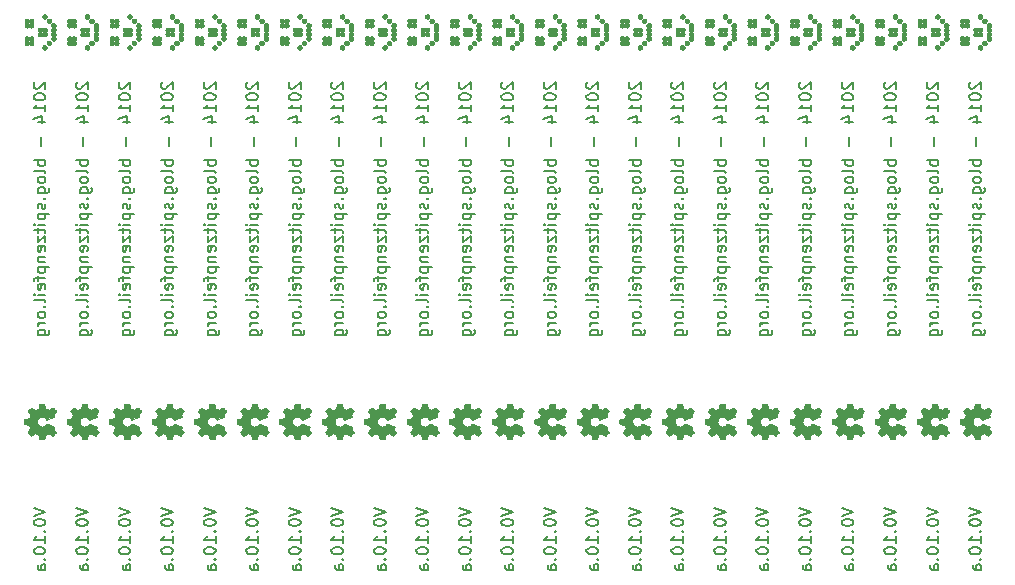
<source format=gbo>
%FSLAX34Y34*%
G04 Gerber Fmt 3.4, Leading zero omitted, Abs format*
G04 (created by PCBNEW (2014-05-17 BZR 4870)-product) date Sun 18 May 2014 04:38:21 PM CEST*
%MOIN*%
G01*
G70*
G90*
G04 APERTURE LIST*
%ADD10C,0.005906*%
%ADD11C,0.007874*%
%ADD12C,0.000100*%
G04 APERTURE END LIST*
G54D10*
G54D11*
X135609Y-37110D02*
X135590Y-37129D01*
X135571Y-37167D01*
X135571Y-37260D01*
X135590Y-37298D01*
X135609Y-37317D01*
X135646Y-37335D01*
X135684Y-37335D01*
X135740Y-37317D01*
X135965Y-37092D01*
X135965Y-37335D01*
X135571Y-37579D02*
X135571Y-37617D01*
X135590Y-37654D01*
X135609Y-37673D01*
X135646Y-37692D01*
X135721Y-37710D01*
X135815Y-37710D01*
X135890Y-37692D01*
X135928Y-37673D01*
X135946Y-37654D01*
X135965Y-37617D01*
X135965Y-37579D01*
X135946Y-37542D01*
X135928Y-37523D01*
X135890Y-37504D01*
X135815Y-37485D01*
X135721Y-37485D01*
X135646Y-37504D01*
X135609Y-37523D01*
X135590Y-37542D01*
X135571Y-37579D01*
X135965Y-38085D02*
X135965Y-37860D01*
X135965Y-37973D02*
X135571Y-37973D01*
X135628Y-37935D01*
X135665Y-37898D01*
X135684Y-37860D01*
X135703Y-38423D02*
X135965Y-38423D01*
X135553Y-38329D02*
X135834Y-38235D01*
X135834Y-38479D01*
X135815Y-38929D02*
X135815Y-39229D01*
X135965Y-39716D02*
X135571Y-39716D01*
X135721Y-39716D02*
X135703Y-39754D01*
X135703Y-39829D01*
X135721Y-39866D01*
X135740Y-39885D01*
X135778Y-39904D01*
X135890Y-39904D01*
X135928Y-39885D01*
X135946Y-39866D01*
X135965Y-39829D01*
X135965Y-39754D01*
X135946Y-39716D01*
X135965Y-40129D02*
X135946Y-40091D01*
X135909Y-40073D01*
X135571Y-40073D01*
X135965Y-40335D02*
X135946Y-40298D01*
X135928Y-40279D01*
X135890Y-40260D01*
X135778Y-40260D01*
X135740Y-40279D01*
X135721Y-40298D01*
X135703Y-40335D01*
X135703Y-40391D01*
X135721Y-40429D01*
X135740Y-40448D01*
X135778Y-40466D01*
X135890Y-40466D01*
X135928Y-40448D01*
X135946Y-40429D01*
X135965Y-40391D01*
X135965Y-40335D01*
X135703Y-40804D02*
X136021Y-40804D01*
X136059Y-40785D01*
X136077Y-40766D01*
X136096Y-40729D01*
X136096Y-40673D01*
X136077Y-40635D01*
X135946Y-40804D02*
X135965Y-40766D01*
X135965Y-40691D01*
X135946Y-40654D01*
X135928Y-40635D01*
X135890Y-40616D01*
X135778Y-40616D01*
X135740Y-40635D01*
X135721Y-40654D01*
X135703Y-40691D01*
X135703Y-40766D01*
X135721Y-40804D01*
X135928Y-40991D02*
X135946Y-41010D01*
X135965Y-40991D01*
X135946Y-40973D01*
X135928Y-40991D01*
X135965Y-40991D01*
X135946Y-41160D02*
X135965Y-41197D01*
X135965Y-41272D01*
X135946Y-41310D01*
X135909Y-41329D01*
X135890Y-41329D01*
X135853Y-41310D01*
X135834Y-41272D01*
X135834Y-41216D01*
X135815Y-41179D01*
X135778Y-41160D01*
X135759Y-41160D01*
X135721Y-41179D01*
X135703Y-41216D01*
X135703Y-41272D01*
X135721Y-41310D01*
X135703Y-41497D02*
X136096Y-41497D01*
X135721Y-41497D02*
X135703Y-41535D01*
X135703Y-41610D01*
X135721Y-41647D01*
X135740Y-41666D01*
X135778Y-41685D01*
X135890Y-41685D01*
X135928Y-41666D01*
X135946Y-41647D01*
X135965Y-41610D01*
X135965Y-41535D01*
X135946Y-41497D01*
X135965Y-41854D02*
X135703Y-41854D01*
X135571Y-41854D02*
X135590Y-41835D01*
X135609Y-41854D01*
X135590Y-41872D01*
X135571Y-41854D01*
X135609Y-41854D01*
X135703Y-41985D02*
X135703Y-42135D01*
X135571Y-42041D02*
X135909Y-42041D01*
X135946Y-42060D01*
X135965Y-42097D01*
X135965Y-42135D01*
X135703Y-42229D02*
X135703Y-42435D01*
X135965Y-42229D01*
X135965Y-42435D01*
X135946Y-42735D02*
X135965Y-42697D01*
X135965Y-42622D01*
X135946Y-42585D01*
X135909Y-42566D01*
X135759Y-42566D01*
X135721Y-42585D01*
X135703Y-42622D01*
X135703Y-42697D01*
X135721Y-42735D01*
X135759Y-42754D01*
X135796Y-42754D01*
X135834Y-42566D01*
X135703Y-42922D02*
X135965Y-42922D01*
X135740Y-42922D02*
X135721Y-42941D01*
X135703Y-42979D01*
X135703Y-43035D01*
X135721Y-43072D01*
X135759Y-43091D01*
X135965Y-43091D01*
X135703Y-43278D02*
X136096Y-43278D01*
X135721Y-43278D02*
X135703Y-43316D01*
X135703Y-43391D01*
X135721Y-43428D01*
X135740Y-43447D01*
X135778Y-43466D01*
X135890Y-43466D01*
X135928Y-43447D01*
X135946Y-43428D01*
X135965Y-43391D01*
X135965Y-43316D01*
X135946Y-43278D01*
X135703Y-43578D02*
X135703Y-43728D01*
X135965Y-43635D02*
X135628Y-43635D01*
X135590Y-43653D01*
X135571Y-43691D01*
X135571Y-43728D01*
X135946Y-44010D02*
X135965Y-43972D01*
X135965Y-43897D01*
X135946Y-43860D01*
X135909Y-43841D01*
X135759Y-43841D01*
X135721Y-43860D01*
X135703Y-43897D01*
X135703Y-43972D01*
X135721Y-44010D01*
X135759Y-44028D01*
X135796Y-44028D01*
X135834Y-43841D01*
X135965Y-44197D02*
X135703Y-44197D01*
X135571Y-44197D02*
X135590Y-44178D01*
X135609Y-44197D01*
X135590Y-44216D01*
X135571Y-44197D01*
X135609Y-44197D01*
X135965Y-44441D02*
X135946Y-44403D01*
X135909Y-44385D01*
X135571Y-44385D01*
X135928Y-44591D02*
X135946Y-44610D01*
X135965Y-44591D01*
X135946Y-44572D01*
X135928Y-44591D01*
X135965Y-44591D01*
X135965Y-44835D02*
X135946Y-44797D01*
X135928Y-44778D01*
X135890Y-44760D01*
X135778Y-44760D01*
X135740Y-44778D01*
X135721Y-44797D01*
X135703Y-44835D01*
X135703Y-44891D01*
X135721Y-44928D01*
X135740Y-44947D01*
X135778Y-44966D01*
X135890Y-44966D01*
X135928Y-44947D01*
X135946Y-44928D01*
X135965Y-44891D01*
X135965Y-44835D01*
X135965Y-45134D02*
X135703Y-45134D01*
X135778Y-45134D02*
X135740Y-45153D01*
X135721Y-45172D01*
X135703Y-45209D01*
X135703Y-45247D01*
X135703Y-45547D02*
X136021Y-45547D01*
X136059Y-45528D01*
X136077Y-45509D01*
X136096Y-45472D01*
X136096Y-45416D01*
X136077Y-45378D01*
X135946Y-45547D02*
X135965Y-45509D01*
X135965Y-45434D01*
X135946Y-45397D01*
X135928Y-45378D01*
X135890Y-45359D01*
X135778Y-45359D01*
X135740Y-45378D01*
X135721Y-45397D01*
X135703Y-45434D01*
X135703Y-45509D01*
X135721Y-45547D01*
X135571Y-51302D02*
X135965Y-51434D01*
X135571Y-51565D01*
X135571Y-51771D02*
X135571Y-51809D01*
X135590Y-51846D01*
X135609Y-51865D01*
X135646Y-51884D01*
X135721Y-51902D01*
X135815Y-51902D01*
X135890Y-51884D01*
X135928Y-51865D01*
X135946Y-51846D01*
X135965Y-51809D01*
X135965Y-51771D01*
X135946Y-51734D01*
X135928Y-51715D01*
X135890Y-51696D01*
X135815Y-51677D01*
X135721Y-51677D01*
X135646Y-51696D01*
X135609Y-51715D01*
X135590Y-51734D01*
X135571Y-51771D01*
X135928Y-52071D02*
X135946Y-52090D01*
X135965Y-52071D01*
X135946Y-52052D01*
X135928Y-52071D01*
X135965Y-52071D01*
X135965Y-52465D02*
X135965Y-52240D01*
X135965Y-52352D02*
X135571Y-52352D01*
X135628Y-52315D01*
X135665Y-52277D01*
X135684Y-52240D01*
X135571Y-52709D02*
X135571Y-52746D01*
X135590Y-52784D01*
X135609Y-52802D01*
X135646Y-52821D01*
X135721Y-52840D01*
X135815Y-52840D01*
X135890Y-52821D01*
X135928Y-52802D01*
X135946Y-52784D01*
X135965Y-52746D01*
X135965Y-52709D01*
X135946Y-52671D01*
X135928Y-52652D01*
X135890Y-52634D01*
X135815Y-52615D01*
X135721Y-52615D01*
X135646Y-52634D01*
X135609Y-52652D01*
X135590Y-52671D01*
X135571Y-52709D01*
X135928Y-53008D02*
X135946Y-53027D01*
X135965Y-53008D01*
X135946Y-52990D01*
X135928Y-53008D01*
X135965Y-53008D01*
X135965Y-53365D02*
X135759Y-53365D01*
X135721Y-53346D01*
X135703Y-53308D01*
X135703Y-53233D01*
X135721Y-53196D01*
X135946Y-53365D02*
X135965Y-53327D01*
X135965Y-53233D01*
X135946Y-53196D01*
X135909Y-53177D01*
X135871Y-53177D01*
X135834Y-53196D01*
X135815Y-53233D01*
X135815Y-53327D01*
X135796Y-53365D01*
X132774Y-37110D02*
X132755Y-37129D01*
X132737Y-37167D01*
X132737Y-37260D01*
X132755Y-37298D01*
X132774Y-37317D01*
X132812Y-37335D01*
X132849Y-37335D01*
X132905Y-37317D01*
X133130Y-37092D01*
X133130Y-37335D01*
X132737Y-37579D02*
X132737Y-37617D01*
X132755Y-37654D01*
X132774Y-37673D01*
X132812Y-37692D01*
X132887Y-37710D01*
X132980Y-37710D01*
X133055Y-37692D01*
X133093Y-37673D01*
X133112Y-37654D01*
X133130Y-37617D01*
X133130Y-37579D01*
X133112Y-37542D01*
X133093Y-37523D01*
X133055Y-37504D01*
X132980Y-37485D01*
X132887Y-37485D01*
X132812Y-37504D01*
X132774Y-37523D01*
X132755Y-37542D01*
X132737Y-37579D01*
X133130Y-38085D02*
X133130Y-37860D01*
X133130Y-37973D02*
X132737Y-37973D01*
X132793Y-37935D01*
X132830Y-37898D01*
X132849Y-37860D01*
X132868Y-38423D02*
X133130Y-38423D01*
X132718Y-38329D02*
X132999Y-38235D01*
X132999Y-38479D01*
X132980Y-38929D02*
X132980Y-39229D01*
X133130Y-39716D02*
X132737Y-39716D01*
X132887Y-39716D02*
X132868Y-39754D01*
X132868Y-39829D01*
X132887Y-39866D01*
X132905Y-39885D01*
X132943Y-39904D01*
X133055Y-39904D01*
X133093Y-39885D01*
X133112Y-39866D01*
X133130Y-39829D01*
X133130Y-39754D01*
X133112Y-39716D01*
X133130Y-40129D02*
X133112Y-40091D01*
X133074Y-40073D01*
X132737Y-40073D01*
X133130Y-40335D02*
X133112Y-40298D01*
X133093Y-40279D01*
X133055Y-40260D01*
X132943Y-40260D01*
X132905Y-40279D01*
X132887Y-40298D01*
X132868Y-40335D01*
X132868Y-40391D01*
X132887Y-40429D01*
X132905Y-40448D01*
X132943Y-40466D01*
X133055Y-40466D01*
X133093Y-40448D01*
X133112Y-40429D01*
X133130Y-40391D01*
X133130Y-40335D01*
X132868Y-40804D02*
X133187Y-40804D01*
X133224Y-40785D01*
X133243Y-40766D01*
X133262Y-40729D01*
X133262Y-40673D01*
X133243Y-40635D01*
X133112Y-40804D02*
X133130Y-40766D01*
X133130Y-40691D01*
X133112Y-40654D01*
X133093Y-40635D01*
X133055Y-40616D01*
X132943Y-40616D01*
X132905Y-40635D01*
X132887Y-40654D01*
X132868Y-40691D01*
X132868Y-40766D01*
X132887Y-40804D01*
X133093Y-40991D02*
X133112Y-41010D01*
X133130Y-40991D01*
X133112Y-40973D01*
X133093Y-40991D01*
X133130Y-40991D01*
X133112Y-41160D02*
X133130Y-41197D01*
X133130Y-41272D01*
X133112Y-41310D01*
X133074Y-41329D01*
X133055Y-41329D01*
X133018Y-41310D01*
X132999Y-41272D01*
X132999Y-41216D01*
X132980Y-41179D01*
X132943Y-41160D01*
X132924Y-41160D01*
X132887Y-41179D01*
X132868Y-41216D01*
X132868Y-41272D01*
X132887Y-41310D01*
X132868Y-41497D02*
X133262Y-41497D01*
X132887Y-41497D02*
X132868Y-41535D01*
X132868Y-41610D01*
X132887Y-41647D01*
X132905Y-41666D01*
X132943Y-41685D01*
X133055Y-41685D01*
X133093Y-41666D01*
X133112Y-41647D01*
X133130Y-41610D01*
X133130Y-41535D01*
X133112Y-41497D01*
X133130Y-41854D02*
X132868Y-41854D01*
X132737Y-41854D02*
X132755Y-41835D01*
X132774Y-41854D01*
X132755Y-41872D01*
X132737Y-41854D01*
X132774Y-41854D01*
X132868Y-41985D02*
X132868Y-42135D01*
X132737Y-42041D02*
X133074Y-42041D01*
X133112Y-42060D01*
X133130Y-42097D01*
X133130Y-42135D01*
X132868Y-42229D02*
X132868Y-42435D01*
X133130Y-42229D01*
X133130Y-42435D01*
X133112Y-42735D02*
X133130Y-42697D01*
X133130Y-42622D01*
X133112Y-42585D01*
X133074Y-42566D01*
X132924Y-42566D01*
X132887Y-42585D01*
X132868Y-42622D01*
X132868Y-42697D01*
X132887Y-42735D01*
X132924Y-42754D01*
X132962Y-42754D01*
X132999Y-42566D01*
X132868Y-42922D02*
X133130Y-42922D01*
X132905Y-42922D02*
X132887Y-42941D01*
X132868Y-42979D01*
X132868Y-43035D01*
X132887Y-43072D01*
X132924Y-43091D01*
X133130Y-43091D01*
X132868Y-43278D02*
X133262Y-43278D01*
X132887Y-43278D02*
X132868Y-43316D01*
X132868Y-43391D01*
X132887Y-43428D01*
X132905Y-43447D01*
X132943Y-43466D01*
X133055Y-43466D01*
X133093Y-43447D01*
X133112Y-43428D01*
X133130Y-43391D01*
X133130Y-43316D01*
X133112Y-43278D01*
X132868Y-43578D02*
X132868Y-43728D01*
X133130Y-43635D02*
X132793Y-43635D01*
X132755Y-43653D01*
X132737Y-43691D01*
X132737Y-43728D01*
X133112Y-44010D02*
X133130Y-43972D01*
X133130Y-43897D01*
X133112Y-43860D01*
X133074Y-43841D01*
X132924Y-43841D01*
X132887Y-43860D01*
X132868Y-43897D01*
X132868Y-43972D01*
X132887Y-44010D01*
X132924Y-44028D01*
X132962Y-44028D01*
X132999Y-43841D01*
X133130Y-44197D02*
X132868Y-44197D01*
X132737Y-44197D02*
X132755Y-44178D01*
X132774Y-44197D01*
X132755Y-44216D01*
X132737Y-44197D01*
X132774Y-44197D01*
X133130Y-44441D02*
X133112Y-44403D01*
X133074Y-44385D01*
X132737Y-44385D01*
X133093Y-44591D02*
X133112Y-44610D01*
X133130Y-44591D01*
X133112Y-44572D01*
X133093Y-44591D01*
X133130Y-44591D01*
X133130Y-44835D02*
X133112Y-44797D01*
X133093Y-44778D01*
X133055Y-44760D01*
X132943Y-44760D01*
X132905Y-44778D01*
X132887Y-44797D01*
X132868Y-44835D01*
X132868Y-44891D01*
X132887Y-44928D01*
X132905Y-44947D01*
X132943Y-44966D01*
X133055Y-44966D01*
X133093Y-44947D01*
X133112Y-44928D01*
X133130Y-44891D01*
X133130Y-44835D01*
X133130Y-45134D02*
X132868Y-45134D01*
X132943Y-45134D02*
X132905Y-45153D01*
X132887Y-45172D01*
X132868Y-45209D01*
X132868Y-45247D01*
X132868Y-45547D02*
X133187Y-45547D01*
X133224Y-45528D01*
X133243Y-45509D01*
X133262Y-45472D01*
X133262Y-45416D01*
X133243Y-45378D01*
X133112Y-45547D02*
X133130Y-45509D01*
X133130Y-45434D01*
X133112Y-45397D01*
X133093Y-45378D01*
X133055Y-45359D01*
X132943Y-45359D01*
X132905Y-45378D01*
X132887Y-45397D01*
X132868Y-45434D01*
X132868Y-45509D01*
X132887Y-45547D01*
X132737Y-51302D02*
X133130Y-51434D01*
X132737Y-51565D01*
X132737Y-51771D02*
X132737Y-51809D01*
X132755Y-51846D01*
X132774Y-51865D01*
X132812Y-51884D01*
X132887Y-51902D01*
X132980Y-51902D01*
X133055Y-51884D01*
X133093Y-51865D01*
X133112Y-51846D01*
X133130Y-51809D01*
X133130Y-51771D01*
X133112Y-51734D01*
X133093Y-51715D01*
X133055Y-51696D01*
X132980Y-51677D01*
X132887Y-51677D01*
X132812Y-51696D01*
X132774Y-51715D01*
X132755Y-51734D01*
X132737Y-51771D01*
X133093Y-52071D02*
X133112Y-52090D01*
X133130Y-52071D01*
X133112Y-52052D01*
X133093Y-52071D01*
X133130Y-52071D01*
X133130Y-52465D02*
X133130Y-52240D01*
X133130Y-52352D02*
X132737Y-52352D01*
X132793Y-52315D01*
X132830Y-52277D01*
X132849Y-52240D01*
X132737Y-52709D02*
X132737Y-52746D01*
X132755Y-52784D01*
X132774Y-52802D01*
X132812Y-52821D01*
X132887Y-52840D01*
X132980Y-52840D01*
X133055Y-52821D01*
X133093Y-52802D01*
X133112Y-52784D01*
X133130Y-52746D01*
X133130Y-52709D01*
X133112Y-52671D01*
X133093Y-52652D01*
X133055Y-52634D01*
X132980Y-52615D01*
X132887Y-52615D01*
X132812Y-52634D01*
X132774Y-52652D01*
X132755Y-52671D01*
X132737Y-52709D01*
X133093Y-53008D02*
X133112Y-53027D01*
X133130Y-53008D01*
X133112Y-52990D01*
X133093Y-53008D01*
X133130Y-53008D01*
X133130Y-53365D02*
X132924Y-53365D01*
X132887Y-53346D01*
X132868Y-53308D01*
X132868Y-53233D01*
X132887Y-53196D01*
X133112Y-53365D02*
X133130Y-53327D01*
X133130Y-53233D01*
X133112Y-53196D01*
X133074Y-53177D01*
X133037Y-53177D01*
X132999Y-53196D01*
X132980Y-53233D01*
X132980Y-53327D01*
X132962Y-53365D01*
X134154Y-51302D02*
X134548Y-51434D01*
X134154Y-51565D01*
X134154Y-51771D02*
X134154Y-51809D01*
X134173Y-51846D01*
X134191Y-51865D01*
X134229Y-51884D01*
X134304Y-51902D01*
X134398Y-51902D01*
X134473Y-51884D01*
X134510Y-51865D01*
X134529Y-51846D01*
X134548Y-51809D01*
X134548Y-51771D01*
X134529Y-51734D01*
X134510Y-51715D01*
X134473Y-51696D01*
X134398Y-51677D01*
X134304Y-51677D01*
X134229Y-51696D01*
X134191Y-51715D01*
X134173Y-51734D01*
X134154Y-51771D01*
X134510Y-52071D02*
X134529Y-52090D01*
X134548Y-52071D01*
X134529Y-52052D01*
X134510Y-52071D01*
X134548Y-52071D01*
X134548Y-52465D02*
X134548Y-52240D01*
X134548Y-52352D02*
X134154Y-52352D01*
X134210Y-52315D01*
X134248Y-52277D01*
X134266Y-52240D01*
X134154Y-52709D02*
X134154Y-52746D01*
X134173Y-52784D01*
X134191Y-52802D01*
X134229Y-52821D01*
X134304Y-52840D01*
X134398Y-52840D01*
X134473Y-52821D01*
X134510Y-52802D01*
X134529Y-52784D01*
X134548Y-52746D01*
X134548Y-52709D01*
X134529Y-52671D01*
X134510Y-52652D01*
X134473Y-52634D01*
X134398Y-52615D01*
X134304Y-52615D01*
X134229Y-52634D01*
X134191Y-52652D01*
X134173Y-52671D01*
X134154Y-52709D01*
X134510Y-53008D02*
X134529Y-53027D01*
X134548Y-53008D01*
X134529Y-52990D01*
X134510Y-53008D01*
X134548Y-53008D01*
X134548Y-53365D02*
X134341Y-53365D01*
X134304Y-53346D01*
X134285Y-53308D01*
X134285Y-53233D01*
X134304Y-53196D01*
X134529Y-53365D02*
X134548Y-53327D01*
X134548Y-53233D01*
X134529Y-53196D01*
X134491Y-53177D01*
X134454Y-53177D01*
X134416Y-53196D01*
X134398Y-53233D01*
X134398Y-53327D01*
X134379Y-53365D01*
X134191Y-37110D02*
X134173Y-37129D01*
X134154Y-37167D01*
X134154Y-37260D01*
X134173Y-37298D01*
X134191Y-37317D01*
X134229Y-37335D01*
X134266Y-37335D01*
X134323Y-37317D01*
X134548Y-37092D01*
X134548Y-37335D01*
X134154Y-37579D02*
X134154Y-37617D01*
X134173Y-37654D01*
X134191Y-37673D01*
X134229Y-37692D01*
X134304Y-37710D01*
X134398Y-37710D01*
X134473Y-37692D01*
X134510Y-37673D01*
X134529Y-37654D01*
X134548Y-37617D01*
X134548Y-37579D01*
X134529Y-37542D01*
X134510Y-37523D01*
X134473Y-37504D01*
X134398Y-37485D01*
X134304Y-37485D01*
X134229Y-37504D01*
X134191Y-37523D01*
X134173Y-37542D01*
X134154Y-37579D01*
X134548Y-38085D02*
X134548Y-37860D01*
X134548Y-37973D02*
X134154Y-37973D01*
X134210Y-37935D01*
X134248Y-37898D01*
X134266Y-37860D01*
X134285Y-38423D02*
X134548Y-38423D01*
X134135Y-38329D02*
X134416Y-38235D01*
X134416Y-38479D01*
X134398Y-38929D02*
X134398Y-39229D01*
X134548Y-39716D02*
X134154Y-39716D01*
X134304Y-39716D02*
X134285Y-39754D01*
X134285Y-39829D01*
X134304Y-39866D01*
X134323Y-39885D01*
X134360Y-39904D01*
X134473Y-39904D01*
X134510Y-39885D01*
X134529Y-39866D01*
X134548Y-39829D01*
X134548Y-39754D01*
X134529Y-39716D01*
X134548Y-40129D02*
X134529Y-40091D01*
X134491Y-40073D01*
X134154Y-40073D01*
X134548Y-40335D02*
X134529Y-40298D01*
X134510Y-40279D01*
X134473Y-40260D01*
X134360Y-40260D01*
X134323Y-40279D01*
X134304Y-40298D01*
X134285Y-40335D01*
X134285Y-40391D01*
X134304Y-40429D01*
X134323Y-40448D01*
X134360Y-40466D01*
X134473Y-40466D01*
X134510Y-40448D01*
X134529Y-40429D01*
X134548Y-40391D01*
X134548Y-40335D01*
X134285Y-40804D02*
X134604Y-40804D01*
X134641Y-40785D01*
X134660Y-40766D01*
X134679Y-40729D01*
X134679Y-40673D01*
X134660Y-40635D01*
X134529Y-40804D02*
X134548Y-40766D01*
X134548Y-40691D01*
X134529Y-40654D01*
X134510Y-40635D01*
X134473Y-40616D01*
X134360Y-40616D01*
X134323Y-40635D01*
X134304Y-40654D01*
X134285Y-40691D01*
X134285Y-40766D01*
X134304Y-40804D01*
X134510Y-40991D02*
X134529Y-41010D01*
X134548Y-40991D01*
X134529Y-40973D01*
X134510Y-40991D01*
X134548Y-40991D01*
X134529Y-41160D02*
X134548Y-41197D01*
X134548Y-41272D01*
X134529Y-41310D01*
X134491Y-41329D01*
X134473Y-41329D01*
X134435Y-41310D01*
X134416Y-41272D01*
X134416Y-41216D01*
X134398Y-41179D01*
X134360Y-41160D01*
X134341Y-41160D01*
X134304Y-41179D01*
X134285Y-41216D01*
X134285Y-41272D01*
X134304Y-41310D01*
X134285Y-41497D02*
X134679Y-41497D01*
X134304Y-41497D02*
X134285Y-41535D01*
X134285Y-41610D01*
X134304Y-41647D01*
X134323Y-41666D01*
X134360Y-41685D01*
X134473Y-41685D01*
X134510Y-41666D01*
X134529Y-41647D01*
X134548Y-41610D01*
X134548Y-41535D01*
X134529Y-41497D01*
X134548Y-41854D02*
X134285Y-41854D01*
X134154Y-41854D02*
X134173Y-41835D01*
X134191Y-41854D01*
X134173Y-41872D01*
X134154Y-41854D01*
X134191Y-41854D01*
X134285Y-41985D02*
X134285Y-42135D01*
X134154Y-42041D02*
X134491Y-42041D01*
X134529Y-42060D01*
X134548Y-42097D01*
X134548Y-42135D01*
X134285Y-42229D02*
X134285Y-42435D01*
X134548Y-42229D01*
X134548Y-42435D01*
X134529Y-42735D02*
X134548Y-42697D01*
X134548Y-42622D01*
X134529Y-42585D01*
X134491Y-42566D01*
X134341Y-42566D01*
X134304Y-42585D01*
X134285Y-42622D01*
X134285Y-42697D01*
X134304Y-42735D01*
X134341Y-42754D01*
X134379Y-42754D01*
X134416Y-42566D01*
X134285Y-42922D02*
X134548Y-42922D01*
X134323Y-42922D02*
X134304Y-42941D01*
X134285Y-42979D01*
X134285Y-43035D01*
X134304Y-43072D01*
X134341Y-43091D01*
X134548Y-43091D01*
X134285Y-43278D02*
X134679Y-43278D01*
X134304Y-43278D02*
X134285Y-43316D01*
X134285Y-43391D01*
X134304Y-43428D01*
X134323Y-43447D01*
X134360Y-43466D01*
X134473Y-43466D01*
X134510Y-43447D01*
X134529Y-43428D01*
X134548Y-43391D01*
X134548Y-43316D01*
X134529Y-43278D01*
X134285Y-43578D02*
X134285Y-43728D01*
X134548Y-43635D02*
X134210Y-43635D01*
X134173Y-43653D01*
X134154Y-43691D01*
X134154Y-43728D01*
X134529Y-44010D02*
X134548Y-43972D01*
X134548Y-43897D01*
X134529Y-43860D01*
X134491Y-43841D01*
X134341Y-43841D01*
X134304Y-43860D01*
X134285Y-43897D01*
X134285Y-43972D01*
X134304Y-44010D01*
X134341Y-44028D01*
X134379Y-44028D01*
X134416Y-43841D01*
X134548Y-44197D02*
X134285Y-44197D01*
X134154Y-44197D02*
X134173Y-44178D01*
X134191Y-44197D01*
X134173Y-44216D01*
X134154Y-44197D01*
X134191Y-44197D01*
X134548Y-44441D02*
X134529Y-44403D01*
X134491Y-44385D01*
X134154Y-44385D01*
X134510Y-44591D02*
X134529Y-44610D01*
X134548Y-44591D01*
X134529Y-44572D01*
X134510Y-44591D01*
X134548Y-44591D01*
X134548Y-44835D02*
X134529Y-44797D01*
X134510Y-44778D01*
X134473Y-44760D01*
X134360Y-44760D01*
X134323Y-44778D01*
X134304Y-44797D01*
X134285Y-44835D01*
X134285Y-44891D01*
X134304Y-44928D01*
X134323Y-44947D01*
X134360Y-44966D01*
X134473Y-44966D01*
X134510Y-44947D01*
X134529Y-44928D01*
X134548Y-44891D01*
X134548Y-44835D01*
X134548Y-45134D02*
X134285Y-45134D01*
X134360Y-45134D02*
X134323Y-45153D01*
X134304Y-45172D01*
X134285Y-45209D01*
X134285Y-45247D01*
X134285Y-45547D02*
X134604Y-45547D01*
X134641Y-45528D01*
X134660Y-45509D01*
X134679Y-45472D01*
X134679Y-45416D01*
X134660Y-45378D01*
X134529Y-45547D02*
X134548Y-45509D01*
X134548Y-45434D01*
X134529Y-45397D01*
X134510Y-45378D01*
X134473Y-45359D01*
X134360Y-45359D01*
X134323Y-45378D01*
X134304Y-45397D01*
X134285Y-45434D01*
X134285Y-45509D01*
X134304Y-45547D01*
X138443Y-37110D02*
X138425Y-37129D01*
X138406Y-37167D01*
X138406Y-37260D01*
X138425Y-37298D01*
X138443Y-37317D01*
X138481Y-37335D01*
X138518Y-37335D01*
X138575Y-37317D01*
X138800Y-37092D01*
X138800Y-37335D01*
X138406Y-37579D02*
X138406Y-37617D01*
X138425Y-37654D01*
X138443Y-37673D01*
X138481Y-37692D01*
X138556Y-37710D01*
X138650Y-37710D01*
X138725Y-37692D01*
X138762Y-37673D01*
X138781Y-37654D01*
X138800Y-37617D01*
X138800Y-37579D01*
X138781Y-37542D01*
X138762Y-37523D01*
X138725Y-37504D01*
X138650Y-37485D01*
X138556Y-37485D01*
X138481Y-37504D01*
X138443Y-37523D01*
X138425Y-37542D01*
X138406Y-37579D01*
X138800Y-38085D02*
X138800Y-37860D01*
X138800Y-37973D02*
X138406Y-37973D01*
X138462Y-37935D01*
X138500Y-37898D01*
X138518Y-37860D01*
X138537Y-38423D02*
X138800Y-38423D01*
X138387Y-38329D02*
X138668Y-38235D01*
X138668Y-38479D01*
X138650Y-38929D02*
X138650Y-39229D01*
X138800Y-39716D02*
X138406Y-39716D01*
X138556Y-39716D02*
X138537Y-39754D01*
X138537Y-39829D01*
X138556Y-39866D01*
X138575Y-39885D01*
X138612Y-39904D01*
X138725Y-39904D01*
X138762Y-39885D01*
X138781Y-39866D01*
X138800Y-39829D01*
X138800Y-39754D01*
X138781Y-39716D01*
X138800Y-40129D02*
X138781Y-40091D01*
X138743Y-40073D01*
X138406Y-40073D01*
X138800Y-40335D02*
X138781Y-40298D01*
X138762Y-40279D01*
X138725Y-40260D01*
X138612Y-40260D01*
X138575Y-40279D01*
X138556Y-40298D01*
X138537Y-40335D01*
X138537Y-40391D01*
X138556Y-40429D01*
X138575Y-40448D01*
X138612Y-40466D01*
X138725Y-40466D01*
X138762Y-40448D01*
X138781Y-40429D01*
X138800Y-40391D01*
X138800Y-40335D01*
X138537Y-40804D02*
X138856Y-40804D01*
X138893Y-40785D01*
X138912Y-40766D01*
X138931Y-40729D01*
X138931Y-40673D01*
X138912Y-40635D01*
X138781Y-40804D02*
X138800Y-40766D01*
X138800Y-40691D01*
X138781Y-40654D01*
X138762Y-40635D01*
X138725Y-40616D01*
X138612Y-40616D01*
X138575Y-40635D01*
X138556Y-40654D01*
X138537Y-40691D01*
X138537Y-40766D01*
X138556Y-40804D01*
X138762Y-40991D02*
X138781Y-41010D01*
X138800Y-40991D01*
X138781Y-40973D01*
X138762Y-40991D01*
X138800Y-40991D01*
X138781Y-41160D02*
X138800Y-41197D01*
X138800Y-41272D01*
X138781Y-41310D01*
X138743Y-41329D01*
X138725Y-41329D01*
X138687Y-41310D01*
X138668Y-41272D01*
X138668Y-41216D01*
X138650Y-41179D01*
X138612Y-41160D01*
X138593Y-41160D01*
X138556Y-41179D01*
X138537Y-41216D01*
X138537Y-41272D01*
X138556Y-41310D01*
X138537Y-41497D02*
X138931Y-41497D01*
X138556Y-41497D02*
X138537Y-41535D01*
X138537Y-41610D01*
X138556Y-41647D01*
X138575Y-41666D01*
X138612Y-41685D01*
X138725Y-41685D01*
X138762Y-41666D01*
X138781Y-41647D01*
X138800Y-41610D01*
X138800Y-41535D01*
X138781Y-41497D01*
X138800Y-41854D02*
X138537Y-41854D01*
X138406Y-41854D02*
X138425Y-41835D01*
X138443Y-41854D01*
X138425Y-41872D01*
X138406Y-41854D01*
X138443Y-41854D01*
X138537Y-41985D02*
X138537Y-42135D01*
X138406Y-42041D02*
X138743Y-42041D01*
X138781Y-42060D01*
X138800Y-42097D01*
X138800Y-42135D01*
X138537Y-42229D02*
X138537Y-42435D01*
X138800Y-42229D01*
X138800Y-42435D01*
X138781Y-42735D02*
X138800Y-42697D01*
X138800Y-42622D01*
X138781Y-42585D01*
X138743Y-42566D01*
X138593Y-42566D01*
X138556Y-42585D01*
X138537Y-42622D01*
X138537Y-42697D01*
X138556Y-42735D01*
X138593Y-42754D01*
X138631Y-42754D01*
X138668Y-42566D01*
X138537Y-42922D02*
X138800Y-42922D01*
X138575Y-42922D02*
X138556Y-42941D01*
X138537Y-42979D01*
X138537Y-43035D01*
X138556Y-43072D01*
X138593Y-43091D01*
X138800Y-43091D01*
X138537Y-43278D02*
X138931Y-43278D01*
X138556Y-43278D02*
X138537Y-43316D01*
X138537Y-43391D01*
X138556Y-43428D01*
X138575Y-43447D01*
X138612Y-43466D01*
X138725Y-43466D01*
X138762Y-43447D01*
X138781Y-43428D01*
X138800Y-43391D01*
X138800Y-43316D01*
X138781Y-43278D01*
X138537Y-43578D02*
X138537Y-43728D01*
X138800Y-43635D02*
X138462Y-43635D01*
X138425Y-43653D01*
X138406Y-43691D01*
X138406Y-43728D01*
X138781Y-44010D02*
X138800Y-43972D01*
X138800Y-43897D01*
X138781Y-43860D01*
X138743Y-43841D01*
X138593Y-43841D01*
X138556Y-43860D01*
X138537Y-43897D01*
X138537Y-43972D01*
X138556Y-44010D01*
X138593Y-44028D01*
X138631Y-44028D01*
X138668Y-43841D01*
X138800Y-44197D02*
X138537Y-44197D01*
X138406Y-44197D02*
X138425Y-44178D01*
X138443Y-44197D01*
X138425Y-44216D01*
X138406Y-44197D01*
X138443Y-44197D01*
X138800Y-44441D02*
X138781Y-44403D01*
X138743Y-44385D01*
X138406Y-44385D01*
X138762Y-44591D02*
X138781Y-44610D01*
X138800Y-44591D01*
X138781Y-44572D01*
X138762Y-44591D01*
X138800Y-44591D01*
X138800Y-44835D02*
X138781Y-44797D01*
X138762Y-44778D01*
X138725Y-44760D01*
X138612Y-44760D01*
X138575Y-44778D01*
X138556Y-44797D01*
X138537Y-44835D01*
X138537Y-44891D01*
X138556Y-44928D01*
X138575Y-44947D01*
X138612Y-44966D01*
X138725Y-44966D01*
X138762Y-44947D01*
X138781Y-44928D01*
X138800Y-44891D01*
X138800Y-44835D01*
X138800Y-45134D02*
X138537Y-45134D01*
X138612Y-45134D02*
X138575Y-45153D01*
X138556Y-45172D01*
X138537Y-45209D01*
X138537Y-45247D01*
X138537Y-45547D02*
X138856Y-45547D01*
X138893Y-45528D01*
X138912Y-45509D01*
X138931Y-45472D01*
X138931Y-45416D01*
X138912Y-45378D01*
X138781Y-45547D02*
X138800Y-45509D01*
X138800Y-45434D01*
X138781Y-45397D01*
X138762Y-45378D01*
X138725Y-45359D01*
X138612Y-45359D01*
X138575Y-45378D01*
X138556Y-45397D01*
X138537Y-45434D01*
X138537Y-45509D01*
X138556Y-45547D01*
X138406Y-51302D02*
X138800Y-51434D01*
X138406Y-51565D01*
X138406Y-51771D02*
X138406Y-51809D01*
X138425Y-51846D01*
X138443Y-51865D01*
X138481Y-51884D01*
X138556Y-51902D01*
X138650Y-51902D01*
X138725Y-51884D01*
X138762Y-51865D01*
X138781Y-51846D01*
X138800Y-51809D01*
X138800Y-51771D01*
X138781Y-51734D01*
X138762Y-51715D01*
X138725Y-51696D01*
X138650Y-51677D01*
X138556Y-51677D01*
X138481Y-51696D01*
X138443Y-51715D01*
X138425Y-51734D01*
X138406Y-51771D01*
X138762Y-52071D02*
X138781Y-52090D01*
X138800Y-52071D01*
X138781Y-52052D01*
X138762Y-52071D01*
X138800Y-52071D01*
X138800Y-52465D02*
X138800Y-52240D01*
X138800Y-52352D02*
X138406Y-52352D01*
X138462Y-52315D01*
X138500Y-52277D01*
X138518Y-52240D01*
X138406Y-52709D02*
X138406Y-52746D01*
X138425Y-52784D01*
X138443Y-52802D01*
X138481Y-52821D01*
X138556Y-52840D01*
X138650Y-52840D01*
X138725Y-52821D01*
X138762Y-52802D01*
X138781Y-52784D01*
X138800Y-52746D01*
X138800Y-52709D01*
X138781Y-52671D01*
X138762Y-52652D01*
X138725Y-52634D01*
X138650Y-52615D01*
X138556Y-52615D01*
X138481Y-52634D01*
X138443Y-52652D01*
X138425Y-52671D01*
X138406Y-52709D01*
X138762Y-53008D02*
X138781Y-53027D01*
X138800Y-53008D01*
X138781Y-52990D01*
X138762Y-53008D01*
X138800Y-53008D01*
X138800Y-53365D02*
X138593Y-53365D01*
X138556Y-53346D01*
X138537Y-53308D01*
X138537Y-53233D01*
X138556Y-53196D01*
X138781Y-53365D02*
X138800Y-53327D01*
X138800Y-53233D01*
X138781Y-53196D01*
X138743Y-53177D01*
X138706Y-53177D01*
X138668Y-53196D01*
X138650Y-53233D01*
X138650Y-53327D01*
X138631Y-53365D01*
X136989Y-51302D02*
X137382Y-51434D01*
X136989Y-51565D01*
X136989Y-51771D02*
X136989Y-51809D01*
X137007Y-51846D01*
X137026Y-51865D01*
X137064Y-51884D01*
X137139Y-51902D01*
X137232Y-51902D01*
X137307Y-51884D01*
X137345Y-51865D01*
X137364Y-51846D01*
X137382Y-51809D01*
X137382Y-51771D01*
X137364Y-51734D01*
X137345Y-51715D01*
X137307Y-51696D01*
X137232Y-51677D01*
X137139Y-51677D01*
X137064Y-51696D01*
X137026Y-51715D01*
X137007Y-51734D01*
X136989Y-51771D01*
X137345Y-52071D02*
X137364Y-52090D01*
X137382Y-52071D01*
X137364Y-52052D01*
X137345Y-52071D01*
X137382Y-52071D01*
X137382Y-52465D02*
X137382Y-52240D01*
X137382Y-52352D02*
X136989Y-52352D01*
X137045Y-52315D01*
X137082Y-52277D01*
X137101Y-52240D01*
X136989Y-52709D02*
X136989Y-52746D01*
X137007Y-52784D01*
X137026Y-52802D01*
X137064Y-52821D01*
X137139Y-52840D01*
X137232Y-52840D01*
X137307Y-52821D01*
X137345Y-52802D01*
X137364Y-52784D01*
X137382Y-52746D01*
X137382Y-52709D01*
X137364Y-52671D01*
X137345Y-52652D01*
X137307Y-52634D01*
X137232Y-52615D01*
X137139Y-52615D01*
X137064Y-52634D01*
X137026Y-52652D01*
X137007Y-52671D01*
X136989Y-52709D01*
X137345Y-53008D02*
X137364Y-53027D01*
X137382Y-53008D01*
X137364Y-52990D01*
X137345Y-53008D01*
X137382Y-53008D01*
X137382Y-53365D02*
X137176Y-53365D01*
X137139Y-53346D01*
X137120Y-53308D01*
X137120Y-53233D01*
X137139Y-53196D01*
X137364Y-53365D02*
X137382Y-53327D01*
X137382Y-53233D01*
X137364Y-53196D01*
X137326Y-53177D01*
X137289Y-53177D01*
X137251Y-53196D01*
X137232Y-53233D01*
X137232Y-53327D01*
X137214Y-53365D01*
X137026Y-37110D02*
X137007Y-37129D01*
X136989Y-37167D01*
X136989Y-37260D01*
X137007Y-37298D01*
X137026Y-37317D01*
X137064Y-37335D01*
X137101Y-37335D01*
X137157Y-37317D01*
X137382Y-37092D01*
X137382Y-37335D01*
X136989Y-37579D02*
X136989Y-37617D01*
X137007Y-37654D01*
X137026Y-37673D01*
X137064Y-37692D01*
X137139Y-37710D01*
X137232Y-37710D01*
X137307Y-37692D01*
X137345Y-37673D01*
X137364Y-37654D01*
X137382Y-37617D01*
X137382Y-37579D01*
X137364Y-37542D01*
X137345Y-37523D01*
X137307Y-37504D01*
X137232Y-37485D01*
X137139Y-37485D01*
X137064Y-37504D01*
X137026Y-37523D01*
X137007Y-37542D01*
X136989Y-37579D01*
X137382Y-38085D02*
X137382Y-37860D01*
X137382Y-37973D02*
X136989Y-37973D01*
X137045Y-37935D01*
X137082Y-37898D01*
X137101Y-37860D01*
X137120Y-38423D02*
X137382Y-38423D01*
X136970Y-38329D02*
X137251Y-38235D01*
X137251Y-38479D01*
X137232Y-38929D02*
X137232Y-39229D01*
X137382Y-39716D02*
X136989Y-39716D01*
X137139Y-39716D02*
X137120Y-39754D01*
X137120Y-39829D01*
X137139Y-39866D01*
X137157Y-39885D01*
X137195Y-39904D01*
X137307Y-39904D01*
X137345Y-39885D01*
X137364Y-39866D01*
X137382Y-39829D01*
X137382Y-39754D01*
X137364Y-39716D01*
X137382Y-40129D02*
X137364Y-40091D01*
X137326Y-40073D01*
X136989Y-40073D01*
X137382Y-40335D02*
X137364Y-40298D01*
X137345Y-40279D01*
X137307Y-40260D01*
X137195Y-40260D01*
X137157Y-40279D01*
X137139Y-40298D01*
X137120Y-40335D01*
X137120Y-40391D01*
X137139Y-40429D01*
X137157Y-40448D01*
X137195Y-40466D01*
X137307Y-40466D01*
X137345Y-40448D01*
X137364Y-40429D01*
X137382Y-40391D01*
X137382Y-40335D01*
X137120Y-40804D02*
X137439Y-40804D01*
X137476Y-40785D01*
X137495Y-40766D01*
X137514Y-40729D01*
X137514Y-40673D01*
X137495Y-40635D01*
X137364Y-40804D02*
X137382Y-40766D01*
X137382Y-40691D01*
X137364Y-40654D01*
X137345Y-40635D01*
X137307Y-40616D01*
X137195Y-40616D01*
X137157Y-40635D01*
X137139Y-40654D01*
X137120Y-40691D01*
X137120Y-40766D01*
X137139Y-40804D01*
X137345Y-40991D02*
X137364Y-41010D01*
X137382Y-40991D01*
X137364Y-40973D01*
X137345Y-40991D01*
X137382Y-40991D01*
X137364Y-41160D02*
X137382Y-41197D01*
X137382Y-41272D01*
X137364Y-41310D01*
X137326Y-41329D01*
X137307Y-41329D01*
X137270Y-41310D01*
X137251Y-41272D01*
X137251Y-41216D01*
X137232Y-41179D01*
X137195Y-41160D01*
X137176Y-41160D01*
X137139Y-41179D01*
X137120Y-41216D01*
X137120Y-41272D01*
X137139Y-41310D01*
X137120Y-41497D02*
X137514Y-41497D01*
X137139Y-41497D02*
X137120Y-41535D01*
X137120Y-41610D01*
X137139Y-41647D01*
X137157Y-41666D01*
X137195Y-41685D01*
X137307Y-41685D01*
X137345Y-41666D01*
X137364Y-41647D01*
X137382Y-41610D01*
X137382Y-41535D01*
X137364Y-41497D01*
X137382Y-41854D02*
X137120Y-41854D01*
X136989Y-41854D02*
X137007Y-41835D01*
X137026Y-41854D01*
X137007Y-41872D01*
X136989Y-41854D01*
X137026Y-41854D01*
X137120Y-41985D02*
X137120Y-42135D01*
X136989Y-42041D02*
X137326Y-42041D01*
X137364Y-42060D01*
X137382Y-42097D01*
X137382Y-42135D01*
X137120Y-42229D02*
X137120Y-42435D01*
X137382Y-42229D01*
X137382Y-42435D01*
X137364Y-42735D02*
X137382Y-42697D01*
X137382Y-42622D01*
X137364Y-42585D01*
X137326Y-42566D01*
X137176Y-42566D01*
X137139Y-42585D01*
X137120Y-42622D01*
X137120Y-42697D01*
X137139Y-42735D01*
X137176Y-42754D01*
X137214Y-42754D01*
X137251Y-42566D01*
X137120Y-42922D02*
X137382Y-42922D01*
X137157Y-42922D02*
X137139Y-42941D01*
X137120Y-42979D01*
X137120Y-43035D01*
X137139Y-43072D01*
X137176Y-43091D01*
X137382Y-43091D01*
X137120Y-43278D02*
X137514Y-43278D01*
X137139Y-43278D02*
X137120Y-43316D01*
X137120Y-43391D01*
X137139Y-43428D01*
X137157Y-43447D01*
X137195Y-43466D01*
X137307Y-43466D01*
X137345Y-43447D01*
X137364Y-43428D01*
X137382Y-43391D01*
X137382Y-43316D01*
X137364Y-43278D01*
X137120Y-43578D02*
X137120Y-43728D01*
X137382Y-43635D02*
X137045Y-43635D01*
X137007Y-43653D01*
X136989Y-43691D01*
X136989Y-43728D01*
X137364Y-44010D02*
X137382Y-43972D01*
X137382Y-43897D01*
X137364Y-43860D01*
X137326Y-43841D01*
X137176Y-43841D01*
X137139Y-43860D01*
X137120Y-43897D01*
X137120Y-43972D01*
X137139Y-44010D01*
X137176Y-44028D01*
X137214Y-44028D01*
X137251Y-43841D01*
X137382Y-44197D02*
X137120Y-44197D01*
X136989Y-44197D02*
X137007Y-44178D01*
X137026Y-44197D01*
X137007Y-44216D01*
X136989Y-44197D01*
X137026Y-44197D01*
X137382Y-44441D02*
X137364Y-44403D01*
X137326Y-44385D01*
X136989Y-44385D01*
X137345Y-44591D02*
X137364Y-44610D01*
X137382Y-44591D01*
X137364Y-44572D01*
X137345Y-44591D01*
X137382Y-44591D01*
X137382Y-44835D02*
X137364Y-44797D01*
X137345Y-44778D01*
X137307Y-44760D01*
X137195Y-44760D01*
X137157Y-44778D01*
X137139Y-44797D01*
X137120Y-44835D01*
X137120Y-44891D01*
X137139Y-44928D01*
X137157Y-44947D01*
X137195Y-44966D01*
X137307Y-44966D01*
X137345Y-44947D01*
X137364Y-44928D01*
X137382Y-44891D01*
X137382Y-44835D01*
X137382Y-45134D02*
X137120Y-45134D01*
X137195Y-45134D02*
X137157Y-45153D01*
X137139Y-45172D01*
X137120Y-45209D01*
X137120Y-45247D01*
X137120Y-45547D02*
X137439Y-45547D01*
X137476Y-45528D01*
X137495Y-45509D01*
X137514Y-45472D01*
X137514Y-45416D01*
X137495Y-45378D01*
X137364Y-45547D02*
X137382Y-45509D01*
X137382Y-45434D01*
X137364Y-45397D01*
X137345Y-45378D01*
X137307Y-45359D01*
X137195Y-45359D01*
X137157Y-45378D01*
X137139Y-45397D01*
X137120Y-45434D01*
X137120Y-45509D01*
X137139Y-45547D01*
X139823Y-51302D02*
X140217Y-51434D01*
X139823Y-51565D01*
X139823Y-51771D02*
X139823Y-51809D01*
X139842Y-51846D01*
X139861Y-51865D01*
X139898Y-51884D01*
X139973Y-51902D01*
X140067Y-51902D01*
X140142Y-51884D01*
X140179Y-51865D01*
X140198Y-51846D01*
X140217Y-51809D01*
X140217Y-51771D01*
X140198Y-51734D01*
X140179Y-51715D01*
X140142Y-51696D01*
X140067Y-51677D01*
X139973Y-51677D01*
X139898Y-51696D01*
X139861Y-51715D01*
X139842Y-51734D01*
X139823Y-51771D01*
X140179Y-52071D02*
X140198Y-52090D01*
X140217Y-52071D01*
X140198Y-52052D01*
X140179Y-52071D01*
X140217Y-52071D01*
X140217Y-52465D02*
X140217Y-52240D01*
X140217Y-52352D02*
X139823Y-52352D01*
X139880Y-52315D01*
X139917Y-52277D01*
X139936Y-52240D01*
X139823Y-52709D02*
X139823Y-52746D01*
X139842Y-52784D01*
X139861Y-52802D01*
X139898Y-52821D01*
X139973Y-52840D01*
X140067Y-52840D01*
X140142Y-52821D01*
X140179Y-52802D01*
X140198Y-52784D01*
X140217Y-52746D01*
X140217Y-52709D01*
X140198Y-52671D01*
X140179Y-52652D01*
X140142Y-52634D01*
X140067Y-52615D01*
X139973Y-52615D01*
X139898Y-52634D01*
X139861Y-52652D01*
X139842Y-52671D01*
X139823Y-52709D01*
X140179Y-53008D02*
X140198Y-53027D01*
X140217Y-53008D01*
X140198Y-52990D01*
X140179Y-53008D01*
X140217Y-53008D01*
X140217Y-53365D02*
X140011Y-53365D01*
X139973Y-53346D01*
X139955Y-53308D01*
X139955Y-53233D01*
X139973Y-53196D01*
X140198Y-53365D02*
X140217Y-53327D01*
X140217Y-53233D01*
X140198Y-53196D01*
X140161Y-53177D01*
X140123Y-53177D01*
X140086Y-53196D01*
X140067Y-53233D01*
X140067Y-53327D01*
X140048Y-53365D01*
X139861Y-37110D02*
X139842Y-37129D01*
X139823Y-37167D01*
X139823Y-37260D01*
X139842Y-37298D01*
X139861Y-37317D01*
X139898Y-37335D01*
X139936Y-37335D01*
X139992Y-37317D01*
X140217Y-37092D01*
X140217Y-37335D01*
X139823Y-37579D02*
X139823Y-37617D01*
X139842Y-37654D01*
X139861Y-37673D01*
X139898Y-37692D01*
X139973Y-37710D01*
X140067Y-37710D01*
X140142Y-37692D01*
X140179Y-37673D01*
X140198Y-37654D01*
X140217Y-37617D01*
X140217Y-37579D01*
X140198Y-37542D01*
X140179Y-37523D01*
X140142Y-37504D01*
X140067Y-37485D01*
X139973Y-37485D01*
X139898Y-37504D01*
X139861Y-37523D01*
X139842Y-37542D01*
X139823Y-37579D01*
X140217Y-38085D02*
X140217Y-37860D01*
X140217Y-37973D02*
X139823Y-37973D01*
X139880Y-37935D01*
X139917Y-37898D01*
X139936Y-37860D01*
X139955Y-38423D02*
X140217Y-38423D01*
X139805Y-38329D02*
X140086Y-38235D01*
X140086Y-38479D01*
X140067Y-38929D02*
X140067Y-39229D01*
X140217Y-39716D02*
X139823Y-39716D01*
X139973Y-39716D02*
X139955Y-39754D01*
X139955Y-39829D01*
X139973Y-39866D01*
X139992Y-39885D01*
X140029Y-39904D01*
X140142Y-39904D01*
X140179Y-39885D01*
X140198Y-39866D01*
X140217Y-39829D01*
X140217Y-39754D01*
X140198Y-39716D01*
X140217Y-40129D02*
X140198Y-40091D01*
X140161Y-40073D01*
X139823Y-40073D01*
X140217Y-40335D02*
X140198Y-40298D01*
X140179Y-40279D01*
X140142Y-40260D01*
X140029Y-40260D01*
X139992Y-40279D01*
X139973Y-40298D01*
X139955Y-40335D01*
X139955Y-40391D01*
X139973Y-40429D01*
X139992Y-40448D01*
X140029Y-40466D01*
X140142Y-40466D01*
X140179Y-40448D01*
X140198Y-40429D01*
X140217Y-40391D01*
X140217Y-40335D01*
X139955Y-40804D02*
X140273Y-40804D01*
X140311Y-40785D01*
X140329Y-40766D01*
X140348Y-40729D01*
X140348Y-40673D01*
X140329Y-40635D01*
X140198Y-40804D02*
X140217Y-40766D01*
X140217Y-40691D01*
X140198Y-40654D01*
X140179Y-40635D01*
X140142Y-40616D01*
X140029Y-40616D01*
X139992Y-40635D01*
X139973Y-40654D01*
X139955Y-40691D01*
X139955Y-40766D01*
X139973Y-40804D01*
X140179Y-40991D02*
X140198Y-41010D01*
X140217Y-40991D01*
X140198Y-40973D01*
X140179Y-40991D01*
X140217Y-40991D01*
X140198Y-41160D02*
X140217Y-41197D01*
X140217Y-41272D01*
X140198Y-41310D01*
X140161Y-41329D01*
X140142Y-41329D01*
X140104Y-41310D01*
X140086Y-41272D01*
X140086Y-41216D01*
X140067Y-41179D01*
X140029Y-41160D01*
X140011Y-41160D01*
X139973Y-41179D01*
X139955Y-41216D01*
X139955Y-41272D01*
X139973Y-41310D01*
X139955Y-41497D02*
X140348Y-41497D01*
X139973Y-41497D02*
X139955Y-41535D01*
X139955Y-41610D01*
X139973Y-41647D01*
X139992Y-41666D01*
X140029Y-41685D01*
X140142Y-41685D01*
X140179Y-41666D01*
X140198Y-41647D01*
X140217Y-41610D01*
X140217Y-41535D01*
X140198Y-41497D01*
X140217Y-41854D02*
X139955Y-41854D01*
X139823Y-41854D02*
X139842Y-41835D01*
X139861Y-41854D01*
X139842Y-41872D01*
X139823Y-41854D01*
X139861Y-41854D01*
X139955Y-41985D02*
X139955Y-42135D01*
X139823Y-42041D02*
X140161Y-42041D01*
X140198Y-42060D01*
X140217Y-42097D01*
X140217Y-42135D01*
X139955Y-42229D02*
X139955Y-42435D01*
X140217Y-42229D01*
X140217Y-42435D01*
X140198Y-42735D02*
X140217Y-42697D01*
X140217Y-42622D01*
X140198Y-42585D01*
X140161Y-42566D01*
X140011Y-42566D01*
X139973Y-42585D01*
X139955Y-42622D01*
X139955Y-42697D01*
X139973Y-42735D01*
X140011Y-42754D01*
X140048Y-42754D01*
X140086Y-42566D01*
X139955Y-42922D02*
X140217Y-42922D01*
X139992Y-42922D02*
X139973Y-42941D01*
X139955Y-42979D01*
X139955Y-43035D01*
X139973Y-43072D01*
X140011Y-43091D01*
X140217Y-43091D01*
X139955Y-43278D02*
X140348Y-43278D01*
X139973Y-43278D02*
X139955Y-43316D01*
X139955Y-43391D01*
X139973Y-43428D01*
X139992Y-43447D01*
X140029Y-43466D01*
X140142Y-43466D01*
X140179Y-43447D01*
X140198Y-43428D01*
X140217Y-43391D01*
X140217Y-43316D01*
X140198Y-43278D01*
X139955Y-43578D02*
X139955Y-43728D01*
X140217Y-43635D02*
X139880Y-43635D01*
X139842Y-43653D01*
X139823Y-43691D01*
X139823Y-43728D01*
X140198Y-44010D02*
X140217Y-43972D01*
X140217Y-43897D01*
X140198Y-43860D01*
X140161Y-43841D01*
X140011Y-43841D01*
X139973Y-43860D01*
X139955Y-43897D01*
X139955Y-43972D01*
X139973Y-44010D01*
X140011Y-44028D01*
X140048Y-44028D01*
X140086Y-43841D01*
X140217Y-44197D02*
X139955Y-44197D01*
X139823Y-44197D02*
X139842Y-44178D01*
X139861Y-44197D01*
X139842Y-44216D01*
X139823Y-44197D01*
X139861Y-44197D01*
X140217Y-44441D02*
X140198Y-44403D01*
X140161Y-44385D01*
X139823Y-44385D01*
X140179Y-44591D02*
X140198Y-44610D01*
X140217Y-44591D01*
X140198Y-44572D01*
X140179Y-44591D01*
X140217Y-44591D01*
X140217Y-44835D02*
X140198Y-44797D01*
X140179Y-44778D01*
X140142Y-44760D01*
X140029Y-44760D01*
X139992Y-44778D01*
X139973Y-44797D01*
X139955Y-44835D01*
X139955Y-44891D01*
X139973Y-44928D01*
X139992Y-44947D01*
X140029Y-44966D01*
X140142Y-44966D01*
X140179Y-44947D01*
X140198Y-44928D01*
X140217Y-44891D01*
X140217Y-44835D01*
X140217Y-45134D02*
X139955Y-45134D01*
X140029Y-45134D02*
X139992Y-45153D01*
X139973Y-45172D01*
X139955Y-45209D01*
X139955Y-45247D01*
X139955Y-45547D02*
X140273Y-45547D01*
X140311Y-45528D01*
X140329Y-45509D01*
X140348Y-45472D01*
X140348Y-45416D01*
X140329Y-45378D01*
X140198Y-45547D02*
X140217Y-45509D01*
X140217Y-45434D01*
X140198Y-45397D01*
X140179Y-45378D01*
X140142Y-45359D01*
X140029Y-45359D01*
X139992Y-45378D01*
X139973Y-45397D01*
X139955Y-45434D01*
X139955Y-45509D01*
X139973Y-45547D01*
X144113Y-37110D02*
X144094Y-37129D01*
X144075Y-37167D01*
X144075Y-37260D01*
X144094Y-37298D01*
X144113Y-37317D01*
X144150Y-37335D01*
X144188Y-37335D01*
X144244Y-37317D01*
X144469Y-37092D01*
X144469Y-37335D01*
X144075Y-37579D02*
X144075Y-37617D01*
X144094Y-37654D01*
X144113Y-37673D01*
X144150Y-37692D01*
X144225Y-37710D01*
X144319Y-37710D01*
X144394Y-37692D01*
X144431Y-37673D01*
X144450Y-37654D01*
X144469Y-37617D01*
X144469Y-37579D01*
X144450Y-37542D01*
X144431Y-37523D01*
X144394Y-37504D01*
X144319Y-37485D01*
X144225Y-37485D01*
X144150Y-37504D01*
X144113Y-37523D01*
X144094Y-37542D01*
X144075Y-37579D01*
X144469Y-38085D02*
X144469Y-37860D01*
X144469Y-37973D02*
X144075Y-37973D01*
X144131Y-37935D01*
X144169Y-37898D01*
X144188Y-37860D01*
X144206Y-38423D02*
X144469Y-38423D01*
X144056Y-38329D02*
X144338Y-38235D01*
X144338Y-38479D01*
X144319Y-38929D02*
X144319Y-39229D01*
X144469Y-39716D02*
X144075Y-39716D01*
X144225Y-39716D02*
X144206Y-39754D01*
X144206Y-39829D01*
X144225Y-39866D01*
X144244Y-39885D01*
X144281Y-39904D01*
X144394Y-39904D01*
X144431Y-39885D01*
X144450Y-39866D01*
X144469Y-39829D01*
X144469Y-39754D01*
X144450Y-39716D01*
X144469Y-40129D02*
X144450Y-40091D01*
X144413Y-40073D01*
X144075Y-40073D01*
X144469Y-40335D02*
X144450Y-40298D01*
X144431Y-40279D01*
X144394Y-40260D01*
X144281Y-40260D01*
X144244Y-40279D01*
X144225Y-40298D01*
X144206Y-40335D01*
X144206Y-40391D01*
X144225Y-40429D01*
X144244Y-40448D01*
X144281Y-40466D01*
X144394Y-40466D01*
X144431Y-40448D01*
X144450Y-40429D01*
X144469Y-40391D01*
X144469Y-40335D01*
X144206Y-40804D02*
X144525Y-40804D01*
X144563Y-40785D01*
X144581Y-40766D01*
X144600Y-40729D01*
X144600Y-40673D01*
X144581Y-40635D01*
X144450Y-40804D02*
X144469Y-40766D01*
X144469Y-40691D01*
X144450Y-40654D01*
X144431Y-40635D01*
X144394Y-40616D01*
X144281Y-40616D01*
X144244Y-40635D01*
X144225Y-40654D01*
X144206Y-40691D01*
X144206Y-40766D01*
X144225Y-40804D01*
X144431Y-40991D02*
X144450Y-41010D01*
X144469Y-40991D01*
X144450Y-40973D01*
X144431Y-40991D01*
X144469Y-40991D01*
X144450Y-41160D02*
X144469Y-41197D01*
X144469Y-41272D01*
X144450Y-41310D01*
X144413Y-41329D01*
X144394Y-41329D01*
X144356Y-41310D01*
X144338Y-41272D01*
X144338Y-41216D01*
X144319Y-41179D01*
X144281Y-41160D01*
X144263Y-41160D01*
X144225Y-41179D01*
X144206Y-41216D01*
X144206Y-41272D01*
X144225Y-41310D01*
X144206Y-41497D02*
X144600Y-41497D01*
X144225Y-41497D02*
X144206Y-41535D01*
X144206Y-41610D01*
X144225Y-41647D01*
X144244Y-41666D01*
X144281Y-41685D01*
X144394Y-41685D01*
X144431Y-41666D01*
X144450Y-41647D01*
X144469Y-41610D01*
X144469Y-41535D01*
X144450Y-41497D01*
X144469Y-41854D02*
X144206Y-41854D01*
X144075Y-41854D02*
X144094Y-41835D01*
X144113Y-41854D01*
X144094Y-41872D01*
X144075Y-41854D01*
X144113Y-41854D01*
X144206Y-41985D02*
X144206Y-42135D01*
X144075Y-42041D02*
X144413Y-42041D01*
X144450Y-42060D01*
X144469Y-42097D01*
X144469Y-42135D01*
X144206Y-42229D02*
X144206Y-42435D01*
X144469Y-42229D01*
X144469Y-42435D01*
X144450Y-42735D02*
X144469Y-42697D01*
X144469Y-42622D01*
X144450Y-42585D01*
X144413Y-42566D01*
X144263Y-42566D01*
X144225Y-42585D01*
X144206Y-42622D01*
X144206Y-42697D01*
X144225Y-42735D01*
X144263Y-42754D01*
X144300Y-42754D01*
X144338Y-42566D01*
X144206Y-42922D02*
X144469Y-42922D01*
X144244Y-42922D02*
X144225Y-42941D01*
X144206Y-42979D01*
X144206Y-43035D01*
X144225Y-43072D01*
X144263Y-43091D01*
X144469Y-43091D01*
X144206Y-43278D02*
X144600Y-43278D01*
X144225Y-43278D02*
X144206Y-43316D01*
X144206Y-43391D01*
X144225Y-43428D01*
X144244Y-43447D01*
X144281Y-43466D01*
X144394Y-43466D01*
X144431Y-43447D01*
X144450Y-43428D01*
X144469Y-43391D01*
X144469Y-43316D01*
X144450Y-43278D01*
X144206Y-43578D02*
X144206Y-43728D01*
X144469Y-43635D02*
X144131Y-43635D01*
X144094Y-43653D01*
X144075Y-43691D01*
X144075Y-43728D01*
X144450Y-44010D02*
X144469Y-43972D01*
X144469Y-43897D01*
X144450Y-43860D01*
X144413Y-43841D01*
X144263Y-43841D01*
X144225Y-43860D01*
X144206Y-43897D01*
X144206Y-43972D01*
X144225Y-44010D01*
X144263Y-44028D01*
X144300Y-44028D01*
X144338Y-43841D01*
X144469Y-44197D02*
X144206Y-44197D01*
X144075Y-44197D02*
X144094Y-44178D01*
X144113Y-44197D01*
X144094Y-44216D01*
X144075Y-44197D01*
X144113Y-44197D01*
X144469Y-44441D02*
X144450Y-44403D01*
X144413Y-44385D01*
X144075Y-44385D01*
X144431Y-44591D02*
X144450Y-44610D01*
X144469Y-44591D01*
X144450Y-44572D01*
X144431Y-44591D01*
X144469Y-44591D01*
X144469Y-44835D02*
X144450Y-44797D01*
X144431Y-44778D01*
X144394Y-44760D01*
X144281Y-44760D01*
X144244Y-44778D01*
X144225Y-44797D01*
X144206Y-44835D01*
X144206Y-44891D01*
X144225Y-44928D01*
X144244Y-44947D01*
X144281Y-44966D01*
X144394Y-44966D01*
X144431Y-44947D01*
X144450Y-44928D01*
X144469Y-44891D01*
X144469Y-44835D01*
X144469Y-45134D02*
X144206Y-45134D01*
X144281Y-45134D02*
X144244Y-45153D01*
X144225Y-45172D01*
X144206Y-45209D01*
X144206Y-45247D01*
X144206Y-45547D02*
X144525Y-45547D01*
X144563Y-45528D01*
X144581Y-45509D01*
X144600Y-45472D01*
X144600Y-45416D01*
X144581Y-45378D01*
X144450Y-45547D02*
X144469Y-45509D01*
X144469Y-45434D01*
X144450Y-45397D01*
X144431Y-45378D01*
X144394Y-45359D01*
X144281Y-45359D01*
X144244Y-45378D01*
X144225Y-45397D01*
X144206Y-45434D01*
X144206Y-45509D01*
X144225Y-45547D01*
X144075Y-51302D02*
X144469Y-51434D01*
X144075Y-51565D01*
X144075Y-51771D02*
X144075Y-51809D01*
X144094Y-51846D01*
X144113Y-51865D01*
X144150Y-51884D01*
X144225Y-51902D01*
X144319Y-51902D01*
X144394Y-51884D01*
X144431Y-51865D01*
X144450Y-51846D01*
X144469Y-51809D01*
X144469Y-51771D01*
X144450Y-51734D01*
X144431Y-51715D01*
X144394Y-51696D01*
X144319Y-51677D01*
X144225Y-51677D01*
X144150Y-51696D01*
X144113Y-51715D01*
X144094Y-51734D01*
X144075Y-51771D01*
X144431Y-52071D02*
X144450Y-52090D01*
X144469Y-52071D01*
X144450Y-52052D01*
X144431Y-52071D01*
X144469Y-52071D01*
X144469Y-52465D02*
X144469Y-52240D01*
X144469Y-52352D02*
X144075Y-52352D01*
X144131Y-52315D01*
X144169Y-52277D01*
X144188Y-52240D01*
X144075Y-52709D02*
X144075Y-52746D01*
X144094Y-52784D01*
X144113Y-52802D01*
X144150Y-52821D01*
X144225Y-52840D01*
X144319Y-52840D01*
X144394Y-52821D01*
X144431Y-52802D01*
X144450Y-52784D01*
X144469Y-52746D01*
X144469Y-52709D01*
X144450Y-52671D01*
X144431Y-52652D01*
X144394Y-52634D01*
X144319Y-52615D01*
X144225Y-52615D01*
X144150Y-52634D01*
X144113Y-52652D01*
X144094Y-52671D01*
X144075Y-52709D01*
X144431Y-53008D02*
X144450Y-53027D01*
X144469Y-53008D01*
X144450Y-52990D01*
X144431Y-53008D01*
X144469Y-53008D01*
X144469Y-53365D02*
X144263Y-53365D01*
X144225Y-53346D01*
X144206Y-53308D01*
X144206Y-53233D01*
X144225Y-53196D01*
X144450Y-53365D02*
X144469Y-53327D01*
X144469Y-53233D01*
X144450Y-53196D01*
X144413Y-53177D01*
X144375Y-53177D01*
X144338Y-53196D01*
X144319Y-53233D01*
X144319Y-53327D01*
X144300Y-53365D01*
X141278Y-37110D02*
X141259Y-37129D01*
X141241Y-37167D01*
X141241Y-37260D01*
X141259Y-37298D01*
X141278Y-37317D01*
X141316Y-37335D01*
X141353Y-37335D01*
X141409Y-37317D01*
X141634Y-37092D01*
X141634Y-37335D01*
X141241Y-37579D02*
X141241Y-37617D01*
X141259Y-37654D01*
X141278Y-37673D01*
X141316Y-37692D01*
X141391Y-37710D01*
X141484Y-37710D01*
X141559Y-37692D01*
X141597Y-37673D01*
X141616Y-37654D01*
X141634Y-37617D01*
X141634Y-37579D01*
X141616Y-37542D01*
X141597Y-37523D01*
X141559Y-37504D01*
X141484Y-37485D01*
X141391Y-37485D01*
X141316Y-37504D01*
X141278Y-37523D01*
X141259Y-37542D01*
X141241Y-37579D01*
X141634Y-38085D02*
X141634Y-37860D01*
X141634Y-37973D02*
X141241Y-37973D01*
X141297Y-37935D01*
X141334Y-37898D01*
X141353Y-37860D01*
X141372Y-38423D02*
X141634Y-38423D01*
X141222Y-38329D02*
X141503Y-38235D01*
X141503Y-38479D01*
X141484Y-38929D02*
X141484Y-39229D01*
X141634Y-39716D02*
X141241Y-39716D01*
X141391Y-39716D02*
X141372Y-39754D01*
X141372Y-39829D01*
X141391Y-39866D01*
X141409Y-39885D01*
X141447Y-39904D01*
X141559Y-39904D01*
X141597Y-39885D01*
X141616Y-39866D01*
X141634Y-39829D01*
X141634Y-39754D01*
X141616Y-39716D01*
X141634Y-40129D02*
X141616Y-40091D01*
X141578Y-40073D01*
X141241Y-40073D01*
X141634Y-40335D02*
X141616Y-40298D01*
X141597Y-40279D01*
X141559Y-40260D01*
X141447Y-40260D01*
X141409Y-40279D01*
X141391Y-40298D01*
X141372Y-40335D01*
X141372Y-40391D01*
X141391Y-40429D01*
X141409Y-40448D01*
X141447Y-40466D01*
X141559Y-40466D01*
X141597Y-40448D01*
X141616Y-40429D01*
X141634Y-40391D01*
X141634Y-40335D01*
X141372Y-40804D02*
X141691Y-40804D01*
X141728Y-40785D01*
X141747Y-40766D01*
X141766Y-40729D01*
X141766Y-40673D01*
X141747Y-40635D01*
X141616Y-40804D02*
X141634Y-40766D01*
X141634Y-40691D01*
X141616Y-40654D01*
X141597Y-40635D01*
X141559Y-40616D01*
X141447Y-40616D01*
X141409Y-40635D01*
X141391Y-40654D01*
X141372Y-40691D01*
X141372Y-40766D01*
X141391Y-40804D01*
X141597Y-40991D02*
X141616Y-41010D01*
X141634Y-40991D01*
X141616Y-40973D01*
X141597Y-40991D01*
X141634Y-40991D01*
X141616Y-41160D02*
X141634Y-41197D01*
X141634Y-41272D01*
X141616Y-41310D01*
X141578Y-41329D01*
X141559Y-41329D01*
X141522Y-41310D01*
X141503Y-41272D01*
X141503Y-41216D01*
X141484Y-41179D01*
X141447Y-41160D01*
X141428Y-41160D01*
X141391Y-41179D01*
X141372Y-41216D01*
X141372Y-41272D01*
X141391Y-41310D01*
X141372Y-41497D02*
X141766Y-41497D01*
X141391Y-41497D02*
X141372Y-41535D01*
X141372Y-41610D01*
X141391Y-41647D01*
X141409Y-41666D01*
X141447Y-41685D01*
X141559Y-41685D01*
X141597Y-41666D01*
X141616Y-41647D01*
X141634Y-41610D01*
X141634Y-41535D01*
X141616Y-41497D01*
X141634Y-41854D02*
X141372Y-41854D01*
X141241Y-41854D02*
X141259Y-41835D01*
X141278Y-41854D01*
X141259Y-41872D01*
X141241Y-41854D01*
X141278Y-41854D01*
X141372Y-41985D02*
X141372Y-42135D01*
X141241Y-42041D02*
X141578Y-42041D01*
X141616Y-42060D01*
X141634Y-42097D01*
X141634Y-42135D01*
X141372Y-42229D02*
X141372Y-42435D01*
X141634Y-42229D01*
X141634Y-42435D01*
X141616Y-42735D02*
X141634Y-42697D01*
X141634Y-42622D01*
X141616Y-42585D01*
X141578Y-42566D01*
X141428Y-42566D01*
X141391Y-42585D01*
X141372Y-42622D01*
X141372Y-42697D01*
X141391Y-42735D01*
X141428Y-42754D01*
X141466Y-42754D01*
X141503Y-42566D01*
X141372Y-42922D02*
X141634Y-42922D01*
X141409Y-42922D02*
X141391Y-42941D01*
X141372Y-42979D01*
X141372Y-43035D01*
X141391Y-43072D01*
X141428Y-43091D01*
X141634Y-43091D01*
X141372Y-43278D02*
X141766Y-43278D01*
X141391Y-43278D02*
X141372Y-43316D01*
X141372Y-43391D01*
X141391Y-43428D01*
X141409Y-43447D01*
X141447Y-43466D01*
X141559Y-43466D01*
X141597Y-43447D01*
X141616Y-43428D01*
X141634Y-43391D01*
X141634Y-43316D01*
X141616Y-43278D01*
X141372Y-43578D02*
X141372Y-43728D01*
X141634Y-43635D02*
X141297Y-43635D01*
X141259Y-43653D01*
X141241Y-43691D01*
X141241Y-43728D01*
X141616Y-44010D02*
X141634Y-43972D01*
X141634Y-43897D01*
X141616Y-43860D01*
X141578Y-43841D01*
X141428Y-43841D01*
X141391Y-43860D01*
X141372Y-43897D01*
X141372Y-43972D01*
X141391Y-44010D01*
X141428Y-44028D01*
X141466Y-44028D01*
X141503Y-43841D01*
X141634Y-44197D02*
X141372Y-44197D01*
X141241Y-44197D02*
X141259Y-44178D01*
X141278Y-44197D01*
X141259Y-44216D01*
X141241Y-44197D01*
X141278Y-44197D01*
X141634Y-44441D02*
X141616Y-44403D01*
X141578Y-44385D01*
X141241Y-44385D01*
X141597Y-44591D02*
X141616Y-44610D01*
X141634Y-44591D01*
X141616Y-44572D01*
X141597Y-44591D01*
X141634Y-44591D01*
X141634Y-44835D02*
X141616Y-44797D01*
X141597Y-44778D01*
X141559Y-44760D01*
X141447Y-44760D01*
X141409Y-44778D01*
X141391Y-44797D01*
X141372Y-44835D01*
X141372Y-44891D01*
X141391Y-44928D01*
X141409Y-44947D01*
X141447Y-44966D01*
X141559Y-44966D01*
X141597Y-44947D01*
X141616Y-44928D01*
X141634Y-44891D01*
X141634Y-44835D01*
X141634Y-45134D02*
X141372Y-45134D01*
X141447Y-45134D02*
X141409Y-45153D01*
X141391Y-45172D01*
X141372Y-45209D01*
X141372Y-45247D01*
X141372Y-45547D02*
X141691Y-45547D01*
X141728Y-45528D01*
X141747Y-45509D01*
X141766Y-45472D01*
X141766Y-45416D01*
X141747Y-45378D01*
X141616Y-45547D02*
X141634Y-45509D01*
X141634Y-45434D01*
X141616Y-45397D01*
X141597Y-45378D01*
X141559Y-45359D01*
X141447Y-45359D01*
X141409Y-45378D01*
X141391Y-45397D01*
X141372Y-45434D01*
X141372Y-45509D01*
X141391Y-45547D01*
X141241Y-51302D02*
X141634Y-51434D01*
X141241Y-51565D01*
X141241Y-51771D02*
X141241Y-51809D01*
X141259Y-51846D01*
X141278Y-51865D01*
X141316Y-51884D01*
X141391Y-51902D01*
X141484Y-51902D01*
X141559Y-51884D01*
X141597Y-51865D01*
X141616Y-51846D01*
X141634Y-51809D01*
X141634Y-51771D01*
X141616Y-51734D01*
X141597Y-51715D01*
X141559Y-51696D01*
X141484Y-51677D01*
X141391Y-51677D01*
X141316Y-51696D01*
X141278Y-51715D01*
X141259Y-51734D01*
X141241Y-51771D01*
X141597Y-52071D02*
X141616Y-52090D01*
X141634Y-52071D01*
X141616Y-52052D01*
X141597Y-52071D01*
X141634Y-52071D01*
X141634Y-52465D02*
X141634Y-52240D01*
X141634Y-52352D02*
X141241Y-52352D01*
X141297Y-52315D01*
X141334Y-52277D01*
X141353Y-52240D01*
X141241Y-52709D02*
X141241Y-52746D01*
X141259Y-52784D01*
X141278Y-52802D01*
X141316Y-52821D01*
X141391Y-52840D01*
X141484Y-52840D01*
X141559Y-52821D01*
X141597Y-52802D01*
X141616Y-52784D01*
X141634Y-52746D01*
X141634Y-52709D01*
X141616Y-52671D01*
X141597Y-52652D01*
X141559Y-52634D01*
X141484Y-52615D01*
X141391Y-52615D01*
X141316Y-52634D01*
X141278Y-52652D01*
X141259Y-52671D01*
X141241Y-52709D01*
X141597Y-53008D02*
X141616Y-53027D01*
X141634Y-53008D01*
X141616Y-52990D01*
X141597Y-53008D01*
X141634Y-53008D01*
X141634Y-53365D02*
X141428Y-53365D01*
X141391Y-53346D01*
X141372Y-53308D01*
X141372Y-53233D01*
X141391Y-53196D01*
X141616Y-53365D02*
X141634Y-53327D01*
X141634Y-53233D01*
X141616Y-53196D01*
X141578Y-53177D01*
X141541Y-53177D01*
X141503Y-53196D01*
X141484Y-53233D01*
X141484Y-53327D01*
X141466Y-53365D01*
X142658Y-51302D02*
X143052Y-51434D01*
X142658Y-51565D01*
X142658Y-51771D02*
X142658Y-51809D01*
X142677Y-51846D01*
X142695Y-51865D01*
X142733Y-51884D01*
X142808Y-51902D01*
X142902Y-51902D01*
X142977Y-51884D01*
X143014Y-51865D01*
X143033Y-51846D01*
X143052Y-51809D01*
X143052Y-51771D01*
X143033Y-51734D01*
X143014Y-51715D01*
X142977Y-51696D01*
X142902Y-51677D01*
X142808Y-51677D01*
X142733Y-51696D01*
X142695Y-51715D01*
X142677Y-51734D01*
X142658Y-51771D01*
X143014Y-52071D02*
X143033Y-52090D01*
X143052Y-52071D01*
X143033Y-52052D01*
X143014Y-52071D01*
X143052Y-52071D01*
X143052Y-52465D02*
X143052Y-52240D01*
X143052Y-52352D02*
X142658Y-52352D01*
X142714Y-52315D01*
X142752Y-52277D01*
X142770Y-52240D01*
X142658Y-52709D02*
X142658Y-52746D01*
X142677Y-52784D01*
X142695Y-52802D01*
X142733Y-52821D01*
X142808Y-52840D01*
X142902Y-52840D01*
X142977Y-52821D01*
X143014Y-52802D01*
X143033Y-52784D01*
X143052Y-52746D01*
X143052Y-52709D01*
X143033Y-52671D01*
X143014Y-52652D01*
X142977Y-52634D01*
X142902Y-52615D01*
X142808Y-52615D01*
X142733Y-52634D01*
X142695Y-52652D01*
X142677Y-52671D01*
X142658Y-52709D01*
X143014Y-53008D02*
X143033Y-53027D01*
X143052Y-53008D01*
X143033Y-52990D01*
X143014Y-53008D01*
X143052Y-53008D01*
X143052Y-53365D02*
X142845Y-53365D01*
X142808Y-53346D01*
X142789Y-53308D01*
X142789Y-53233D01*
X142808Y-53196D01*
X143033Y-53365D02*
X143052Y-53327D01*
X143052Y-53233D01*
X143033Y-53196D01*
X142995Y-53177D01*
X142958Y-53177D01*
X142920Y-53196D01*
X142902Y-53233D01*
X142902Y-53327D01*
X142883Y-53365D01*
X142695Y-37110D02*
X142677Y-37129D01*
X142658Y-37167D01*
X142658Y-37260D01*
X142677Y-37298D01*
X142695Y-37317D01*
X142733Y-37335D01*
X142770Y-37335D01*
X142827Y-37317D01*
X143052Y-37092D01*
X143052Y-37335D01*
X142658Y-37579D02*
X142658Y-37617D01*
X142677Y-37654D01*
X142695Y-37673D01*
X142733Y-37692D01*
X142808Y-37710D01*
X142902Y-37710D01*
X142977Y-37692D01*
X143014Y-37673D01*
X143033Y-37654D01*
X143052Y-37617D01*
X143052Y-37579D01*
X143033Y-37542D01*
X143014Y-37523D01*
X142977Y-37504D01*
X142902Y-37485D01*
X142808Y-37485D01*
X142733Y-37504D01*
X142695Y-37523D01*
X142677Y-37542D01*
X142658Y-37579D01*
X143052Y-38085D02*
X143052Y-37860D01*
X143052Y-37973D02*
X142658Y-37973D01*
X142714Y-37935D01*
X142752Y-37898D01*
X142770Y-37860D01*
X142789Y-38423D02*
X143052Y-38423D01*
X142639Y-38329D02*
X142920Y-38235D01*
X142920Y-38479D01*
X142902Y-38929D02*
X142902Y-39229D01*
X143052Y-39716D02*
X142658Y-39716D01*
X142808Y-39716D02*
X142789Y-39754D01*
X142789Y-39829D01*
X142808Y-39866D01*
X142827Y-39885D01*
X142864Y-39904D01*
X142977Y-39904D01*
X143014Y-39885D01*
X143033Y-39866D01*
X143052Y-39829D01*
X143052Y-39754D01*
X143033Y-39716D01*
X143052Y-40129D02*
X143033Y-40091D01*
X142995Y-40073D01*
X142658Y-40073D01*
X143052Y-40335D02*
X143033Y-40298D01*
X143014Y-40279D01*
X142977Y-40260D01*
X142864Y-40260D01*
X142827Y-40279D01*
X142808Y-40298D01*
X142789Y-40335D01*
X142789Y-40391D01*
X142808Y-40429D01*
X142827Y-40448D01*
X142864Y-40466D01*
X142977Y-40466D01*
X143014Y-40448D01*
X143033Y-40429D01*
X143052Y-40391D01*
X143052Y-40335D01*
X142789Y-40804D02*
X143108Y-40804D01*
X143145Y-40785D01*
X143164Y-40766D01*
X143183Y-40729D01*
X143183Y-40673D01*
X143164Y-40635D01*
X143033Y-40804D02*
X143052Y-40766D01*
X143052Y-40691D01*
X143033Y-40654D01*
X143014Y-40635D01*
X142977Y-40616D01*
X142864Y-40616D01*
X142827Y-40635D01*
X142808Y-40654D01*
X142789Y-40691D01*
X142789Y-40766D01*
X142808Y-40804D01*
X143014Y-40991D02*
X143033Y-41010D01*
X143052Y-40991D01*
X143033Y-40973D01*
X143014Y-40991D01*
X143052Y-40991D01*
X143033Y-41160D02*
X143052Y-41197D01*
X143052Y-41272D01*
X143033Y-41310D01*
X142995Y-41329D01*
X142977Y-41329D01*
X142939Y-41310D01*
X142920Y-41272D01*
X142920Y-41216D01*
X142902Y-41179D01*
X142864Y-41160D01*
X142845Y-41160D01*
X142808Y-41179D01*
X142789Y-41216D01*
X142789Y-41272D01*
X142808Y-41310D01*
X142789Y-41497D02*
X143183Y-41497D01*
X142808Y-41497D02*
X142789Y-41535D01*
X142789Y-41610D01*
X142808Y-41647D01*
X142827Y-41666D01*
X142864Y-41685D01*
X142977Y-41685D01*
X143014Y-41666D01*
X143033Y-41647D01*
X143052Y-41610D01*
X143052Y-41535D01*
X143033Y-41497D01*
X143052Y-41854D02*
X142789Y-41854D01*
X142658Y-41854D02*
X142677Y-41835D01*
X142695Y-41854D01*
X142677Y-41872D01*
X142658Y-41854D01*
X142695Y-41854D01*
X142789Y-41985D02*
X142789Y-42135D01*
X142658Y-42041D02*
X142995Y-42041D01*
X143033Y-42060D01*
X143052Y-42097D01*
X143052Y-42135D01*
X142789Y-42229D02*
X142789Y-42435D01*
X143052Y-42229D01*
X143052Y-42435D01*
X143033Y-42735D02*
X143052Y-42697D01*
X143052Y-42622D01*
X143033Y-42585D01*
X142995Y-42566D01*
X142845Y-42566D01*
X142808Y-42585D01*
X142789Y-42622D01*
X142789Y-42697D01*
X142808Y-42735D01*
X142845Y-42754D01*
X142883Y-42754D01*
X142920Y-42566D01*
X142789Y-42922D02*
X143052Y-42922D01*
X142827Y-42922D02*
X142808Y-42941D01*
X142789Y-42979D01*
X142789Y-43035D01*
X142808Y-43072D01*
X142845Y-43091D01*
X143052Y-43091D01*
X142789Y-43278D02*
X143183Y-43278D01*
X142808Y-43278D02*
X142789Y-43316D01*
X142789Y-43391D01*
X142808Y-43428D01*
X142827Y-43447D01*
X142864Y-43466D01*
X142977Y-43466D01*
X143014Y-43447D01*
X143033Y-43428D01*
X143052Y-43391D01*
X143052Y-43316D01*
X143033Y-43278D01*
X142789Y-43578D02*
X142789Y-43728D01*
X143052Y-43635D02*
X142714Y-43635D01*
X142677Y-43653D01*
X142658Y-43691D01*
X142658Y-43728D01*
X143033Y-44010D02*
X143052Y-43972D01*
X143052Y-43897D01*
X143033Y-43860D01*
X142995Y-43841D01*
X142845Y-43841D01*
X142808Y-43860D01*
X142789Y-43897D01*
X142789Y-43972D01*
X142808Y-44010D01*
X142845Y-44028D01*
X142883Y-44028D01*
X142920Y-43841D01*
X143052Y-44197D02*
X142789Y-44197D01*
X142658Y-44197D02*
X142677Y-44178D01*
X142695Y-44197D01*
X142677Y-44216D01*
X142658Y-44197D01*
X142695Y-44197D01*
X143052Y-44441D02*
X143033Y-44403D01*
X142995Y-44385D01*
X142658Y-44385D01*
X143014Y-44591D02*
X143033Y-44610D01*
X143052Y-44591D01*
X143033Y-44572D01*
X143014Y-44591D01*
X143052Y-44591D01*
X143052Y-44835D02*
X143033Y-44797D01*
X143014Y-44778D01*
X142977Y-44760D01*
X142864Y-44760D01*
X142827Y-44778D01*
X142808Y-44797D01*
X142789Y-44835D01*
X142789Y-44891D01*
X142808Y-44928D01*
X142827Y-44947D01*
X142864Y-44966D01*
X142977Y-44966D01*
X143014Y-44947D01*
X143033Y-44928D01*
X143052Y-44891D01*
X143052Y-44835D01*
X143052Y-45134D02*
X142789Y-45134D01*
X142864Y-45134D02*
X142827Y-45153D01*
X142808Y-45172D01*
X142789Y-45209D01*
X142789Y-45247D01*
X142789Y-45547D02*
X143108Y-45547D01*
X143145Y-45528D01*
X143164Y-45509D01*
X143183Y-45472D01*
X143183Y-45416D01*
X143164Y-45378D01*
X143033Y-45547D02*
X143052Y-45509D01*
X143052Y-45434D01*
X143033Y-45397D01*
X143014Y-45378D01*
X142977Y-45359D01*
X142864Y-45359D01*
X142827Y-45378D01*
X142808Y-45397D01*
X142789Y-45434D01*
X142789Y-45509D01*
X142808Y-45547D01*
X145493Y-51302D02*
X145886Y-51434D01*
X145493Y-51565D01*
X145493Y-51771D02*
X145493Y-51809D01*
X145511Y-51846D01*
X145530Y-51865D01*
X145568Y-51884D01*
X145643Y-51902D01*
X145736Y-51902D01*
X145811Y-51884D01*
X145849Y-51865D01*
X145868Y-51846D01*
X145886Y-51809D01*
X145886Y-51771D01*
X145868Y-51734D01*
X145849Y-51715D01*
X145811Y-51696D01*
X145736Y-51677D01*
X145643Y-51677D01*
X145568Y-51696D01*
X145530Y-51715D01*
X145511Y-51734D01*
X145493Y-51771D01*
X145849Y-52071D02*
X145868Y-52090D01*
X145886Y-52071D01*
X145868Y-52052D01*
X145849Y-52071D01*
X145886Y-52071D01*
X145886Y-52465D02*
X145886Y-52240D01*
X145886Y-52352D02*
X145493Y-52352D01*
X145549Y-52315D01*
X145586Y-52277D01*
X145605Y-52240D01*
X145493Y-52709D02*
X145493Y-52746D01*
X145511Y-52784D01*
X145530Y-52802D01*
X145568Y-52821D01*
X145643Y-52840D01*
X145736Y-52840D01*
X145811Y-52821D01*
X145849Y-52802D01*
X145868Y-52784D01*
X145886Y-52746D01*
X145886Y-52709D01*
X145868Y-52671D01*
X145849Y-52652D01*
X145811Y-52634D01*
X145736Y-52615D01*
X145643Y-52615D01*
X145568Y-52634D01*
X145530Y-52652D01*
X145511Y-52671D01*
X145493Y-52709D01*
X145849Y-53008D02*
X145868Y-53027D01*
X145886Y-53008D01*
X145868Y-52990D01*
X145849Y-53008D01*
X145886Y-53008D01*
X145886Y-53365D02*
X145680Y-53365D01*
X145643Y-53346D01*
X145624Y-53308D01*
X145624Y-53233D01*
X145643Y-53196D01*
X145868Y-53365D02*
X145886Y-53327D01*
X145886Y-53233D01*
X145868Y-53196D01*
X145830Y-53177D01*
X145793Y-53177D01*
X145755Y-53196D01*
X145736Y-53233D01*
X145736Y-53327D01*
X145718Y-53365D01*
X145530Y-37110D02*
X145511Y-37129D01*
X145493Y-37167D01*
X145493Y-37260D01*
X145511Y-37298D01*
X145530Y-37317D01*
X145568Y-37335D01*
X145605Y-37335D01*
X145661Y-37317D01*
X145886Y-37092D01*
X145886Y-37335D01*
X145493Y-37579D02*
X145493Y-37617D01*
X145511Y-37654D01*
X145530Y-37673D01*
X145568Y-37692D01*
X145643Y-37710D01*
X145736Y-37710D01*
X145811Y-37692D01*
X145849Y-37673D01*
X145868Y-37654D01*
X145886Y-37617D01*
X145886Y-37579D01*
X145868Y-37542D01*
X145849Y-37523D01*
X145811Y-37504D01*
X145736Y-37485D01*
X145643Y-37485D01*
X145568Y-37504D01*
X145530Y-37523D01*
X145511Y-37542D01*
X145493Y-37579D01*
X145886Y-38085D02*
X145886Y-37860D01*
X145886Y-37973D02*
X145493Y-37973D01*
X145549Y-37935D01*
X145586Y-37898D01*
X145605Y-37860D01*
X145624Y-38423D02*
X145886Y-38423D01*
X145474Y-38329D02*
X145755Y-38235D01*
X145755Y-38479D01*
X145736Y-38929D02*
X145736Y-39229D01*
X145886Y-39716D02*
X145493Y-39716D01*
X145643Y-39716D02*
X145624Y-39754D01*
X145624Y-39829D01*
X145643Y-39866D01*
X145661Y-39885D01*
X145699Y-39904D01*
X145811Y-39904D01*
X145849Y-39885D01*
X145868Y-39866D01*
X145886Y-39829D01*
X145886Y-39754D01*
X145868Y-39716D01*
X145886Y-40129D02*
X145868Y-40091D01*
X145830Y-40073D01*
X145493Y-40073D01*
X145886Y-40335D02*
X145868Y-40298D01*
X145849Y-40279D01*
X145811Y-40260D01*
X145699Y-40260D01*
X145661Y-40279D01*
X145643Y-40298D01*
X145624Y-40335D01*
X145624Y-40391D01*
X145643Y-40429D01*
X145661Y-40448D01*
X145699Y-40466D01*
X145811Y-40466D01*
X145849Y-40448D01*
X145868Y-40429D01*
X145886Y-40391D01*
X145886Y-40335D01*
X145624Y-40804D02*
X145943Y-40804D01*
X145980Y-40785D01*
X145999Y-40766D01*
X146017Y-40729D01*
X146017Y-40673D01*
X145999Y-40635D01*
X145868Y-40804D02*
X145886Y-40766D01*
X145886Y-40691D01*
X145868Y-40654D01*
X145849Y-40635D01*
X145811Y-40616D01*
X145699Y-40616D01*
X145661Y-40635D01*
X145643Y-40654D01*
X145624Y-40691D01*
X145624Y-40766D01*
X145643Y-40804D01*
X145849Y-40991D02*
X145868Y-41010D01*
X145886Y-40991D01*
X145868Y-40973D01*
X145849Y-40991D01*
X145886Y-40991D01*
X145868Y-41160D02*
X145886Y-41197D01*
X145886Y-41272D01*
X145868Y-41310D01*
X145830Y-41329D01*
X145811Y-41329D01*
X145774Y-41310D01*
X145755Y-41272D01*
X145755Y-41216D01*
X145736Y-41179D01*
X145699Y-41160D01*
X145680Y-41160D01*
X145643Y-41179D01*
X145624Y-41216D01*
X145624Y-41272D01*
X145643Y-41310D01*
X145624Y-41497D02*
X146017Y-41497D01*
X145643Y-41497D02*
X145624Y-41535D01*
X145624Y-41610D01*
X145643Y-41647D01*
X145661Y-41666D01*
X145699Y-41685D01*
X145811Y-41685D01*
X145849Y-41666D01*
X145868Y-41647D01*
X145886Y-41610D01*
X145886Y-41535D01*
X145868Y-41497D01*
X145886Y-41854D02*
X145624Y-41854D01*
X145493Y-41854D02*
X145511Y-41835D01*
X145530Y-41854D01*
X145511Y-41872D01*
X145493Y-41854D01*
X145530Y-41854D01*
X145624Y-41985D02*
X145624Y-42135D01*
X145493Y-42041D02*
X145830Y-42041D01*
X145868Y-42060D01*
X145886Y-42097D01*
X145886Y-42135D01*
X145624Y-42229D02*
X145624Y-42435D01*
X145886Y-42229D01*
X145886Y-42435D01*
X145868Y-42735D02*
X145886Y-42697D01*
X145886Y-42622D01*
X145868Y-42585D01*
X145830Y-42566D01*
X145680Y-42566D01*
X145643Y-42585D01*
X145624Y-42622D01*
X145624Y-42697D01*
X145643Y-42735D01*
X145680Y-42754D01*
X145718Y-42754D01*
X145755Y-42566D01*
X145624Y-42922D02*
X145886Y-42922D01*
X145661Y-42922D02*
X145643Y-42941D01*
X145624Y-42979D01*
X145624Y-43035D01*
X145643Y-43072D01*
X145680Y-43091D01*
X145886Y-43091D01*
X145624Y-43278D02*
X146017Y-43278D01*
X145643Y-43278D02*
X145624Y-43316D01*
X145624Y-43391D01*
X145643Y-43428D01*
X145661Y-43447D01*
X145699Y-43466D01*
X145811Y-43466D01*
X145849Y-43447D01*
X145868Y-43428D01*
X145886Y-43391D01*
X145886Y-43316D01*
X145868Y-43278D01*
X145624Y-43578D02*
X145624Y-43728D01*
X145886Y-43635D02*
X145549Y-43635D01*
X145511Y-43653D01*
X145493Y-43691D01*
X145493Y-43728D01*
X145868Y-44010D02*
X145886Y-43972D01*
X145886Y-43897D01*
X145868Y-43860D01*
X145830Y-43841D01*
X145680Y-43841D01*
X145643Y-43860D01*
X145624Y-43897D01*
X145624Y-43972D01*
X145643Y-44010D01*
X145680Y-44028D01*
X145718Y-44028D01*
X145755Y-43841D01*
X145886Y-44197D02*
X145624Y-44197D01*
X145493Y-44197D02*
X145511Y-44178D01*
X145530Y-44197D01*
X145511Y-44216D01*
X145493Y-44197D01*
X145530Y-44197D01*
X145886Y-44441D02*
X145868Y-44403D01*
X145830Y-44385D01*
X145493Y-44385D01*
X145849Y-44591D02*
X145868Y-44610D01*
X145886Y-44591D01*
X145868Y-44572D01*
X145849Y-44591D01*
X145886Y-44591D01*
X145886Y-44835D02*
X145868Y-44797D01*
X145849Y-44778D01*
X145811Y-44760D01*
X145699Y-44760D01*
X145661Y-44778D01*
X145643Y-44797D01*
X145624Y-44835D01*
X145624Y-44891D01*
X145643Y-44928D01*
X145661Y-44947D01*
X145699Y-44966D01*
X145811Y-44966D01*
X145849Y-44947D01*
X145868Y-44928D01*
X145886Y-44891D01*
X145886Y-44835D01*
X145886Y-45134D02*
X145624Y-45134D01*
X145699Y-45134D02*
X145661Y-45153D01*
X145643Y-45172D01*
X145624Y-45209D01*
X145624Y-45247D01*
X145624Y-45547D02*
X145943Y-45547D01*
X145980Y-45528D01*
X145999Y-45509D01*
X146017Y-45472D01*
X146017Y-45416D01*
X145999Y-45378D01*
X145868Y-45547D02*
X145886Y-45509D01*
X145886Y-45434D01*
X145868Y-45397D01*
X145849Y-45378D01*
X145811Y-45359D01*
X145699Y-45359D01*
X145661Y-45378D01*
X145643Y-45397D01*
X145624Y-45434D01*
X145624Y-45509D01*
X145643Y-45547D01*
X131357Y-37110D02*
X131338Y-37129D01*
X131319Y-37167D01*
X131319Y-37260D01*
X131338Y-37298D01*
X131357Y-37317D01*
X131394Y-37335D01*
X131432Y-37335D01*
X131488Y-37317D01*
X131713Y-37092D01*
X131713Y-37335D01*
X131319Y-37579D02*
X131319Y-37617D01*
X131338Y-37654D01*
X131357Y-37673D01*
X131394Y-37692D01*
X131469Y-37710D01*
X131563Y-37710D01*
X131638Y-37692D01*
X131676Y-37673D01*
X131694Y-37654D01*
X131713Y-37617D01*
X131713Y-37579D01*
X131694Y-37542D01*
X131676Y-37523D01*
X131638Y-37504D01*
X131563Y-37485D01*
X131469Y-37485D01*
X131394Y-37504D01*
X131357Y-37523D01*
X131338Y-37542D01*
X131319Y-37579D01*
X131713Y-38085D02*
X131713Y-37860D01*
X131713Y-37973D02*
X131319Y-37973D01*
X131376Y-37935D01*
X131413Y-37898D01*
X131432Y-37860D01*
X131451Y-38423D02*
X131713Y-38423D01*
X131301Y-38329D02*
X131582Y-38235D01*
X131582Y-38479D01*
X131563Y-38929D02*
X131563Y-39229D01*
X131713Y-39716D02*
X131319Y-39716D01*
X131469Y-39716D02*
X131451Y-39754D01*
X131451Y-39829D01*
X131469Y-39866D01*
X131488Y-39885D01*
X131526Y-39904D01*
X131638Y-39904D01*
X131676Y-39885D01*
X131694Y-39866D01*
X131713Y-39829D01*
X131713Y-39754D01*
X131694Y-39716D01*
X131713Y-40129D02*
X131694Y-40091D01*
X131657Y-40073D01*
X131319Y-40073D01*
X131713Y-40335D02*
X131694Y-40298D01*
X131676Y-40279D01*
X131638Y-40260D01*
X131526Y-40260D01*
X131488Y-40279D01*
X131469Y-40298D01*
X131451Y-40335D01*
X131451Y-40391D01*
X131469Y-40429D01*
X131488Y-40448D01*
X131526Y-40466D01*
X131638Y-40466D01*
X131676Y-40448D01*
X131694Y-40429D01*
X131713Y-40391D01*
X131713Y-40335D01*
X131451Y-40804D02*
X131769Y-40804D01*
X131807Y-40785D01*
X131826Y-40766D01*
X131844Y-40729D01*
X131844Y-40673D01*
X131826Y-40635D01*
X131694Y-40804D02*
X131713Y-40766D01*
X131713Y-40691D01*
X131694Y-40654D01*
X131676Y-40635D01*
X131638Y-40616D01*
X131526Y-40616D01*
X131488Y-40635D01*
X131469Y-40654D01*
X131451Y-40691D01*
X131451Y-40766D01*
X131469Y-40804D01*
X131676Y-40991D02*
X131694Y-41010D01*
X131713Y-40991D01*
X131694Y-40973D01*
X131676Y-40991D01*
X131713Y-40991D01*
X131694Y-41160D02*
X131713Y-41197D01*
X131713Y-41272D01*
X131694Y-41310D01*
X131657Y-41329D01*
X131638Y-41329D01*
X131601Y-41310D01*
X131582Y-41272D01*
X131582Y-41216D01*
X131563Y-41179D01*
X131526Y-41160D01*
X131507Y-41160D01*
X131469Y-41179D01*
X131451Y-41216D01*
X131451Y-41272D01*
X131469Y-41310D01*
X131451Y-41497D02*
X131844Y-41497D01*
X131469Y-41497D02*
X131451Y-41535D01*
X131451Y-41610D01*
X131469Y-41647D01*
X131488Y-41666D01*
X131526Y-41685D01*
X131638Y-41685D01*
X131676Y-41666D01*
X131694Y-41647D01*
X131713Y-41610D01*
X131713Y-41535D01*
X131694Y-41497D01*
X131713Y-41854D02*
X131451Y-41854D01*
X131319Y-41854D02*
X131338Y-41835D01*
X131357Y-41854D01*
X131338Y-41872D01*
X131319Y-41854D01*
X131357Y-41854D01*
X131451Y-41985D02*
X131451Y-42135D01*
X131319Y-42041D02*
X131657Y-42041D01*
X131694Y-42060D01*
X131713Y-42097D01*
X131713Y-42135D01*
X131451Y-42229D02*
X131451Y-42435D01*
X131713Y-42229D01*
X131713Y-42435D01*
X131694Y-42735D02*
X131713Y-42697D01*
X131713Y-42622D01*
X131694Y-42585D01*
X131657Y-42566D01*
X131507Y-42566D01*
X131469Y-42585D01*
X131451Y-42622D01*
X131451Y-42697D01*
X131469Y-42735D01*
X131507Y-42754D01*
X131544Y-42754D01*
X131582Y-42566D01*
X131451Y-42922D02*
X131713Y-42922D01*
X131488Y-42922D02*
X131469Y-42941D01*
X131451Y-42979D01*
X131451Y-43035D01*
X131469Y-43072D01*
X131507Y-43091D01*
X131713Y-43091D01*
X131451Y-43278D02*
X131844Y-43278D01*
X131469Y-43278D02*
X131451Y-43316D01*
X131451Y-43391D01*
X131469Y-43428D01*
X131488Y-43447D01*
X131526Y-43466D01*
X131638Y-43466D01*
X131676Y-43447D01*
X131694Y-43428D01*
X131713Y-43391D01*
X131713Y-43316D01*
X131694Y-43278D01*
X131451Y-43578D02*
X131451Y-43728D01*
X131713Y-43635D02*
X131376Y-43635D01*
X131338Y-43653D01*
X131319Y-43691D01*
X131319Y-43728D01*
X131694Y-44010D02*
X131713Y-43972D01*
X131713Y-43897D01*
X131694Y-43860D01*
X131657Y-43841D01*
X131507Y-43841D01*
X131469Y-43860D01*
X131451Y-43897D01*
X131451Y-43972D01*
X131469Y-44010D01*
X131507Y-44028D01*
X131544Y-44028D01*
X131582Y-43841D01*
X131713Y-44197D02*
X131451Y-44197D01*
X131319Y-44197D02*
X131338Y-44178D01*
X131357Y-44197D01*
X131338Y-44216D01*
X131319Y-44197D01*
X131357Y-44197D01*
X131713Y-44441D02*
X131694Y-44403D01*
X131657Y-44385D01*
X131319Y-44385D01*
X131676Y-44591D02*
X131694Y-44610D01*
X131713Y-44591D01*
X131694Y-44572D01*
X131676Y-44591D01*
X131713Y-44591D01*
X131713Y-44835D02*
X131694Y-44797D01*
X131676Y-44778D01*
X131638Y-44760D01*
X131526Y-44760D01*
X131488Y-44778D01*
X131469Y-44797D01*
X131451Y-44835D01*
X131451Y-44891D01*
X131469Y-44928D01*
X131488Y-44947D01*
X131526Y-44966D01*
X131638Y-44966D01*
X131676Y-44947D01*
X131694Y-44928D01*
X131713Y-44891D01*
X131713Y-44835D01*
X131713Y-45134D02*
X131451Y-45134D01*
X131526Y-45134D02*
X131488Y-45153D01*
X131469Y-45172D01*
X131451Y-45209D01*
X131451Y-45247D01*
X131451Y-45547D02*
X131769Y-45547D01*
X131807Y-45528D01*
X131826Y-45509D01*
X131844Y-45472D01*
X131844Y-45416D01*
X131826Y-45378D01*
X131694Y-45547D02*
X131713Y-45509D01*
X131713Y-45434D01*
X131694Y-45397D01*
X131676Y-45378D01*
X131638Y-45359D01*
X131526Y-45359D01*
X131488Y-45378D01*
X131469Y-45397D01*
X131451Y-45434D01*
X131451Y-45509D01*
X131469Y-45547D01*
X131319Y-51302D02*
X131713Y-51434D01*
X131319Y-51565D01*
X131319Y-51771D02*
X131319Y-51809D01*
X131338Y-51846D01*
X131357Y-51865D01*
X131394Y-51884D01*
X131469Y-51902D01*
X131563Y-51902D01*
X131638Y-51884D01*
X131676Y-51865D01*
X131694Y-51846D01*
X131713Y-51809D01*
X131713Y-51771D01*
X131694Y-51734D01*
X131676Y-51715D01*
X131638Y-51696D01*
X131563Y-51677D01*
X131469Y-51677D01*
X131394Y-51696D01*
X131357Y-51715D01*
X131338Y-51734D01*
X131319Y-51771D01*
X131676Y-52071D02*
X131694Y-52090D01*
X131713Y-52071D01*
X131694Y-52052D01*
X131676Y-52071D01*
X131713Y-52071D01*
X131713Y-52465D02*
X131713Y-52240D01*
X131713Y-52352D02*
X131319Y-52352D01*
X131376Y-52315D01*
X131413Y-52277D01*
X131432Y-52240D01*
X131319Y-52709D02*
X131319Y-52746D01*
X131338Y-52784D01*
X131357Y-52802D01*
X131394Y-52821D01*
X131469Y-52840D01*
X131563Y-52840D01*
X131638Y-52821D01*
X131676Y-52802D01*
X131694Y-52784D01*
X131713Y-52746D01*
X131713Y-52709D01*
X131694Y-52671D01*
X131676Y-52652D01*
X131638Y-52634D01*
X131563Y-52615D01*
X131469Y-52615D01*
X131394Y-52634D01*
X131357Y-52652D01*
X131338Y-52671D01*
X131319Y-52709D01*
X131676Y-53008D02*
X131694Y-53027D01*
X131713Y-53008D01*
X131694Y-52990D01*
X131676Y-53008D01*
X131713Y-53008D01*
X131713Y-53365D02*
X131507Y-53365D01*
X131469Y-53346D01*
X131451Y-53308D01*
X131451Y-53233D01*
X131469Y-53196D01*
X131694Y-53365D02*
X131713Y-53327D01*
X131713Y-53233D01*
X131694Y-53196D01*
X131657Y-53177D01*
X131619Y-53177D01*
X131582Y-53196D01*
X131563Y-53233D01*
X131563Y-53327D01*
X131544Y-53365D01*
X128522Y-37110D02*
X128503Y-37129D01*
X128485Y-37167D01*
X128485Y-37260D01*
X128503Y-37298D01*
X128522Y-37317D01*
X128560Y-37335D01*
X128597Y-37335D01*
X128653Y-37317D01*
X128878Y-37092D01*
X128878Y-37335D01*
X128485Y-37579D02*
X128485Y-37617D01*
X128503Y-37654D01*
X128522Y-37673D01*
X128560Y-37692D01*
X128635Y-37710D01*
X128728Y-37710D01*
X128803Y-37692D01*
X128841Y-37673D01*
X128860Y-37654D01*
X128878Y-37617D01*
X128878Y-37579D01*
X128860Y-37542D01*
X128841Y-37523D01*
X128803Y-37504D01*
X128728Y-37485D01*
X128635Y-37485D01*
X128560Y-37504D01*
X128522Y-37523D01*
X128503Y-37542D01*
X128485Y-37579D01*
X128878Y-38085D02*
X128878Y-37860D01*
X128878Y-37973D02*
X128485Y-37973D01*
X128541Y-37935D01*
X128578Y-37898D01*
X128597Y-37860D01*
X128616Y-38423D02*
X128878Y-38423D01*
X128466Y-38329D02*
X128747Y-38235D01*
X128747Y-38479D01*
X128728Y-38929D02*
X128728Y-39229D01*
X128878Y-39716D02*
X128485Y-39716D01*
X128635Y-39716D02*
X128616Y-39754D01*
X128616Y-39829D01*
X128635Y-39866D01*
X128653Y-39885D01*
X128691Y-39904D01*
X128803Y-39904D01*
X128841Y-39885D01*
X128860Y-39866D01*
X128878Y-39829D01*
X128878Y-39754D01*
X128860Y-39716D01*
X128878Y-40129D02*
X128860Y-40091D01*
X128822Y-40073D01*
X128485Y-40073D01*
X128878Y-40335D02*
X128860Y-40298D01*
X128841Y-40279D01*
X128803Y-40260D01*
X128691Y-40260D01*
X128653Y-40279D01*
X128635Y-40298D01*
X128616Y-40335D01*
X128616Y-40391D01*
X128635Y-40429D01*
X128653Y-40448D01*
X128691Y-40466D01*
X128803Y-40466D01*
X128841Y-40448D01*
X128860Y-40429D01*
X128878Y-40391D01*
X128878Y-40335D01*
X128616Y-40804D02*
X128935Y-40804D01*
X128972Y-40785D01*
X128991Y-40766D01*
X129010Y-40729D01*
X129010Y-40673D01*
X128991Y-40635D01*
X128860Y-40804D02*
X128878Y-40766D01*
X128878Y-40691D01*
X128860Y-40654D01*
X128841Y-40635D01*
X128803Y-40616D01*
X128691Y-40616D01*
X128653Y-40635D01*
X128635Y-40654D01*
X128616Y-40691D01*
X128616Y-40766D01*
X128635Y-40804D01*
X128841Y-40991D02*
X128860Y-41010D01*
X128878Y-40991D01*
X128860Y-40973D01*
X128841Y-40991D01*
X128878Y-40991D01*
X128860Y-41160D02*
X128878Y-41197D01*
X128878Y-41272D01*
X128860Y-41310D01*
X128822Y-41329D01*
X128803Y-41329D01*
X128766Y-41310D01*
X128747Y-41272D01*
X128747Y-41216D01*
X128728Y-41179D01*
X128691Y-41160D01*
X128672Y-41160D01*
X128635Y-41179D01*
X128616Y-41216D01*
X128616Y-41272D01*
X128635Y-41310D01*
X128616Y-41497D02*
X129010Y-41497D01*
X128635Y-41497D02*
X128616Y-41535D01*
X128616Y-41610D01*
X128635Y-41647D01*
X128653Y-41666D01*
X128691Y-41685D01*
X128803Y-41685D01*
X128841Y-41666D01*
X128860Y-41647D01*
X128878Y-41610D01*
X128878Y-41535D01*
X128860Y-41497D01*
X128878Y-41854D02*
X128616Y-41854D01*
X128485Y-41854D02*
X128503Y-41835D01*
X128522Y-41854D01*
X128503Y-41872D01*
X128485Y-41854D01*
X128522Y-41854D01*
X128616Y-41985D02*
X128616Y-42135D01*
X128485Y-42041D02*
X128822Y-42041D01*
X128860Y-42060D01*
X128878Y-42097D01*
X128878Y-42135D01*
X128616Y-42229D02*
X128616Y-42435D01*
X128878Y-42229D01*
X128878Y-42435D01*
X128860Y-42735D02*
X128878Y-42697D01*
X128878Y-42622D01*
X128860Y-42585D01*
X128822Y-42566D01*
X128672Y-42566D01*
X128635Y-42585D01*
X128616Y-42622D01*
X128616Y-42697D01*
X128635Y-42735D01*
X128672Y-42754D01*
X128710Y-42754D01*
X128747Y-42566D01*
X128616Y-42922D02*
X128878Y-42922D01*
X128653Y-42922D02*
X128635Y-42941D01*
X128616Y-42979D01*
X128616Y-43035D01*
X128635Y-43072D01*
X128672Y-43091D01*
X128878Y-43091D01*
X128616Y-43278D02*
X129010Y-43278D01*
X128635Y-43278D02*
X128616Y-43316D01*
X128616Y-43391D01*
X128635Y-43428D01*
X128653Y-43447D01*
X128691Y-43466D01*
X128803Y-43466D01*
X128841Y-43447D01*
X128860Y-43428D01*
X128878Y-43391D01*
X128878Y-43316D01*
X128860Y-43278D01*
X128616Y-43578D02*
X128616Y-43728D01*
X128878Y-43635D02*
X128541Y-43635D01*
X128503Y-43653D01*
X128485Y-43691D01*
X128485Y-43728D01*
X128860Y-44010D02*
X128878Y-43972D01*
X128878Y-43897D01*
X128860Y-43860D01*
X128822Y-43841D01*
X128672Y-43841D01*
X128635Y-43860D01*
X128616Y-43897D01*
X128616Y-43972D01*
X128635Y-44010D01*
X128672Y-44028D01*
X128710Y-44028D01*
X128747Y-43841D01*
X128878Y-44197D02*
X128616Y-44197D01*
X128485Y-44197D02*
X128503Y-44178D01*
X128522Y-44197D01*
X128503Y-44216D01*
X128485Y-44197D01*
X128522Y-44197D01*
X128878Y-44441D02*
X128860Y-44403D01*
X128822Y-44385D01*
X128485Y-44385D01*
X128841Y-44591D02*
X128860Y-44610D01*
X128878Y-44591D01*
X128860Y-44572D01*
X128841Y-44591D01*
X128878Y-44591D01*
X128878Y-44835D02*
X128860Y-44797D01*
X128841Y-44778D01*
X128803Y-44760D01*
X128691Y-44760D01*
X128653Y-44778D01*
X128635Y-44797D01*
X128616Y-44835D01*
X128616Y-44891D01*
X128635Y-44928D01*
X128653Y-44947D01*
X128691Y-44966D01*
X128803Y-44966D01*
X128841Y-44947D01*
X128860Y-44928D01*
X128878Y-44891D01*
X128878Y-44835D01*
X128878Y-45134D02*
X128616Y-45134D01*
X128691Y-45134D02*
X128653Y-45153D01*
X128635Y-45172D01*
X128616Y-45209D01*
X128616Y-45247D01*
X128616Y-45547D02*
X128935Y-45547D01*
X128972Y-45528D01*
X128991Y-45509D01*
X129010Y-45472D01*
X129010Y-45416D01*
X128991Y-45378D01*
X128860Y-45547D02*
X128878Y-45509D01*
X128878Y-45434D01*
X128860Y-45397D01*
X128841Y-45378D01*
X128803Y-45359D01*
X128691Y-45359D01*
X128653Y-45378D01*
X128635Y-45397D01*
X128616Y-45434D01*
X128616Y-45509D01*
X128635Y-45547D01*
X128485Y-51302D02*
X128878Y-51434D01*
X128485Y-51565D01*
X128485Y-51771D02*
X128485Y-51809D01*
X128503Y-51846D01*
X128522Y-51865D01*
X128560Y-51884D01*
X128635Y-51902D01*
X128728Y-51902D01*
X128803Y-51884D01*
X128841Y-51865D01*
X128860Y-51846D01*
X128878Y-51809D01*
X128878Y-51771D01*
X128860Y-51734D01*
X128841Y-51715D01*
X128803Y-51696D01*
X128728Y-51677D01*
X128635Y-51677D01*
X128560Y-51696D01*
X128522Y-51715D01*
X128503Y-51734D01*
X128485Y-51771D01*
X128841Y-52071D02*
X128860Y-52090D01*
X128878Y-52071D01*
X128860Y-52052D01*
X128841Y-52071D01*
X128878Y-52071D01*
X128878Y-52465D02*
X128878Y-52240D01*
X128878Y-52352D02*
X128485Y-52352D01*
X128541Y-52315D01*
X128578Y-52277D01*
X128597Y-52240D01*
X128485Y-52709D02*
X128485Y-52746D01*
X128503Y-52784D01*
X128522Y-52802D01*
X128560Y-52821D01*
X128635Y-52840D01*
X128728Y-52840D01*
X128803Y-52821D01*
X128841Y-52802D01*
X128860Y-52784D01*
X128878Y-52746D01*
X128878Y-52709D01*
X128860Y-52671D01*
X128841Y-52652D01*
X128803Y-52634D01*
X128728Y-52615D01*
X128635Y-52615D01*
X128560Y-52634D01*
X128522Y-52652D01*
X128503Y-52671D01*
X128485Y-52709D01*
X128841Y-53008D02*
X128860Y-53027D01*
X128878Y-53008D01*
X128860Y-52990D01*
X128841Y-53008D01*
X128878Y-53008D01*
X128878Y-53365D02*
X128672Y-53365D01*
X128635Y-53346D01*
X128616Y-53308D01*
X128616Y-53233D01*
X128635Y-53196D01*
X128860Y-53365D02*
X128878Y-53327D01*
X128878Y-53233D01*
X128860Y-53196D01*
X128822Y-53177D01*
X128785Y-53177D01*
X128747Y-53196D01*
X128728Y-53233D01*
X128728Y-53327D01*
X128710Y-53365D01*
X127067Y-51302D02*
X127461Y-51434D01*
X127067Y-51565D01*
X127067Y-51771D02*
X127067Y-51809D01*
X127086Y-51846D01*
X127105Y-51865D01*
X127142Y-51884D01*
X127217Y-51902D01*
X127311Y-51902D01*
X127386Y-51884D01*
X127424Y-51865D01*
X127442Y-51846D01*
X127461Y-51809D01*
X127461Y-51771D01*
X127442Y-51734D01*
X127424Y-51715D01*
X127386Y-51696D01*
X127311Y-51677D01*
X127217Y-51677D01*
X127142Y-51696D01*
X127105Y-51715D01*
X127086Y-51734D01*
X127067Y-51771D01*
X127424Y-52071D02*
X127442Y-52090D01*
X127461Y-52071D01*
X127442Y-52052D01*
X127424Y-52071D01*
X127461Y-52071D01*
X127461Y-52465D02*
X127461Y-52240D01*
X127461Y-52352D02*
X127067Y-52352D01*
X127124Y-52315D01*
X127161Y-52277D01*
X127180Y-52240D01*
X127067Y-52709D02*
X127067Y-52746D01*
X127086Y-52784D01*
X127105Y-52802D01*
X127142Y-52821D01*
X127217Y-52840D01*
X127311Y-52840D01*
X127386Y-52821D01*
X127424Y-52802D01*
X127442Y-52784D01*
X127461Y-52746D01*
X127461Y-52709D01*
X127442Y-52671D01*
X127424Y-52652D01*
X127386Y-52634D01*
X127311Y-52615D01*
X127217Y-52615D01*
X127142Y-52634D01*
X127105Y-52652D01*
X127086Y-52671D01*
X127067Y-52709D01*
X127424Y-53008D02*
X127442Y-53027D01*
X127461Y-53008D01*
X127442Y-52990D01*
X127424Y-53008D01*
X127461Y-53008D01*
X127461Y-53365D02*
X127255Y-53365D01*
X127217Y-53346D01*
X127199Y-53308D01*
X127199Y-53233D01*
X127217Y-53196D01*
X127442Y-53365D02*
X127461Y-53327D01*
X127461Y-53233D01*
X127442Y-53196D01*
X127405Y-53177D01*
X127367Y-53177D01*
X127330Y-53196D01*
X127311Y-53233D01*
X127311Y-53327D01*
X127292Y-53365D01*
X127105Y-37110D02*
X127086Y-37129D01*
X127067Y-37167D01*
X127067Y-37260D01*
X127086Y-37298D01*
X127105Y-37317D01*
X127142Y-37335D01*
X127180Y-37335D01*
X127236Y-37317D01*
X127461Y-37092D01*
X127461Y-37335D01*
X127067Y-37579D02*
X127067Y-37617D01*
X127086Y-37654D01*
X127105Y-37673D01*
X127142Y-37692D01*
X127217Y-37710D01*
X127311Y-37710D01*
X127386Y-37692D01*
X127424Y-37673D01*
X127442Y-37654D01*
X127461Y-37617D01*
X127461Y-37579D01*
X127442Y-37542D01*
X127424Y-37523D01*
X127386Y-37504D01*
X127311Y-37485D01*
X127217Y-37485D01*
X127142Y-37504D01*
X127105Y-37523D01*
X127086Y-37542D01*
X127067Y-37579D01*
X127461Y-38085D02*
X127461Y-37860D01*
X127461Y-37973D02*
X127067Y-37973D01*
X127124Y-37935D01*
X127161Y-37898D01*
X127180Y-37860D01*
X127199Y-38423D02*
X127461Y-38423D01*
X127049Y-38329D02*
X127330Y-38235D01*
X127330Y-38479D01*
X127311Y-38929D02*
X127311Y-39229D01*
X127461Y-39716D02*
X127067Y-39716D01*
X127217Y-39716D02*
X127199Y-39754D01*
X127199Y-39829D01*
X127217Y-39866D01*
X127236Y-39885D01*
X127274Y-39904D01*
X127386Y-39904D01*
X127424Y-39885D01*
X127442Y-39866D01*
X127461Y-39829D01*
X127461Y-39754D01*
X127442Y-39716D01*
X127461Y-40129D02*
X127442Y-40091D01*
X127405Y-40073D01*
X127067Y-40073D01*
X127461Y-40335D02*
X127442Y-40298D01*
X127424Y-40279D01*
X127386Y-40260D01*
X127274Y-40260D01*
X127236Y-40279D01*
X127217Y-40298D01*
X127199Y-40335D01*
X127199Y-40391D01*
X127217Y-40429D01*
X127236Y-40448D01*
X127274Y-40466D01*
X127386Y-40466D01*
X127424Y-40448D01*
X127442Y-40429D01*
X127461Y-40391D01*
X127461Y-40335D01*
X127199Y-40804D02*
X127517Y-40804D01*
X127555Y-40785D01*
X127574Y-40766D01*
X127592Y-40729D01*
X127592Y-40673D01*
X127574Y-40635D01*
X127442Y-40804D02*
X127461Y-40766D01*
X127461Y-40691D01*
X127442Y-40654D01*
X127424Y-40635D01*
X127386Y-40616D01*
X127274Y-40616D01*
X127236Y-40635D01*
X127217Y-40654D01*
X127199Y-40691D01*
X127199Y-40766D01*
X127217Y-40804D01*
X127424Y-40991D02*
X127442Y-41010D01*
X127461Y-40991D01*
X127442Y-40973D01*
X127424Y-40991D01*
X127461Y-40991D01*
X127442Y-41160D02*
X127461Y-41197D01*
X127461Y-41272D01*
X127442Y-41310D01*
X127405Y-41329D01*
X127386Y-41329D01*
X127349Y-41310D01*
X127330Y-41272D01*
X127330Y-41216D01*
X127311Y-41179D01*
X127274Y-41160D01*
X127255Y-41160D01*
X127217Y-41179D01*
X127199Y-41216D01*
X127199Y-41272D01*
X127217Y-41310D01*
X127199Y-41497D02*
X127592Y-41497D01*
X127217Y-41497D02*
X127199Y-41535D01*
X127199Y-41610D01*
X127217Y-41647D01*
X127236Y-41666D01*
X127274Y-41685D01*
X127386Y-41685D01*
X127424Y-41666D01*
X127442Y-41647D01*
X127461Y-41610D01*
X127461Y-41535D01*
X127442Y-41497D01*
X127461Y-41854D02*
X127199Y-41854D01*
X127067Y-41854D02*
X127086Y-41835D01*
X127105Y-41854D01*
X127086Y-41872D01*
X127067Y-41854D01*
X127105Y-41854D01*
X127199Y-41985D02*
X127199Y-42135D01*
X127067Y-42041D02*
X127405Y-42041D01*
X127442Y-42060D01*
X127461Y-42097D01*
X127461Y-42135D01*
X127199Y-42229D02*
X127199Y-42435D01*
X127461Y-42229D01*
X127461Y-42435D01*
X127442Y-42735D02*
X127461Y-42697D01*
X127461Y-42622D01*
X127442Y-42585D01*
X127405Y-42566D01*
X127255Y-42566D01*
X127217Y-42585D01*
X127199Y-42622D01*
X127199Y-42697D01*
X127217Y-42735D01*
X127255Y-42754D01*
X127292Y-42754D01*
X127330Y-42566D01*
X127199Y-42922D02*
X127461Y-42922D01*
X127236Y-42922D02*
X127217Y-42941D01*
X127199Y-42979D01*
X127199Y-43035D01*
X127217Y-43072D01*
X127255Y-43091D01*
X127461Y-43091D01*
X127199Y-43278D02*
X127592Y-43278D01*
X127217Y-43278D02*
X127199Y-43316D01*
X127199Y-43391D01*
X127217Y-43428D01*
X127236Y-43447D01*
X127274Y-43466D01*
X127386Y-43466D01*
X127424Y-43447D01*
X127442Y-43428D01*
X127461Y-43391D01*
X127461Y-43316D01*
X127442Y-43278D01*
X127199Y-43578D02*
X127199Y-43728D01*
X127461Y-43635D02*
X127124Y-43635D01*
X127086Y-43653D01*
X127067Y-43691D01*
X127067Y-43728D01*
X127442Y-44010D02*
X127461Y-43972D01*
X127461Y-43897D01*
X127442Y-43860D01*
X127405Y-43841D01*
X127255Y-43841D01*
X127217Y-43860D01*
X127199Y-43897D01*
X127199Y-43972D01*
X127217Y-44010D01*
X127255Y-44028D01*
X127292Y-44028D01*
X127330Y-43841D01*
X127461Y-44197D02*
X127199Y-44197D01*
X127067Y-44197D02*
X127086Y-44178D01*
X127105Y-44197D01*
X127086Y-44216D01*
X127067Y-44197D01*
X127105Y-44197D01*
X127461Y-44441D02*
X127442Y-44403D01*
X127405Y-44385D01*
X127067Y-44385D01*
X127424Y-44591D02*
X127442Y-44610D01*
X127461Y-44591D01*
X127442Y-44572D01*
X127424Y-44591D01*
X127461Y-44591D01*
X127461Y-44835D02*
X127442Y-44797D01*
X127424Y-44778D01*
X127386Y-44760D01*
X127274Y-44760D01*
X127236Y-44778D01*
X127217Y-44797D01*
X127199Y-44835D01*
X127199Y-44891D01*
X127217Y-44928D01*
X127236Y-44947D01*
X127274Y-44966D01*
X127386Y-44966D01*
X127424Y-44947D01*
X127442Y-44928D01*
X127461Y-44891D01*
X127461Y-44835D01*
X127461Y-45134D02*
X127199Y-45134D01*
X127274Y-45134D02*
X127236Y-45153D01*
X127217Y-45172D01*
X127199Y-45209D01*
X127199Y-45247D01*
X127199Y-45547D02*
X127517Y-45547D01*
X127555Y-45528D01*
X127574Y-45509D01*
X127592Y-45472D01*
X127592Y-45416D01*
X127574Y-45378D01*
X127442Y-45547D02*
X127461Y-45509D01*
X127461Y-45434D01*
X127442Y-45397D01*
X127424Y-45378D01*
X127386Y-45359D01*
X127274Y-45359D01*
X127236Y-45378D01*
X127217Y-45397D01*
X127199Y-45434D01*
X127199Y-45509D01*
X127217Y-45547D01*
X129902Y-51302D02*
X130296Y-51434D01*
X129902Y-51565D01*
X129902Y-51771D02*
X129902Y-51809D01*
X129921Y-51846D01*
X129940Y-51865D01*
X129977Y-51884D01*
X130052Y-51902D01*
X130146Y-51902D01*
X130221Y-51884D01*
X130258Y-51865D01*
X130277Y-51846D01*
X130296Y-51809D01*
X130296Y-51771D01*
X130277Y-51734D01*
X130258Y-51715D01*
X130221Y-51696D01*
X130146Y-51677D01*
X130052Y-51677D01*
X129977Y-51696D01*
X129940Y-51715D01*
X129921Y-51734D01*
X129902Y-51771D01*
X130258Y-52071D02*
X130277Y-52090D01*
X130296Y-52071D01*
X130277Y-52052D01*
X130258Y-52071D01*
X130296Y-52071D01*
X130296Y-52465D02*
X130296Y-52240D01*
X130296Y-52352D02*
X129902Y-52352D01*
X129958Y-52315D01*
X129996Y-52277D01*
X130014Y-52240D01*
X129902Y-52709D02*
X129902Y-52746D01*
X129921Y-52784D01*
X129940Y-52802D01*
X129977Y-52821D01*
X130052Y-52840D01*
X130146Y-52840D01*
X130221Y-52821D01*
X130258Y-52802D01*
X130277Y-52784D01*
X130296Y-52746D01*
X130296Y-52709D01*
X130277Y-52671D01*
X130258Y-52652D01*
X130221Y-52634D01*
X130146Y-52615D01*
X130052Y-52615D01*
X129977Y-52634D01*
X129940Y-52652D01*
X129921Y-52671D01*
X129902Y-52709D01*
X130258Y-53008D02*
X130277Y-53027D01*
X130296Y-53008D01*
X130277Y-52990D01*
X130258Y-53008D01*
X130296Y-53008D01*
X130296Y-53365D02*
X130089Y-53365D01*
X130052Y-53346D01*
X130033Y-53308D01*
X130033Y-53233D01*
X130052Y-53196D01*
X130277Y-53365D02*
X130296Y-53327D01*
X130296Y-53233D01*
X130277Y-53196D01*
X130239Y-53177D01*
X130202Y-53177D01*
X130164Y-53196D01*
X130146Y-53233D01*
X130146Y-53327D01*
X130127Y-53365D01*
X129940Y-37110D02*
X129921Y-37129D01*
X129902Y-37167D01*
X129902Y-37260D01*
X129921Y-37298D01*
X129940Y-37317D01*
X129977Y-37335D01*
X130014Y-37335D01*
X130071Y-37317D01*
X130296Y-37092D01*
X130296Y-37335D01*
X129902Y-37579D02*
X129902Y-37617D01*
X129921Y-37654D01*
X129940Y-37673D01*
X129977Y-37692D01*
X130052Y-37710D01*
X130146Y-37710D01*
X130221Y-37692D01*
X130258Y-37673D01*
X130277Y-37654D01*
X130296Y-37617D01*
X130296Y-37579D01*
X130277Y-37542D01*
X130258Y-37523D01*
X130221Y-37504D01*
X130146Y-37485D01*
X130052Y-37485D01*
X129977Y-37504D01*
X129940Y-37523D01*
X129921Y-37542D01*
X129902Y-37579D01*
X130296Y-38085D02*
X130296Y-37860D01*
X130296Y-37973D02*
X129902Y-37973D01*
X129958Y-37935D01*
X129996Y-37898D01*
X130014Y-37860D01*
X130033Y-38423D02*
X130296Y-38423D01*
X129883Y-38329D02*
X130164Y-38235D01*
X130164Y-38479D01*
X130146Y-38929D02*
X130146Y-39229D01*
X130296Y-39716D02*
X129902Y-39716D01*
X130052Y-39716D02*
X130033Y-39754D01*
X130033Y-39829D01*
X130052Y-39866D01*
X130071Y-39885D01*
X130108Y-39904D01*
X130221Y-39904D01*
X130258Y-39885D01*
X130277Y-39866D01*
X130296Y-39829D01*
X130296Y-39754D01*
X130277Y-39716D01*
X130296Y-40129D02*
X130277Y-40091D01*
X130239Y-40073D01*
X129902Y-40073D01*
X130296Y-40335D02*
X130277Y-40298D01*
X130258Y-40279D01*
X130221Y-40260D01*
X130108Y-40260D01*
X130071Y-40279D01*
X130052Y-40298D01*
X130033Y-40335D01*
X130033Y-40391D01*
X130052Y-40429D01*
X130071Y-40448D01*
X130108Y-40466D01*
X130221Y-40466D01*
X130258Y-40448D01*
X130277Y-40429D01*
X130296Y-40391D01*
X130296Y-40335D01*
X130033Y-40804D02*
X130352Y-40804D01*
X130389Y-40785D01*
X130408Y-40766D01*
X130427Y-40729D01*
X130427Y-40673D01*
X130408Y-40635D01*
X130277Y-40804D02*
X130296Y-40766D01*
X130296Y-40691D01*
X130277Y-40654D01*
X130258Y-40635D01*
X130221Y-40616D01*
X130108Y-40616D01*
X130071Y-40635D01*
X130052Y-40654D01*
X130033Y-40691D01*
X130033Y-40766D01*
X130052Y-40804D01*
X130258Y-40991D02*
X130277Y-41010D01*
X130296Y-40991D01*
X130277Y-40973D01*
X130258Y-40991D01*
X130296Y-40991D01*
X130277Y-41160D02*
X130296Y-41197D01*
X130296Y-41272D01*
X130277Y-41310D01*
X130239Y-41329D01*
X130221Y-41329D01*
X130183Y-41310D01*
X130164Y-41272D01*
X130164Y-41216D01*
X130146Y-41179D01*
X130108Y-41160D01*
X130089Y-41160D01*
X130052Y-41179D01*
X130033Y-41216D01*
X130033Y-41272D01*
X130052Y-41310D01*
X130033Y-41497D02*
X130427Y-41497D01*
X130052Y-41497D02*
X130033Y-41535D01*
X130033Y-41610D01*
X130052Y-41647D01*
X130071Y-41666D01*
X130108Y-41685D01*
X130221Y-41685D01*
X130258Y-41666D01*
X130277Y-41647D01*
X130296Y-41610D01*
X130296Y-41535D01*
X130277Y-41497D01*
X130296Y-41854D02*
X130033Y-41854D01*
X129902Y-41854D02*
X129921Y-41835D01*
X129940Y-41854D01*
X129921Y-41872D01*
X129902Y-41854D01*
X129940Y-41854D01*
X130033Y-41985D02*
X130033Y-42135D01*
X129902Y-42041D02*
X130239Y-42041D01*
X130277Y-42060D01*
X130296Y-42097D01*
X130296Y-42135D01*
X130033Y-42229D02*
X130033Y-42435D01*
X130296Y-42229D01*
X130296Y-42435D01*
X130277Y-42735D02*
X130296Y-42697D01*
X130296Y-42622D01*
X130277Y-42585D01*
X130239Y-42566D01*
X130089Y-42566D01*
X130052Y-42585D01*
X130033Y-42622D01*
X130033Y-42697D01*
X130052Y-42735D01*
X130089Y-42754D01*
X130127Y-42754D01*
X130164Y-42566D01*
X130033Y-42922D02*
X130296Y-42922D01*
X130071Y-42922D02*
X130052Y-42941D01*
X130033Y-42979D01*
X130033Y-43035D01*
X130052Y-43072D01*
X130089Y-43091D01*
X130296Y-43091D01*
X130033Y-43278D02*
X130427Y-43278D01*
X130052Y-43278D02*
X130033Y-43316D01*
X130033Y-43391D01*
X130052Y-43428D01*
X130071Y-43447D01*
X130108Y-43466D01*
X130221Y-43466D01*
X130258Y-43447D01*
X130277Y-43428D01*
X130296Y-43391D01*
X130296Y-43316D01*
X130277Y-43278D01*
X130033Y-43578D02*
X130033Y-43728D01*
X130296Y-43635D02*
X129958Y-43635D01*
X129921Y-43653D01*
X129902Y-43691D01*
X129902Y-43728D01*
X130277Y-44010D02*
X130296Y-43972D01*
X130296Y-43897D01*
X130277Y-43860D01*
X130239Y-43841D01*
X130089Y-43841D01*
X130052Y-43860D01*
X130033Y-43897D01*
X130033Y-43972D01*
X130052Y-44010D01*
X130089Y-44028D01*
X130127Y-44028D01*
X130164Y-43841D01*
X130296Y-44197D02*
X130033Y-44197D01*
X129902Y-44197D02*
X129921Y-44178D01*
X129940Y-44197D01*
X129921Y-44216D01*
X129902Y-44197D01*
X129940Y-44197D01*
X130296Y-44441D02*
X130277Y-44403D01*
X130239Y-44385D01*
X129902Y-44385D01*
X130258Y-44591D02*
X130277Y-44610D01*
X130296Y-44591D01*
X130277Y-44572D01*
X130258Y-44591D01*
X130296Y-44591D01*
X130296Y-44835D02*
X130277Y-44797D01*
X130258Y-44778D01*
X130221Y-44760D01*
X130108Y-44760D01*
X130071Y-44778D01*
X130052Y-44797D01*
X130033Y-44835D01*
X130033Y-44891D01*
X130052Y-44928D01*
X130071Y-44947D01*
X130108Y-44966D01*
X130221Y-44966D01*
X130258Y-44947D01*
X130277Y-44928D01*
X130296Y-44891D01*
X130296Y-44835D01*
X130296Y-45134D02*
X130033Y-45134D01*
X130108Y-45134D02*
X130071Y-45153D01*
X130052Y-45172D01*
X130033Y-45209D01*
X130033Y-45247D01*
X130033Y-45547D02*
X130352Y-45547D01*
X130389Y-45528D01*
X130408Y-45509D01*
X130427Y-45472D01*
X130427Y-45416D01*
X130408Y-45378D01*
X130277Y-45547D02*
X130296Y-45509D01*
X130296Y-45434D01*
X130277Y-45397D01*
X130258Y-45378D01*
X130221Y-45359D01*
X130108Y-45359D01*
X130071Y-45378D01*
X130052Y-45397D01*
X130033Y-45434D01*
X130033Y-45509D01*
X130052Y-45547D01*
X125688Y-37110D02*
X125669Y-37129D01*
X125650Y-37167D01*
X125650Y-37260D01*
X125669Y-37298D01*
X125688Y-37317D01*
X125725Y-37335D01*
X125763Y-37335D01*
X125819Y-37317D01*
X126044Y-37092D01*
X126044Y-37335D01*
X125650Y-37579D02*
X125650Y-37617D01*
X125669Y-37654D01*
X125688Y-37673D01*
X125725Y-37692D01*
X125800Y-37710D01*
X125894Y-37710D01*
X125969Y-37692D01*
X126006Y-37673D01*
X126025Y-37654D01*
X126044Y-37617D01*
X126044Y-37579D01*
X126025Y-37542D01*
X126006Y-37523D01*
X125969Y-37504D01*
X125894Y-37485D01*
X125800Y-37485D01*
X125725Y-37504D01*
X125688Y-37523D01*
X125669Y-37542D01*
X125650Y-37579D01*
X126044Y-38085D02*
X126044Y-37860D01*
X126044Y-37973D02*
X125650Y-37973D01*
X125706Y-37935D01*
X125744Y-37898D01*
X125763Y-37860D01*
X125781Y-38423D02*
X126044Y-38423D01*
X125631Y-38329D02*
X125913Y-38235D01*
X125913Y-38479D01*
X125894Y-38929D02*
X125894Y-39229D01*
X126044Y-39716D02*
X125650Y-39716D01*
X125800Y-39716D02*
X125781Y-39754D01*
X125781Y-39829D01*
X125800Y-39866D01*
X125819Y-39885D01*
X125856Y-39904D01*
X125969Y-39904D01*
X126006Y-39885D01*
X126025Y-39866D01*
X126044Y-39829D01*
X126044Y-39754D01*
X126025Y-39716D01*
X126044Y-40129D02*
X126025Y-40091D01*
X125988Y-40073D01*
X125650Y-40073D01*
X126044Y-40335D02*
X126025Y-40298D01*
X126006Y-40279D01*
X125969Y-40260D01*
X125856Y-40260D01*
X125819Y-40279D01*
X125800Y-40298D01*
X125781Y-40335D01*
X125781Y-40391D01*
X125800Y-40429D01*
X125819Y-40448D01*
X125856Y-40466D01*
X125969Y-40466D01*
X126006Y-40448D01*
X126025Y-40429D01*
X126044Y-40391D01*
X126044Y-40335D01*
X125781Y-40804D02*
X126100Y-40804D01*
X126137Y-40785D01*
X126156Y-40766D01*
X126175Y-40729D01*
X126175Y-40673D01*
X126156Y-40635D01*
X126025Y-40804D02*
X126044Y-40766D01*
X126044Y-40691D01*
X126025Y-40654D01*
X126006Y-40635D01*
X125969Y-40616D01*
X125856Y-40616D01*
X125819Y-40635D01*
X125800Y-40654D01*
X125781Y-40691D01*
X125781Y-40766D01*
X125800Y-40804D01*
X126006Y-40991D02*
X126025Y-41010D01*
X126044Y-40991D01*
X126025Y-40973D01*
X126006Y-40991D01*
X126044Y-40991D01*
X126025Y-41160D02*
X126044Y-41197D01*
X126044Y-41272D01*
X126025Y-41310D01*
X125988Y-41329D01*
X125969Y-41329D01*
X125931Y-41310D01*
X125913Y-41272D01*
X125913Y-41216D01*
X125894Y-41179D01*
X125856Y-41160D01*
X125838Y-41160D01*
X125800Y-41179D01*
X125781Y-41216D01*
X125781Y-41272D01*
X125800Y-41310D01*
X125781Y-41497D02*
X126175Y-41497D01*
X125800Y-41497D02*
X125781Y-41535D01*
X125781Y-41610D01*
X125800Y-41647D01*
X125819Y-41666D01*
X125856Y-41685D01*
X125969Y-41685D01*
X126006Y-41666D01*
X126025Y-41647D01*
X126044Y-41610D01*
X126044Y-41535D01*
X126025Y-41497D01*
X126044Y-41854D02*
X125781Y-41854D01*
X125650Y-41854D02*
X125669Y-41835D01*
X125688Y-41854D01*
X125669Y-41872D01*
X125650Y-41854D01*
X125688Y-41854D01*
X125781Y-41985D02*
X125781Y-42135D01*
X125650Y-42041D02*
X125988Y-42041D01*
X126025Y-42060D01*
X126044Y-42097D01*
X126044Y-42135D01*
X125781Y-42229D02*
X125781Y-42435D01*
X126044Y-42229D01*
X126044Y-42435D01*
X126025Y-42735D02*
X126044Y-42697D01*
X126044Y-42622D01*
X126025Y-42585D01*
X125988Y-42566D01*
X125838Y-42566D01*
X125800Y-42585D01*
X125781Y-42622D01*
X125781Y-42697D01*
X125800Y-42735D01*
X125838Y-42754D01*
X125875Y-42754D01*
X125913Y-42566D01*
X125781Y-42922D02*
X126044Y-42922D01*
X125819Y-42922D02*
X125800Y-42941D01*
X125781Y-42979D01*
X125781Y-43035D01*
X125800Y-43072D01*
X125838Y-43091D01*
X126044Y-43091D01*
X125781Y-43278D02*
X126175Y-43278D01*
X125800Y-43278D02*
X125781Y-43316D01*
X125781Y-43391D01*
X125800Y-43428D01*
X125819Y-43447D01*
X125856Y-43466D01*
X125969Y-43466D01*
X126006Y-43447D01*
X126025Y-43428D01*
X126044Y-43391D01*
X126044Y-43316D01*
X126025Y-43278D01*
X125781Y-43578D02*
X125781Y-43728D01*
X126044Y-43635D02*
X125706Y-43635D01*
X125669Y-43653D01*
X125650Y-43691D01*
X125650Y-43728D01*
X126025Y-44010D02*
X126044Y-43972D01*
X126044Y-43897D01*
X126025Y-43860D01*
X125988Y-43841D01*
X125838Y-43841D01*
X125800Y-43860D01*
X125781Y-43897D01*
X125781Y-43972D01*
X125800Y-44010D01*
X125838Y-44028D01*
X125875Y-44028D01*
X125913Y-43841D01*
X126044Y-44197D02*
X125781Y-44197D01*
X125650Y-44197D02*
X125669Y-44178D01*
X125688Y-44197D01*
X125669Y-44216D01*
X125650Y-44197D01*
X125688Y-44197D01*
X126044Y-44441D02*
X126025Y-44403D01*
X125988Y-44385D01*
X125650Y-44385D01*
X126006Y-44591D02*
X126025Y-44610D01*
X126044Y-44591D01*
X126025Y-44572D01*
X126006Y-44591D01*
X126044Y-44591D01*
X126044Y-44835D02*
X126025Y-44797D01*
X126006Y-44778D01*
X125969Y-44760D01*
X125856Y-44760D01*
X125819Y-44778D01*
X125800Y-44797D01*
X125781Y-44835D01*
X125781Y-44891D01*
X125800Y-44928D01*
X125819Y-44947D01*
X125856Y-44966D01*
X125969Y-44966D01*
X126006Y-44947D01*
X126025Y-44928D01*
X126044Y-44891D01*
X126044Y-44835D01*
X126044Y-45134D02*
X125781Y-45134D01*
X125856Y-45134D02*
X125819Y-45153D01*
X125800Y-45172D01*
X125781Y-45209D01*
X125781Y-45247D01*
X125781Y-45547D02*
X126100Y-45547D01*
X126137Y-45528D01*
X126156Y-45509D01*
X126175Y-45472D01*
X126175Y-45416D01*
X126156Y-45378D01*
X126025Y-45547D02*
X126044Y-45509D01*
X126044Y-45434D01*
X126025Y-45397D01*
X126006Y-45378D01*
X125969Y-45359D01*
X125856Y-45359D01*
X125819Y-45378D01*
X125800Y-45397D01*
X125781Y-45434D01*
X125781Y-45509D01*
X125800Y-45547D01*
X125650Y-51302D02*
X126044Y-51434D01*
X125650Y-51565D01*
X125650Y-51771D02*
X125650Y-51809D01*
X125669Y-51846D01*
X125688Y-51865D01*
X125725Y-51884D01*
X125800Y-51902D01*
X125894Y-51902D01*
X125969Y-51884D01*
X126006Y-51865D01*
X126025Y-51846D01*
X126044Y-51809D01*
X126044Y-51771D01*
X126025Y-51734D01*
X126006Y-51715D01*
X125969Y-51696D01*
X125894Y-51677D01*
X125800Y-51677D01*
X125725Y-51696D01*
X125688Y-51715D01*
X125669Y-51734D01*
X125650Y-51771D01*
X126006Y-52071D02*
X126025Y-52090D01*
X126044Y-52071D01*
X126025Y-52052D01*
X126006Y-52071D01*
X126044Y-52071D01*
X126044Y-52465D02*
X126044Y-52240D01*
X126044Y-52352D02*
X125650Y-52352D01*
X125706Y-52315D01*
X125744Y-52277D01*
X125763Y-52240D01*
X125650Y-52709D02*
X125650Y-52746D01*
X125669Y-52784D01*
X125688Y-52802D01*
X125725Y-52821D01*
X125800Y-52840D01*
X125894Y-52840D01*
X125969Y-52821D01*
X126006Y-52802D01*
X126025Y-52784D01*
X126044Y-52746D01*
X126044Y-52709D01*
X126025Y-52671D01*
X126006Y-52652D01*
X125969Y-52634D01*
X125894Y-52615D01*
X125800Y-52615D01*
X125725Y-52634D01*
X125688Y-52652D01*
X125669Y-52671D01*
X125650Y-52709D01*
X126006Y-53008D02*
X126025Y-53027D01*
X126044Y-53008D01*
X126025Y-52990D01*
X126006Y-53008D01*
X126044Y-53008D01*
X126044Y-53365D02*
X125838Y-53365D01*
X125800Y-53346D01*
X125781Y-53308D01*
X125781Y-53233D01*
X125800Y-53196D01*
X126025Y-53365D02*
X126044Y-53327D01*
X126044Y-53233D01*
X126025Y-53196D01*
X125988Y-53177D01*
X125950Y-53177D01*
X125913Y-53196D01*
X125894Y-53233D01*
X125894Y-53327D01*
X125875Y-53365D01*
X122853Y-37110D02*
X122834Y-37129D01*
X122815Y-37167D01*
X122815Y-37260D01*
X122834Y-37298D01*
X122853Y-37317D01*
X122890Y-37335D01*
X122928Y-37335D01*
X122984Y-37317D01*
X123209Y-37092D01*
X123209Y-37335D01*
X122815Y-37579D02*
X122815Y-37617D01*
X122834Y-37654D01*
X122853Y-37673D01*
X122890Y-37692D01*
X122965Y-37710D01*
X123059Y-37710D01*
X123134Y-37692D01*
X123172Y-37673D01*
X123190Y-37654D01*
X123209Y-37617D01*
X123209Y-37579D01*
X123190Y-37542D01*
X123172Y-37523D01*
X123134Y-37504D01*
X123059Y-37485D01*
X122965Y-37485D01*
X122890Y-37504D01*
X122853Y-37523D01*
X122834Y-37542D01*
X122815Y-37579D01*
X123209Y-38085D02*
X123209Y-37860D01*
X123209Y-37973D02*
X122815Y-37973D01*
X122872Y-37935D01*
X122909Y-37898D01*
X122928Y-37860D01*
X122947Y-38423D02*
X123209Y-38423D01*
X122797Y-38329D02*
X123078Y-38235D01*
X123078Y-38479D01*
X123059Y-38929D02*
X123059Y-39229D01*
X123209Y-39716D02*
X122815Y-39716D01*
X122965Y-39716D02*
X122947Y-39754D01*
X122947Y-39829D01*
X122965Y-39866D01*
X122984Y-39885D01*
X123022Y-39904D01*
X123134Y-39904D01*
X123172Y-39885D01*
X123190Y-39866D01*
X123209Y-39829D01*
X123209Y-39754D01*
X123190Y-39716D01*
X123209Y-40129D02*
X123190Y-40091D01*
X123153Y-40073D01*
X122815Y-40073D01*
X123209Y-40335D02*
X123190Y-40298D01*
X123172Y-40279D01*
X123134Y-40260D01*
X123022Y-40260D01*
X122984Y-40279D01*
X122965Y-40298D01*
X122947Y-40335D01*
X122947Y-40391D01*
X122965Y-40429D01*
X122984Y-40448D01*
X123022Y-40466D01*
X123134Y-40466D01*
X123172Y-40448D01*
X123190Y-40429D01*
X123209Y-40391D01*
X123209Y-40335D01*
X122947Y-40804D02*
X123265Y-40804D01*
X123303Y-40785D01*
X123322Y-40766D01*
X123340Y-40729D01*
X123340Y-40673D01*
X123322Y-40635D01*
X123190Y-40804D02*
X123209Y-40766D01*
X123209Y-40691D01*
X123190Y-40654D01*
X123172Y-40635D01*
X123134Y-40616D01*
X123022Y-40616D01*
X122984Y-40635D01*
X122965Y-40654D01*
X122947Y-40691D01*
X122947Y-40766D01*
X122965Y-40804D01*
X123172Y-40991D02*
X123190Y-41010D01*
X123209Y-40991D01*
X123190Y-40973D01*
X123172Y-40991D01*
X123209Y-40991D01*
X123190Y-41160D02*
X123209Y-41197D01*
X123209Y-41272D01*
X123190Y-41310D01*
X123153Y-41329D01*
X123134Y-41329D01*
X123097Y-41310D01*
X123078Y-41272D01*
X123078Y-41216D01*
X123059Y-41179D01*
X123022Y-41160D01*
X123003Y-41160D01*
X122965Y-41179D01*
X122947Y-41216D01*
X122947Y-41272D01*
X122965Y-41310D01*
X122947Y-41497D02*
X123340Y-41497D01*
X122965Y-41497D02*
X122947Y-41535D01*
X122947Y-41610D01*
X122965Y-41647D01*
X122984Y-41666D01*
X123022Y-41685D01*
X123134Y-41685D01*
X123172Y-41666D01*
X123190Y-41647D01*
X123209Y-41610D01*
X123209Y-41535D01*
X123190Y-41497D01*
X123209Y-41854D02*
X122947Y-41854D01*
X122815Y-41854D02*
X122834Y-41835D01*
X122853Y-41854D01*
X122834Y-41872D01*
X122815Y-41854D01*
X122853Y-41854D01*
X122947Y-41985D02*
X122947Y-42135D01*
X122815Y-42041D02*
X123153Y-42041D01*
X123190Y-42060D01*
X123209Y-42097D01*
X123209Y-42135D01*
X122947Y-42229D02*
X122947Y-42435D01*
X123209Y-42229D01*
X123209Y-42435D01*
X123190Y-42735D02*
X123209Y-42697D01*
X123209Y-42622D01*
X123190Y-42585D01*
X123153Y-42566D01*
X123003Y-42566D01*
X122965Y-42585D01*
X122947Y-42622D01*
X122947Y-42697D01*
X122965Y-42735D01*
X123003Y-42754D01*
X123040Y-42754D01*
X123078Y-42566D01*
X122947Y-42922D02*
X123209Y-42922D01*
X122984Y-42922D02*
X122965Y-42941D01*
X122947Y-42979D01*
X122947Y-43035D01*
X122965Y-43072D01*
X123003Y-43091D01*
X123209Y-43091D01*
X122947Y-43278D02*
X123340Y-43278D01*
X122965Y-43278D02*
X122947Y-43316D01*
X122947Y-43391D01*
X122965Y-43428D01*
X122984Y-43447D01*
X123022Y-43466D01*
X123134Y-43466D01*
X123172Y-43447D01*
X123190Y-43428D01*
X123209Y-43391D01*
X123209Y-43316D01*
X123190Y-43278D01*
X122947Y-43578D02*
X122947Y-43728D01*
X123209Y-43635D02*
X122872Y-43635D01*
X122834Y-43653D01*
X122815Y-43691D01*
X122815Y-43728D01*
X123190Y-44010D02*
X123209Y-43972D01*
X123209Y-43897D01*
X123190Y-43860D01*
X123153Y-43841D01*
X123003Y-43841D01*
X122965Y-43860D01*
X122947Y-43897D01*
X122947Y-43972D01*
X122965Y-44010D01*
X123003Y-44028D01*
X123040Y-44028D01*
X123078Y-43841D01*
X123209Y-44197D02*
X122947Y-44197D01*
X122815Y-44197D02*
X122834Y-44178D01*
X122853Y-44197D01*
X122834Y-44216D01*
X122815Y-44197D01*
X122853Y-44197D01*
X123209Y-44441D02*
X123190Y-44403D01*
X123153Y-44385D01*
X122815Y-44385D01*
X123172Y-44591D02*
X123190Y-44610D01*
X123209Y-44591D01*
X123190Y-44572D01*
X123172Y-44591D01*
X123209Y-44591D01*
X123209Y-44835D02*
X123190Y-44797D01*
X123172Y-44778D01*
X123134Y-44760D01*
X123022Y-44760D01*
X122984Y-44778D01*
X122965Y-44797D01*
X122947Y-44835D01*
X122947Y-44891D01*
X122965Y-44928D01*
X122984Y-44947D01*
X123022Y-44966D01*
X123134Y-44966D01*
X123172Y-44947D01*
X123190Y-44928D01*
X123209Y-44891D01*
X123209Y-44835D01*
X123209Y-45134D02*
X122947Y-45134D01*
X123022Y-45134D02*
X122984Y-45153D01*
X122965Y-45172D01*
X122947Y-45209D01*
X122947Y-45247D01*
X122947Y-45547D02*
X123265Y-45547D01*
X123303Y-45528D01*
X123322Y-45509D01*
X123340Y-45472D01*
X123340Y-45416D01*
X123322Y-45378D01*
X123190Y-45547D02*
X123209Y-45509D01*
X123209Y-45434D01*
X123190Y-45397D01*
X123172Y-45378D01*
X123134Y-45359D01*
X123022Y-45359D01*
X122984Y-45378D01*
X122965Y-45397D01*
X122947Y-45434D01*
X122947Y-45509D01*
X122965Y-45547D01*
X122815Y-51302D02*
X123209Y-51434D01*
X122815Y-51565D01*
X122815Y-51771D02*
X122815Y-51809D01*
X122834Y-51846D01*
X122853Y-51865D01*
X122890Y-51884D01*
X122965Y-51902D01*
X123059Y-51902D01*
X123134Y-51884D01*
X123172Y-51865D01*
X123190Y-51846D01*
X123209Y-51809D01*
X123209Y-51771D01*
X123190Y-51734D01*
X123172Y-51715D01*
X123134Y-51696D01*
X123059Y-51677D01*
X122965Y-51677D01*
X122890Y-51696D01*
X122853Y-51715D01*
X122834Y-51734D01*
X122815Y-51771D01*
X123172Y-52071D02*
X123190Y-52090D01*
X123209Y-52071D01*
X123190Y-52052D01*
X123172Y-52071D01*
X123209Y-52071D01*
X123209Y-52465D02*
X123209Y-52240D01*
X123209Y-52352D02*
X122815Y-52352D01*
X122872Y-52315D01*
X122909Y-52277D01*
X122928Y-52240D01*
X122815Y-52709D02*
X122815Y-52746D01*
X122834Y-52784D01*
X122853Y-52802D01*
X122890Y-52821D01*
X122965Y-52840D01*
X123059Y-52840D01*
X123134Y-52821D01*
X123172Y-52802D01*
X123190Y-52784D01*
X123209Y-52746D01*
X123209Y-52709D01*
X123190Y-52671D01*
X123172Y-52652D01*
X123134Y-52634D01*
X123059Y-52615D01*
X122965Y-52615D01*
X122890Y-52634D01*
X122853Y-52652D01*
X122834Y-52671D01*
X122815Y-52709D01*
X123172Y-53008D02*
X123190Y-53027D01*
X123209Y-53008D01*
X123190Y-52990D01*
X123172Y-53008D01*
X123209Y-53008D01*
X123209Y-53365D02*
X123003Y-53365D01*
X122965Y-53346D01*
X122947Y-53308D01*
X122947Y-53233D01*
X122965Y-53196D01*
X123190Y-53365D02*
X123209Y-53327D01*
X123209Y-53233D01*
X123190Y-53196D01*
X123153Y-53177D01*
X123115Y-53177D01*
X123078Y-53196D01*
X123059Y-53233D01*
X123059Y-53327D01*
X123040Y-53365D01*
X124233Y-51302D02*
X124626Y-51434D01*
X124233Y-51565D01*
X124233Y-51771D02*
X124233Y-51809D01*
X124251Y-51846D01*
X124270Y-51865D01*
X124308Y-51884D01*
X124383Y-51902D01*
X124476Y-51902D01*
X124551Y-51884D01*
X124589Y-51865D01*
X124608Y-51846D01*
X124626Y-51809D01*
X124626Y-51771D01*
X124608Y-51734D01*
X124589Y-51715D01*
X124551Y-51696D01*
X124476Y-51677D01*
X124383Y-51677D01*
X124308Y-51696D01*
X124270Y-51715D01*
X124251Y-51734D01*
X124233Y-51771D01*
X124589Y-52071D02*
X124608Y-52090D01*
X124626Y-52071D01*
X124608Y-52052D01*
X124589Y-52071D01*
X124626Y-52071D01*
X124626Y-52465D02*
X124626Y-52240D01*
X124626Y-52352D02*
X124233Y-52352D01*
X124289Y-52315D01*
X124326Y-52277D01*
X124345Y-52240D01*
X124233Y-52709D02*
X124233Y-52746D01*
X124251Y-52784D01*
X124270Y-52802D01*
X124308Y-52821D01*
X124383Y-52840D01*
X124476Y-52840D01*
X124551Y-52821D01*
X124589Y-52802D01*
X124608Y-52784D01*
X124626Y-52746D01*
X124626Y-52709D01*
X124608Y-52671D01*
X124589Y-52652D01*
X124551Y-52634D01*
X124476Y-52615D01*
X124383Y-52615D01*
X124308Y-52634D01*
X124270Y-52652D01*
X124251Y-52671D01*
X124233Y-52709D01*
X124589Y-53008D02*
X124608Y-53027D01*
X124626Y-53008D01*
X124608Y-52990D01*
X124589Y-53008D01*
X124626Y-53008D01*
X124626Y-53365D02*
X124420Y-53365D01*
X124383Y-53346D01*
X124364Y-53308D01*
X124364Y-53233D01*
X124383Y-53196D01*
X124608Y-53365D02*
X124626Y-53327D01*
X124626Y-53233D01*
X124608Y-53196D01*
X124570Y-53177D01*
X124533Y-53177D01*
X124495Y-53196D01*
X124476Y-53233D01*
X124476Y-53327D01*
X124458Y-53365D01*
X124270Y-37110D02*
X124251Y-37129D01*
X124233Y-37167D01*
X124233Y-37260D01*
X124251Y-37298D01*
X124270Y-37317D01*
X124308Y-37335D01*
X124345Y-37335D01*
X124401Y-37317D01*
X124626Y-37092D01*
X124626Y-37335D01*
X124233Y-37579D02*
X124233Y-37617D01*
X124251Y-37654D01*
X124270Y-37673D01*
X124308Y-37692D01*
X124383Y-37710D01*
X124476Y-37710D01*
X124551Y-37692D01*
X124589Y-37673D01*
X124608Y-37654D01*
X124626Y-37617D01*
X124626Y-37579D01*
X124608Y-37542D01*
X124589Y-37523D01*
X124551Y-37504D01*
X124476Y-37485D01*
X124383Y-37485D01*
X124308Y-37504D01*
X124270Y-37523D01*
X124251Y-37542D01*
X124233Y-37579D01*
X124626Y-38085D02*
X124626Y-37860D01*
X124626Y-37973D02*
X124233Y-37973D01*
X124289Y-37935D01*
X124326Y-37898D01*
X124345Y-37860D01*
X124364Y-38423D02*
X124626Y-38423D01*
X124214Y-38329D02*
X124495Y-38235D01*
X124495Y-38479D01*
X124476Y-38929D02*
X124476Y-39229D01*
X124626Y-39716D02*
X124233Y-39716D01*
X124383Y-39716D02*
X124364Y-39754D01*
X124364Y-39829D01*
X124383Y-39866D01*
X124401Y-39885D01*
X124439Y-39904D01*
X124551Y-39904D01*
X124589Y-39885D01*
X124608Y-39866D01*
X124626Y-39829D01*
X124626Y-39754D01*
X124608Y-39716D01*
X124626Y-40129D02*
X124608Y-40091D01*
X124570Y-40073D01*
X124233Y-40073D01*
X124626Y-40335D02*
X124608Y-40298D01*
X124589Y-40279D01*
X124551Y-40260D01*
X124439Y-40260D01*
X124401Y-40279D01*
X124383Y-40298D01*
X124364Y-40335D01*
X124364Y-40391D01*
X124383Y-40429D01*
X124401Y-40448D01*
X124439Y-40466D01*
X124551Y-40466D01*
X124589Y-40448D01*
X124608Y-40429D01*
X124626Y-40391D01*
X124626Y-40335D01*
X124364Y-40804D02*
X124683Y-40804D01*
X124720Y-40785D01*
X124739Y-40766D01*
X124758Y-40729D01*
X124758Y-40673D01*
X124739Y-40635D01*
X124608Y-40804D02*
X124626Y-40766D01*
X124626Y-40691D01*
X124608Y-40654D01*
X124589Y-40635D01*
X124551Y-40616D01*
X124439Y-40616D01*
X124401Y-40635D01*
X124383Y-40654D01*
X124364Y-40691D01*
X124364Y-40766D01*
X124383Y-40804D01*
X124589Y-40991D02*
X124608Y-41010D01*
X124626Y-40991D01*
X124608Y-40973D01*
X124589Y-40991D01*
X124626Y-40991D01*
X124608Y-41160D02*
X124626Y-41197D01*
X124626Y-41272D01*
X124608Y-41310D01*
X124570Y-41329D01*
X124551Y-41329D01*
X124514Y-41310D01*
X124495Y-41272D01*
X124495Y-41216D01*
X124476Y-41179D01*
X124439Y-41160D01*
X124420Y-41160D01*
X124383Y-41179D01*
X124364Y-41216D01*
X124364Y-41272D01*
X124383Y-41310D01*
X124364Y-41497D02*
X124758Y-41497D01*
X124383Y-41497D02*
X124364Y-41535D01*
X124364Y-41610D01*
X124383Y-41647D01*
X124401Y-41666D01*
X124439Y-41685D01*
X124551Y-41685D01*
X124589Y-41666D01*
X124608Y-41647D01*
X124626Y-41610D01*
X124626Y-41535D01*
X124608Y-41497D01*
X124626Y-41854D02*
X124364Y-41854D01*
X124233Y-41854D02*
X124251Y-41835D01*
X124270Y-41854D01*
X124251Y-41872D01*
X124233Y-41854D01*
X124270Y-41854D01*
X124364Y-41985D02*
X124364Y-42135D01*
X124233Y-42041D02*
X124570Y-42041D01*
X124608Y-42060D01*
X124626Y-42097D01*
X124626Y-42135D01*
X124364Y-42229D02*
X124364Y-42435D01*
X124626Y-42229D01*
X124626Y-42435D01*
X124608Y-42735D02*
X124626Y-42697D01*
X124626Y-42622D01*
X124608Y-42585D01*
X124570Y-42566D01*
X124420Y-42566D01*
X124383Y-42585D01*
X124364Y-42622D01*
X124364Y-42697D01*
X124383Y-42735D01*
X124420Y-42754D01*
X124458Y-42754D01*
X124495Y-42566D01*
X124364Y-42922D02*
X124626Y-42922D01*
X124401Y-42922D02*
X124383Y-42941D01*
X124364Y-42979D01*
X124364Y-43035D01*
X124383Y-43072D01*
X124420Y-43091D01*
X124626Y-43091D01*
X124364Y-43278D02*
X124758Y-43278D01*
X124383Y-43278D02*
X124364Y-43316D01*
X124364Y-43391D01*
X124383Y-43428D01*
X124401Y-43447D01*
X124439Y-43466D01*
X124551Y-43466D01*
X124589Y-43447D01*
X124608Y-43428D01*
X124626Y-43391D01*
X124626Y-43316D01*
X124608Y-43278D01*
X124364Y-43578D02*
X124364Y-43728D01*
X124626Y-43635D02*
X124289Y-43635D01*
X124251Y-43653D01*
X124233Y-43691D01*
X124233Y-43728D01*
X124608Y-44010D02*
X124626Y-43972D01*
X124626Y-43897D01*
X124608Y-43860D01*
X124570Y-43841D01*
X124420Y-43841D01*
X124383Y-43860D01*
X124364Y-43897D01*
X124364Y-43972D01*
X124383Y-44010D01*
X124420Y-44028D01*
X124458Y-44028D01*
X124495Y-43841D01*
X124626Y-44197D02*
X124364Y-44197D01*
X124233Y-44197D02*
X124251Y-44178D01*
X124270Y-44197D01*
X124251Y-44216D01*
X124233Y-44197D01*
X124270Y-44197D01*
X124626Y-44441D02*
X124608Y-44403D01*
X124570Y-44385D01*
X124233Y-44385D01*
X124589Y-44591D02*
X124608Y-44610D01*
X124626Y-44591D01*
X124608Y-44572D01*
X124589Y-44591D01*
X124626Y-44591D01*
X124626Y-44835D02*
X124608Y-44797D01*
X124589Y-44778D01*
X124551Y-44760D01*
X124439Y-44760D01*
X124401Y-44778D01*
X124383Y-44797D01*
X124364Y-44835D01*
X124364Y-44891D01*
X124383Y-44928D01*
X124401Y-44947D01*
X124439Y-44966D01*
X124551Y-44966D01*
X124589Y-44947D01*
X124608Y-44928D01*
X124626Y-44891D01*
X124626Y-44835D01*
X124626Y-45134D02*
X124364Y-45134D01*
X124439Y-45134D02*
X124401Y-45153D01*
X124383Y-45172D01*
X124364Y-45209D01*
X124364Y-45247D01*
X124364Y-45547D02*
X124683Y-45547D01*
X124720Y-45528D01*
X124739Y-45509D01*
X124758Y-45472D01*
X124758Y-45416D01*
X124739Y-45378D01*
X124608Y-45547D02*
X124626Y-45509D01*
X124626Y-45434D01*
X124608Y-45397D01*
X124589Y-45378D01*
X124551Y-45359D01*
X124439Y-45359D01*
X124401Y-45378D01*
X124383Y-45397D01*
X124364Y-45434D01*
X124364Y-45509D01*
X124383Y-45547D01*
X120018Y-37110D02*
X120000Y-37129D01*
X119981Y-37167D01*
X119981Y-37260D01*
X120000Y-37298D01*
X120018Y-37317D01*
X120056Y-37335D01*
X120093Y-37335D01*
X120149Y-37317D01*
X120374Y-37092D01*
X120374Y-37335D01*
X119981Y-37579D02*
X119981Y-37617D01*
X120000Y-37654D01*
X120018Y-37673D01*
X120056Y-37692D01*
X120131Y-37710D01*
X120224Y-37710D01*
X120299Y-37692D01*
X120337Y-37673D01*
X120356Y-37654D01*
X120374Y-37617D01*
X120374Y-37579D01*
X120356Y-37542D01*
X120337Y-37523D01*
X120299Y-37504D01*
X120224Y-37485D01*
X120131Y-37485D01*
X120056Y-37504D01*
X120018Y-37523D01*
X120000Y-37542D01*
X119981Y-37579D01*
X120374Y-38085D02*
X120374Y-37860D01*
X120374Y-37973D02*
X119981Y-37973D01*
X120037Y-37935D01*
X120074Y-37898D01*
X120093Y-37860D01*
X120112Y-38423D02*
X120374Y-38423D01*
X119962Y-38329D02*
X120243Y-38235D01*
X120243Y-38479D01*
X120224Y-38929D02*
X120224Y-39229D01*
X120374Y-39716D02*
X119981Y-39716D01*
X120131Y-39716D02*
X120112Y-39754D01*
X120112Y-39829D01*
X120131Y-39866D01*
X120149Y-39885D01*
X120187Y-39904D01*
X120299Y-39904D01*
X120337Y-39885D01*
X120356Y-39866D01*
X120374Y-39829D01*
X120374Y-39754D01*
X120356Y-39716D01*
X120374Y-40129D02*
X120356Y-40091D01*
X120318Y-40073D01*
X119981Y-40073D01*
X120374Y-40335D02*
X120356Y-40298D01*
X120337Y-40279D01*
X120299Y-40260D01*
X120187Y-40260D01*
X120149Y-40279D01*
X120131Y-40298D01*
X120112Y-40335D01*
X120112Y-40391D01*
X120131Y-40429D01*
X120149Y-40448D01*
X120187Y-40466D01*
X120299Y-40466D01*
X120337Y-40448D01*
X120356Y-40429D01*
X120374Y-40391D01*
X120374Y-40335D01*
X120112Y-40804D02*
X120431Y-40804D01*
X120468Y-40785D01*
X120487Y-40766D01*
X120506Y-40729D01*
X120506Y-40673D01*
X120487Y-40635D01*
X120356Y-40804D02*
X120374Y-40766D01*
X120374Y-40691D01*
X120356Y-40654D01*
X120337Y-40635D01*
X120299Y-40616D01*
X120187Y-40616D01*
X120149Y-40635D01*
X120131Y-40654D01*
X120112Y-40691D01*
X120112Y-40766D01*
X120131Y-40804D01*
X120337Y-40991D02*
X120356Y-41010D01*
X120374Y-40991D01*
X120356Y-40973D01*
X120337Y-40991D01*
X120374Y-40991D01*
X120356Y-41160D02*
X120374Y-41197D01*
X120374Y-41272D01*
X120356Y-41310D01*
X120318Y-41329D01*
X120299Y-41329D01*
X120262Y-41310D01*
X120243Y-41272D01*
X120243Y-41216D01*
X120224Y-41179D01*
X120187Y-41160D01*
X120168Y-41160D01*
X120131Y-41179D01*
X120112Y-41216D01*
X120112Y-41272D01*
X120131Y-41310D01*
X120112Y-41497D02*
X120506Y-41497D01*
X120131Y-41497D02*
X120112Y-41535D01*
X120112Y-41610D01*
X120131Y-41647D01*
X120149Y-41666D01*
X120187Y-41685D01*
X120299Y-41685D01*
X120337Y-41666D01*
X120356Y-41647D01*
X120374Y-41610D01*
X120374Y-41535D01*
X120356Y-41497D01*
X120374Y-41854D02*
X120112Y-41854D01*
X119981Y-41854D02*
X120000Y-41835D01*
X120018Y-41854D01*
X120000Y-41872D01*
X119981Y-41854D01*
X120018Y-41854D01*
X120112Y-41985D02*
X120112Y-42135D01*
X119981Y-42041D02*
X120318Y-42041D01*
X120356Y-42060D01*
X120374Y-42097D01*
X120374Y-42135D01*
X120112Y-42229D02*
X120112Y-42435D01*
X120374Y-42229D01*
X120374Y-42435D01*
X120356Y-42735D02*
X120374Y-42697D01*
X120374Y-42622D01*
X120356Y-42585D01*
X120318Y-42566D01*
X120168Y-42566D01*
X120131Y-42585D01*
X120112Y-42622D01*
X120112Y-42697D01*
X120131Y-42735D01*
X120168Y-42754D01*
X120206Y-42754D01*
X120243Y-42566D01*
X120112Y-42922D02*
X120374Y-42922D01*
X120149Y-42922D02*
X120131Y-42941D01*
X120112Y-42979D01*
X120112Y-43035D01*
X120131Y-43072D01*
X120168Y-43091D01*
X120374Y-43091D01*
X120112Y-43278D02*
X120506Y-43278D01*
X120131Y-43278D02*
X120112Y-43316D01*
X120112Y-43391D01*
X120131Y-43428D01*
X120149Y-43447D01*
X120187Y-43466D01*
X120299Y-43466D01*
X120337Y-43447D01*
X120356Y-43428D01*
X120374Y-43391D01*
X120374Y-43316D01*
X120356Y-43278D01*
X120112Y-43578D02*
X120112Y-43728D01*
X120374Y-43635D02*
X120037Y-43635D01*
X120000Y-43653D01*
X119981Y-43691D01*
X119981Y-43728D01*
X120356Y-44010D02*
X120374Y-43972D01*
X120374Y-43897D01*
X120356Y-43860D01*
X120318Y-43841D01*
X120168Y-43841D01*
X120131Y-43860D01*
X120112Y-43897D01*
X120112Y-43972D01*
X120131Y-44010D01*
X120168Y-44028D01*
X120206Y-44028D01*
X120243Y-43841D01*
X120374Y-44197D02*
X120112Y-44197D01*
X119981Y-44197D02*
X120000Y-44178D01*
X120018Y-44197D01*
X120000Y-44216D01*
X119981Y-44197D01*
X120018Y-44197D01*
X120374Y-44441D02*
X120356Y-44403D01*
X120318Y-44385D01*
X119981Y-44385D01*
X120337Y-44591D02*
X120356Y-44610D01*
X120374Y-44591D01*
X120356Y-44572D01*
X120337Y-44591D01*
X120374Y-44591D01*
X120374Y-44835D02*
X120356Y-44797D01*
X120337Y-44778D01*
X120299Y-44760D01*
X120187Y-44760D01*
X120149Y-44778D01*
X120131Y-44797D01*
X120112Y-44835D01*
X120112Y-44891D01*
X120131Y-44928D01*
X120149Y-44947D01*
X120187Y-44966D01*
X120299Y-44966D01*
X120337Y-44947D01*
X120356Y-44928D01*
X120374Y-44891D01*
X120374Y-44835D01*
X120374Y-45134D02*
X120112Y-45134D01*
X120187Y-45134D02*
X120149Y-45153D01*
X120131Y-45172D01*
X120112Y-45209D01*
X120112Y-45247D01*
X120112Y-45547D02*
X120431Y-45547D01*
X120468Y-45528D01*
X120487Y-45509D01*
X120506Y-45472D01*
X120506Y-45416D01*
X120487Y-45378D01*
X120356Y-45547D02*
X120374Y-45509D01*
X120374Y-45434D01*
X120356Y-45397D01*
X120337Y-45378D01*
X120299Y-45359D01*
X120187Y-45359D01*
X120149Y-45378D01*
X120131Y-45397D01*
X120112Y-45434D01*
X120112Y-45509D01*
X120131Y-45547D01*
X119981Y-51302D02*
X120374Y-51434D01*
X119981Y-51565D01*
X119981Y-51771D02*
X119981Y-51809D01*
X120000Y-51846D01*
X120018Y-51865D01*
X120056Y-51884D01*
X120131Y-51902D01*
X120224Y-51902D01*
X120299Y-51884D01*
X120337Y-51865D01*
X120356Y-51846D01*
X120374Y-51809D01*
X120374Y-51771D01*
X120356Y-51734D01*
X120337Y-51715D01*
X120299Y-51696D01*
X120224Y-51677D01*
X120131Y-51677D01*
X120056Y-51696D01*
X120018Y-51715D01*
X120000Y-51734D01*
X119981Y-51771D01*
X120337Y-52071D02*
X120356Y-52090D01*
X120374Y-52071D01*
X120356Y-52052D01*
X120337Y-52071D01*
X120374Y-52071D01*
X120374Y-52465D02*
X120374Y-52240D01*
X120374Y-52352D02*
X119981Y-52352D01*
X120037Y-52315D01*
X120074Y-52277D01*
X120093Y-52240D01*
X119981Y-52709D02*
X119981Y-52746D01*
X120000Y-52784D01*
X120018Y-52802D01*
X120056Y-52821D01*
X120131Y-52840D01*
X120224Y-52840D01*
X120299Y-52821D01*
X120337Y-52802D01*
X120356Y-52784D01*
X120374Y-52746D01*
X120374Y-52709D01*
X120356Y-52671D01*
X120337Y-52652D01*
X120299Y-52634D01*
X120224Y-52615D01*
X120131Y-52615D01*
X120056Y-52634D01*
X120018Y-52652D01*
X120000Y-52671D01*
X119981Y-52709D01*
X120337Y-53008D02*
X120356Y-53027D01*
X120374Y-53008D01*
X120356Y-52990D01*
X120337Y-53008D01*
X120374Y-53008D01*
X120374Y-53365D02*
X120168Y-53365D01*
X120131Y-53346D01*
X120112Y-53308D01*
X120112Y-53233D01*
X120131Y-53196D01*
X120356Y-53365D02*
X120374Y-53327D01*
X120374Y-53233D01*
X120356Y-53196D01*
X120318Y-53177D01*
X120281Y-53177D01*
X120243Y-53196D01*
X120224Y-53233D01*
X120224Y-53327D01*
X120206Y-53365D01*
X118563Y-51302D02*
X118957Y-51434D01*
X118563Y-51565D01*
X118563Y-51771D02*
X118563Y-51809D01*
X118582Y-51846D01*
X118601Y-51865D01*
X118638Y-51884D01*
X118713Y-51902D01*
X118807Y-51902D01*
X118882Y-51884D01*
X118920Y-51865D01*
X118938Y-51846D01*
X118957Y-51809D01*
X118957Y-51771D01*
X118938Y-51734D01*
X118920Y-51715D01*
X118882Y-51696D01*
X118807Y-51677D01*
X118713Y-51677D01*
X118638Y-51696D01*
X118601Y-51715D01*
X118582Y-51734D01*
X118563Y-51771D01*
X118920Y-52071D02*
X118938Y-52090D01*
X118957Y-52071D01*
X118938Y-52052D01*
X118920Y-52071D01*
X118957Y-52071D01*
X118957Y-52465D02*
X118957Y-52240D01*
X118957Y-52352D02*
X118563Y-52352D01*
X118620Y-52315D01*
X118657Y-52277D01*
X118676Y-52240D01*
X118563Y-52709D02*
X118563Y-52746D01*
X118582Y-52784D01*
X118601Y-52802D01*
X118638Y-52821D01*
X118713Y-52840D01*
X118807Y-52840D01*
X118882Y-52821D01*
X118920Y-52802D01*
X118938Y-52784D01*
X118957Y-52746D01*
X118957Y-52709D01*
X118938Y-52671D01*
X118920Y-52652D01*
X118882Y-52634D01*
X118807Y-52615D01*
X118713Y-52615D01*
X118638Y-52634D01*
X118601Y-52652D01*
X118582Y-52671D01*
X118563Y-52709D01*
X118920Y-53008D02*
X118938Y-53027D01*
X118957Y-53008D01*
X118938Y-52990D01*
X118920Y-53008D01*
X118957Y-53008D01*
X118957Y-53365D02*
X118751Y-53365D01*
X118713Y-53346D01*
X118695Y-53308D01*
X118695Y-53233D01*
X118713Y-53196D01*
X118938Y-53365D02*
X118957Y-53327D01*
X118957Y-53233D01*
X118938Y-53196D01*
X118901Y-53177D01*
X118863Y-53177D01*
X118826Y-53196D01*
X118807Y-53233D01*
X118807Y-53327D01*
X118788Y-53365D01*
X118601Y-37110D02*
X118582Y-37129D01*
X118563Y-37167D01*
X118563Y-37260D01*
X118582Y-37298D01*
X118601Y-37317D01*
X118638Y-37335D01*
X118676Y-37335D01*
X118732Y-37317D01*
X118957Y-37092D01*
X118957Y-37335D01*
X118563Y-37579D02*
X118563Y-37617D01*
X118582Y-37654D01*
X118601Y-37673D01*
X118638Y-37692D01*
X118713Y-37710D01*
X118807Y-37710D01*
X118882Y-37692D01*
X118920Y-37673D01*
X118938Y-37654D01*
X118957Y-37617D01*
X118957Y-37579D01*
X118938Y-37542D01*
X118920Y-37523D01*
X118882Y-37504D01*
X118807Y-37485D01*
X118713Y-37485D01*
X118638Y-37504D01*
X118601Y-37523D01*
X118582Y-37542D01*
X118563Y-37579D01*
X118957Y-38085D02*
X118957Y-37860D01*
X118957Y-37973D02*
X118563Y-37973D01*
X118620Y-37935D01*
X118657Y-37898D01*
X118676Y-37860D01*
X118695Y-38423D02*
X118957Y-38423D01*
X118545Y-38329D02*
X118826Y-38235D01*
X118826Y-38479D01*
X118807Y-38929D02*
X118807Y-39229D01*
X118957Y-39716D02*
X118563Y-39716D01*
X118713Y-39716D02*
X118695Y-39754D01*
X118695Y-39829D01*
X118713Y-39866D01*
X118732Y-39885D01*
X118770Y-39904D01*
X118882Y-39904D01*
X118920Y-39885D01*
X118938Y-39866D01*
X118957Y-39829D01*
X118957Y-39754D01*
X118938Y-39716D01*
X118957Y-40129D02*
X118938Y-40091D01*
X118901Y-40073D01*
X118563Y-40073D01*
X118957Y-40335D02*
X118938Y-40298D01*
X118920Y-40279D01*
X118882Y-40260D01*
X118770Y-40260D01*
X118732Y-40279D01*
X118713Y-40298D01*
X118695Y-40335D01*
X118695Y-40391D01*
X118713Y-40429D01*
X118732Y-40448D01*
X118770Y-40466D01*
X118882Y-40466D01*
X118920Y-40448D01*
X118938Y-40429D01*
X118957Y-40391D01*
X118957Y-40335D01*
X118695Y-40804D02*
X119013Y-40804D01*
X119051Y-40785D01*
X119070Y-40766D01*
X119088Y-40729D01*
X119088Y-40673D01*
X119070Y-40635D01*
X118938Y-40804D02*
X118957Y-40766D01*
X118957Y-40691D01*
X118938Y-40654D01*
X118920Y-40635D01*
X118882Y-40616D01*
X118770Y-40616D01*
X118732Y-40635D01*
X118713Y-40654D01*
X118695Y-40691D01*
X118695Y-40766D01*
X118713Y-40804D01*
X118920Y-40991D02*
X118938Y-41010D01*
X118957Y-40991D01*
X118938Y-40973D01*
X118920Y-40991D01*
X118957Y-40991D01*
X118938Y-41160D02*
X118957Y-41197D01*
X118957Y-41272D01*
X118938Y-41310D01*
X118901Y-41329D01*
X118882Y-41329D01*
X118845Y-41310D01*
X118826Y-41272D01*
X118826Y-41216D01*
X118807Y-41179D01*
X118770Y-41160D01*
X118751Y-41160D01*
X118713Y-41179D01*
X118695Y-41216D01*
X118695Y-41272D01*
X118713Y-41310D01*
X118695Y-41497D02*
X119088Y-41497D01*
X118713Y-41497D02*
X118695Y-41535D01*
X118695Y-41610D01*
X118713Y-41647D01*
X118732Y-41666D01*
X118770Y-41685D01*
X118882Y-41685D01*
X118920Y-41666D01*
X118938Y-41647D01*
X118957Y-41610D01*
X118957Y-41535D01*
X118938Y-41497D01*
X118957Y-41854D02*
X118695Y-41854D01*
X118563Y-41854D02*
X118582Y-41835D01*
X118601Y-41854D01*
X118582Y-41872D01*
X118563Y-41854D01*
X118601Y-41854D01*
X118695Y-41985D02*
X118695Y-42135D01*
X118563Y-42041D02*
X118901Y-42041D01*
X118938Y-42060D01*
X118957Y-42097D01*
X118957Y-42135D01*
X118695Y-42229D02*
X118695Y-42435D01*
X118957Y-42229D01*
X118957Y-42435D01*
X118938Y-42735D02*
X118957Y-42697D01*
X118957Y-42622D01*
X118938Y-42585D01*
X118901Y-42566D01*
X118751Y-42566D01*
X118713Y-42585D01*
X118695Y-42622D01*
X118695Y-42697D01*
X118713Y-42735D01*
X118751Y-42754D01*
X118788Y-42754D01*
X118826Y-42566D01*
X118695Y-42922D02*
X118957Y-42922D01*
X118732Y-42922D02*
X118713Y-42941D01*
X118695Y-42979D01*
X118695Y-43035D01*
X118713Y-43072D01*
X118751Y-43091D01*
X118957Y-43091D01*
X118695Y-43278D02*
X119088Y-43278D01*
X118713Y-43278D02*
X118695Y-43316D01*
X118695Y-43391D01*
X118713Y-43428D01*
X118732Y-43447D01*
X118770Y-43466D01*
X118882Y-43466D01*
X118920Y-43447D01*
X118938Y-43428D01*
X118957Y-43391D01*
X118957Y-43316D01*
X118938Y-43278D01*
X118695Y-43578D02*
X118695Y-43728D01*
X118957Y-43635D02*
X118620Y-43635D01*
X118582Y-43653D01*
X118563Y-43691D01*
X118563Y-43728D01*
X118938Y-44010D02*
X118957Y-43972D01*
X118957Y-43897D01*
X118938Y-43860D01*
X118901Y-43841D01*
X118751Y-43841D01*
X118713Y-43860D01*
X118695Y-43897D01*
X118695Y-43972D01*
X118713Y-44010D01*
X118751Y-44028D01*
X118788Y-44028D01*
X118826Y-43841D01*
X118957Y-44197D02*
X118695Y-44197D01*
X118563Y-44197D02*
X118582Y-44178D01*
X118601Y-44197D01*
X118582Y-44216D01*
X118563Y-44197D01*
X118601Y-44197D01*
X118957Y-44441D02*
X118938Y-44403D01*
X118901Y-44385D01*
X118563Y-44385D01*
X118920Y-44591D02*
X118938Y-44610D01*
X118957Y-44591D01*
X118938Y-44572D01*
X118920Y-44591D01*
X118957Y-44591D01*
X118957Y-44835D02*
X118938Y-44797D01*
X118920Y-44778D01*
X118882Y-44760D01*
X118770Y-44760D01*
X118732Y-44778D01*
X118713Y-44797D01*
X118695Y-44835D01*
X118695Y-44891D01*
X118713Y-44928D01*
X118732Y-44947D01*
X118770Y-44966D01*
X118882Y-44966D01*
X118920Y-44947D01*
X118938Y-44928D01*
X118957Y-44891D01*
X118957Y-44835D01*
X118957Y-45134D02*
X118695Y-45134D01*
X118770Y-45134D02*
X118732Y-45153D01*
X118713Y-45172D01*
X118695Y-45209D01*
X118695Y-45247D01*
X118695Y-45547D02*
X119013Y-45547D01*
X119051Y-45528D01*
X119070Y-45509D01*
X119088Y-45472D01*
X119088Y-45416D01*
X119070Y-45378D01*
X118938Y-45547D02*
X118957Y-45509D01*
X118957Y-45434D01*
X118938Y-45397D01*
X118920Y-45378D01*
X118882Y-45359D01*
X118770Y-45359D01*
X118732Y-45378D01*
X118713Y-45397D01*
X118695Y-45434D01*
X118695Y-45509D01*
X118713Y-45547D01*
X121398Y-51302D02*
X121792Y-51434D01*
X121398Y-51565D01*
X121398Y-51771D02*
X121398Y-51809D01*
X121417Y-51846D01*
X121436Y-51865D01*
X121473Y-51884D01*
X121548Y-51902D01*
X121642Y-51902D01*
X121717Y-51884D01*
X121754Y-51865D01*
X121773Y-51846D01*
X121792Y-51809D01*
X121792Y-51771D01*
X121773Y-51734D01*
X121754Y-51715D01*
X121717Y-51696D01*
X121642Y-51677D01*
X121548Y-51677D01*
X121473Y-51696D01*
X121436Y-51715D01*
X121417Y-51734D01*
X121398Y-51771D01*
X121754Y-52071D02*
X121773Y-52090D01*
X121792Y-52071D01*
X121773Y-52052D01*
X121754Y-52071D01*
X121792Y-52071D01*
X121792Y-52465D02*
X121792Y-52240D01*
X121792Y-52352D02*
X121398Y-52352D01*
X121454Y-52315D01*
X121492Y-52277D01*
X121511Y-52240D01*
X121398Y-52709D02*
X121398Y-52746D01*
X121417Y-52784D01*
X121436Y-52802D01*
X121473Y-52821D01*
X121548Y-52840D01*
X121642Y-52840D01*
X121717Y-52821D01*
X121754Y-52802D01*
X121773Y-52784D01*
X121792Y-52746D01*
X121792Y-52709D01*
X121773Y-52671D01*
X121754Y-52652D01*
X121717Y-52634D01*
X121642Y-52615D01*
X121548Y-52615D01*
X121473Y-52634D01*
X121436Y-52652D01*
X121417Y-52671D01*
X121398Y-52709D01*
X121754Y-53008D02*
X121773Y-53027D01*
X121792Y-53008D01*
X121773Y-52990D01*
X121754Y-53008D01*
X121792Y-53008D01*
X121792Y-53365D02*
X121586Y-53365D01*
X121548Y-53346D01*
X121529Y-53308D01*
X121529Y-53233D01*
X121548Y-53196D01*
X121773Y-53365D02*
X121792Y-53327D01*
X121792Y-53233D01*
X121773Y-53196D01*
X121736Y-53177D01*
X121698Y-53177D01*
X121661Y-53196D01*
X121642Y-53233D01*
X121642Y-53327D01*
X121623Y-53365D01*
X121436Y-37110D02*
X121417Y-37129D01*
X121398Y-37167D01*
X121398Y-37260D01*
X121417Y-37298D01*
X121436Y-37317D01*
X121473Y-37335D01*
X121511Y-37335D01*
X121567Y-37317D01*
X121792Y-37092D01*
X121792Y-37335D01*
X121398Y-37579D02*
X121398Y-37617D01*
X121417Y-37654D01*
X121436Y-37673D01*
X121473Y-37692D01*
X121548Y-37710D01*
X121642Y-37710D01*
X121717Y-37692D01*
X121754Y-37673D01*
X121773Y-37654D01*
X121792Y-37617D01*
X121792Y-37579D01*
X121773Y-37542D01*
X121754Y-37523D01*
X121717Y-37504D01*
X121642Y-37485D01*
X121548Y-37485D01*
X121473Y-37504D01*
X121436Y-37523D01*
X121417Y-37542D01*
X121398Y-37579D01*
X121792Y-38085D02*
X121792Y-37860D01*
X121792Y-37973D02*
X121398Y-37973D01*
X121454Y-37935D01*
X121492Y-37898D01*
X121511Y-37860D01*
X121529Y-38423D02*
X121792Y-38423D01*
X121379Y-38329D02*
X121661Y-38235D01*
X121661Y-38479D01*
X121642Y-38929D02*
X121642Y-39229D01*
X121792Y-39716D02*
X121398Y-39716D01*
X121548Y-39716D02*
X121529Y-39754D01*
X121529Y-39829D01*
X121548Y-39866D01*
X121567Y-39885D01*
X121604Y-39904D01*
X121717Y-39904D01*
X121754Y-39885D01*
X121773Y-39866D01*
X121792Y-39829D01*
X121792Y-39754D01*
X121773Y-39716D01*
X121792Y-40129D02*
X121773Y-40091D01*
X121736Y-40073D01*
X121398Y-40073D01*
X121792Y-40335D02*
X121773Y-40298D01*
X121754Y-40279D01*
X121717Y-40260D01*
X121604Y-40260D01*
X121567Y-40279D01*
X121548Y-40298D01*
X121529Y-40335D01*
X121529Y-40391D01*
X121548Y-40429D01*
X121567Y-40448D01*
X121604Y-40466D01*
X121717Y-40466D01*
X121754Y-40448D01*
X121773Y-40429D01*
X121792Y-40391D01*
X121792Y-40335D01*
X121529Y-40804D02*
X121848Y-40804D01*
X121886Y-40785D01*
X121904Y-40766D01*
X121923Y-40729D01*
X121923Y-40673D01*
X121904Y-40635D01*
X121773Y-40804D02*
X121792Y-40766D01*
X121792Y-40691D01*
X121773Y-40654D01*
X121754Y-40635D01*
X121717Y-40616D01*
X121604Y-40616D01*
X121567Y-40635D01*
X121548Y-40654D01*
X121529Y-40691D01*
X121529Y-40766D01*
X121548Y-40804D01*
X121754Y-40991D02*
X121773Y-41010D01*
X121792Y-40991D01*
X121773Y-40973D01*
X121754Y-40991D01*
X121792Y-40991D01*
X121773Y-41160D02*
X121792Y-41197D01*
X121792Y-41272D01*
X121773Y-41310D01*
X121736Y-41329D01*
X121717Y-41329D01*
X121679Y-41310D01*
X121661Y-41272D01*
X121661Y-41216D01*
X121642Y-41179D01*
X121604Y-41160D01*
X121586Y-41160D01*
X121548Y-41179D01*
X121529Y-41216D01*
X121529Y-41272D01*
X121548Y-41310D01*
X121529Y-41497D02*
X121923Y-41497D01*
X121548Y-41497D02*
X121529Y-41535D01*
X121529Y-41610D01*
X121548Y-41647D01*
X121567Y-41666D01*
X121604Y-41685D01*
X121717Y-41685D01*
X121754Y-41666D01*
X121773Y-41647D01*
X121792Y-41610D01*
X121792Y-41535D01*
X121773Y-41497D01*
X121792Y-41854D02*
X121529Y-41854D01*
X121398Y-41854D02*
X121417Y-41835D01*
X121436Y-41854D01*
X121417Y-41872D01*
X121398Y-41854D01*
X121436Y-41854D01*
X121529Y-41985D02*
X121529Y-42135D01*
X121398Y-42041D02*
X121736Y-42041D01*
X121773Y-42060D01*
X121792Y-42097D01*
X121792Y-42135D01*
X121529Y-42229D02*
X121529Y-42435D01*
X121792Y-42229D01*
X121792Y-42435D01*
X121773Y-42735D02*
X121792Y-42697D01*
X121792Y-42622D01*
X121773Y-42585D01*
X121736Y-42566D01*
X121586Y-42566D01*
X121548Y-42585D01*
X121529Y-42622D01*
X121529Y-42697D01*
X121548Y-42735D01*
X121586Y-42754D01*
X121623Y-42754D01*
X121661Y-42566D01*
X121529Y-42922D02*
X121792Y-42922D01*
X121567Y-42922D02*
X121548Y-42941D01*
X121529Y-42979D01*
X121529Y-43035D01*
X121548Y-43072D01*
X121586Y-43091D01*
X121792Y-43091D01*
X121529Y-43278D02*
X121923Y-43278D01*
X121548Y-43278D02*
X121529Y-43316D01*
X121529Y-43391D01*
X121548Y-43428D01*
X121567Y-43447D01*
X121604Y-43466D01*
X121717Y-43466D01*
X121754Y-43447D01*
X121773Y-43428D01*
X121792Y-43391D01*
X121792Y-43316D01*
X121773Y-43278D01*
X121529Y-43578D02*
X121529Y-43728D01*
X121792Y-43635D02*
X121454Y-43635D01*
X121417Y-43653D01*
X121398Y-43691D01*
X121398Y-43728D01*
X121773Y-44010D02*
X121792Y-43972D01*
X121792Y-43897D01*
X121773Y-43860D01*
X121736Y-43841D01*
X121586Y-43841D01*
X121548Y-43860D01*
X121529Y-43897D01*
X121529Y-43972D01*
X121548Y-44010D01*
X121586Y-44028D01*
X121623Y-44028D01*
X121661Y-43841D01*
X121792Y-44197D02*
X121529Y-44197D01*
X121398Y-44197D02*
X121417Y-44178D01*
X121436Y-44197D01*
X121417Y-44216D01*
X121398Y-44197D01*
X121436Y-44197D01*
X121792Y-44441D02*
X121773Y-44403D01*
X121736Y-44385D01*
X121398Y-44385D01*
X121754Y-44591D02*
X121773Y-44610D01*
X121792Y-44591D01*
X121773Y-44572D01*
X121754Y-44591D01*
X121792Y-44591D01*
X121792Y-44835D02*
X121773Y-44797D01*
X121754Y-44778D01*
X121717Y-44760D01*
X121604Y-44760D01*
X121567Y-44778D01*
X121548Y-44797D01*
X121529Y-44835D01*
X121529Y-44891D01*
X121548Y-44928D01*
X121567Y-44947D01*
X121604Y-44966D01*
X121717Y-44966D01*
X121754Y-44947D01*
X121773Y-44928D01*
X121792Y-44891D01*
X121792Y-44835D01*
X121792Y-45134D02*
X121529Y-45134D01*
X121604Y-45134D02*
X121567Y-45153D01*
X121548Y-45172D01*
X121529Y-45209D01*
X121529Y-45247D01*
X121529Y-45547D02*
X121848Y-45547D01*
X121886Y-45528D01*
X121904Y-45509D01*
X121923Y-45472D01*
X121923Y-45416D01*
X121904Y-45378D01*
X121773Y-45547D02*
X121792Y-45509D01*
X121792Y-45434D01*
X121773Y-45397D01*
X121754Y-45378D01*
X121717Y-45359D01*
X121604Y-45359D01*
X121567Y-45378D01*
X121548Y-45397D01*
X121529Y-45434D01*
X121529Y-45509D01*
X121548Y-45547D01*
X117184Y-37110D02*
X117165Y-37129D01*
X117146Y-37167D01*
X117146Y-37260D01*
X117165Y-37298D01*
X117184Y-37317D01*
X117221Y-37335D01*
X117259Y-37335D01*
X117315Y-37317D01*
X117540Y-37092D01*
X117540Y-37335D01*
X117146Y-37579D02*
X117146Y-37617D01*
X117165Y-37654D01*
X117184Y-37673D01*
X117221Y-37692D01*
X117296Y-37710D01*
X117390Y-37710D01*
X117465Y-37692D01*
X117502Y-37673D01*
X117521Y-37654D01*
X117540Y-37617D01*
X117540Y-37579D01*
X117521Y-37542D01*
X117502Y-37523D01*
X117465Y-37504D01*
X117390Y-37485D01*
X117296Y-37485D01*
X117221Y-37504D01*
X117184Y-37523D01*
X117165Y-37542D01*
X117146Y-37579D01*
X117540Y-38085D02*
X117540Y-37860D01*
X117540Y-37973D02*
X117146Y-37973D01*
X117202Y-37935D01*
X117240Y-37898D01*
X117259Y-37860D01*
X117277Y-38423D02*
X117540Y-38423D01*
X117127Y-38329D02*
X117409Y-38235D01*
X117409Y-38479D01*
X117390Y-38929D02*
X117390Y-39229D01*
X117540Y-39716D02*
X117146Y-39716D01*
X117296Y-39716D02*
X117277Y-39754D01*
X117277Y-39829D01*
X117296Y-39866D01*
X117315Y-39885D01*
X117352Y-39904D01*
X117465Y-39904D01*
X117502Y-39885D01*
X117521Y-39866D01*
X117540Y-39829D01*
X117540Y-39754D01*
X117521Y-39716D01*
X117540Y-40129D02*
X117521Y-40091D01*
X117484Y-40073D01*
X117146Y-40073D01*
X117540Y-40335D02*
X117521Y-40298D01*
X117502Y-40279D01*
X117465Y-40260D01*
X117352Y-40260D01*
X117315Y-40279D01*
X117296Y-40298D01*
X117277Y-40335D01*
X117277Y-40391D01*
X117296Y-40429D01*
X117315Y-40448D01*
X117352Y-40466D01*
X117465Y-40466D01*
X117502Y-40448D01*
X117521Y-40429D01*
X117540Y-40391D01*
X117540Y-40335D01*
X117277Y-40804D02*
X117596Y-40804D01*
X117634Y-40785D01*
X117652Y-40766D01*
X117671Y-40729D01*
X117671Y-40673D01*
X117652Y-40635D01*
X117521Y-40804D02*
X117540Y-40766D01*
X117540Y-40691D01*
X117521Y-40654D01*
X117502Y-40635D01*
X117465Y-40616D01*
X117352Y-40616D01*
X117315Y-40635D01*
X117296Y-40654D01*
X117277Y-40691D01*
X117277Y-40766D01*
X117296Y-40804D01*
X117502Y-40991D02*
X117521Y-41010D01*
X117540Y-40991D01*
X117521Y-40973D01*
X117502Y-40991D01*
X117540Y-40991D01*
X117521Y-41160D02*
X117540Y-41197D01*
X117540Y-41272D01*
X117521Y-41310D01*
X117484Y-41329D01*
X117465Y-41329D01*
X117427Y-41310D01*
X117409Y-41272D01*
X117409Y-41216D01*
X117390Y-41179D01*
X117352Y-41160D01*
X117334Y-41160D01*
X117296Y-41179D01*
X117277Y-41216D01*
X117277Y-41272D01*
X117296Y-41310D01*
X117277Y-41497D02*
X117671Y-41497D01*
X117296Y-41497D02*
X117277Y-41535D01*
X117277Y-41610D01*
X117296Y-41647D01*
X117315Y-41666D01*
X117352Y-41685D01*
X117465Y-41685D01*
X117502Y-41666D01*
X117521Y-41647D01*
X117540Y-41610D01*
X117540Y-41535D01*
X117521Y-41497D01*
X117540Y-41854D02*
X117277Y-41854D01*
X117146Y-41854D02*
X117165Y-41835D01*
X117184Y-41854D01*
X117165Y-41872D01*
X117146Y-41854D01*
X117184Y-41854D01*
X117277Y-41985D02*
X117277Y-42135D01*
X117146Y-42041D02*
X117484Y-42041D01*
X117521Y-42060D01*
X117540Y-42097D01*
X117540Y-42135D01*
X117277Y-42229D02*
X117277Y-42435D01*
X117540Y-42229D01*
X117540Y-42435D01*
X117521Y-42735D02*
X117540Y-42697D01*
X117540Y-42622D01*
X117521Y-42585D01*
X117484Y-42566D01*
X117334Y-42566D01*
X117296Y-42585D01*
X117277Y-42622D01*
X117277Y-42697D01*
X117296Y-42735D01*
X117334Y-42754D01*
X117371Y-42754D01*
X117409Y-42566D01*
X117277Y-42922D02*
X117540Y-42922D01*
X117315Y-42922D02*
X117296Y-42941D01*
X117277Y-42979D01*
X117277Y-43035D01*
X117296Y-43072D01*
X117334Y-43091D01*
X117540Y-43091D01*
X117277Y-43278D02*
X117671Y-43278D01*
X117296Y-43278D02*
X117277Y-43316D01*
X117277Y-43391D01*
X117296Y-43428D01*
X117315Y-43447D01*
X117352Y-43466D01*
X117465Y-43466D01*
X117502Y-43447D01*
X117521Y-43428D01*
X117540Y-43391D01*
X117540Y-43316D01*
X117521Y-43278D01*
X117277Y-43578D02*
X117277Y-43728D01*
X117540Y-43635D02*
X117202Y-43635D01*
X117165Y-43653D01*
X117146Y-43691D01*
X117146Y-43728D01*
X117521Y-44010D02*
X117540Y-43972D01*
X117540Y-43897D01*
X117521Y-43860D01*
X117484Y-43841D01*
X117334Y-43841D01*
X117296Y-43860D01*
X117277Y-43897D01*
X117277Y-43972D01*
X117296Y-44010D01*
X117334Y-44028D01*
X117371Y-44028D01*
X117409Y-43841D01*
X117540Y-44197D02*
X117277Y-44197D01*
X117146Y-44197D02*
X117165Y-44178D01*
X117184Y-44197D01*
X117165Y-44216D01*
X117146Y-44197D01*
X117184Y-44197D01*
X117540Y-44441D02*
X117521Y-44403D01*
X117484Y-44385D01*
X117146Y-44385D01*
X117502Y-44591D02*
X117521Y-44610D01*
X117540Y-44591D01*
X117521Y-44572D01*
X117502Y-44591D01*
X117540Y-44591D01*
X117540Y-44835D02*
X117521Y-44797D01*
X117502Y-44778D01*
X117465Y-44760D01*
X117352Y-44760D01*
X117315Y-44778D01*
X117296Y-44797D01*
X117277Y-44835D01*
X117277Y-44891D01*
X117296Y-44928D01*
X117315Y-44947D01*
X117352Y-44966D01*
X117465Y-44966D01*
X117502Y-44947D01*
X117521Y-44928D01*
X117540Y-44891D01*
X117540Y-44835D01*
X117540Y-45134D02*
X117277Y-45134D01*
X117352Y-45134D02*
X117315Y-45153D01*
X117296Y-45172D01*
X117277Y-45209D01*
X117277Y-45247D01*
X117277Y-45547D02*
X117596Y-45547D01*
X117634Y-45528D01*
X117652Y-45509D01*
X117671Y-45472D01*
X117671Y-45416D01*
X117652Y-45378D01*
X117521Y-45547D02*
X117540Y-45509D01*
X117540Y-45434D01*
X117521Y-45397D01*
X117502Y-45378D01*
X117465Y-45359D01*
X117352Y-45359D01*
X117315Y-45378D01*
X117296Y-45397D01*
X117277Y-45434D01*
X117277Y-45509D01*
X117296Y-45547D01*
X117146Y-51302D02*
X117540Y-51434D01*
X117146Y-51565D01*
X117146Y-51771D02*
X117146Y-51809D01*
X117165Y-51846D01*
X117184Y-51865D01*
X117221Y-51884D01*
X117296Y-51902D01*
X117390Y-51902D01*
X117465Y-51884D01*
X117502Y-51865D01*
X117521Y-51846D01*
X117540Y-51809D01*
X117540Y-51771D01*
X117521Y-51734D01*
X117502Y-51715D01*
X117465Y-51696D01*
X117390Y-51677D01*
X117296Y-51677D01*
X117221Y-51696D01*
X117184Y-51715D01*
X117165Y-51734D01*
X117146Y-51771D01*
X117502Y-52071D02*
X117521Y-52090D01*
X117540Y-52071D01*
X117521Y-52052D01*
X117502Y-52071D01*
X117540Y-52071D01*
X117540Y-52465D02*
X117540Y-52240D01*
X117540Y-52352D02*
X117146Y-52352D01*
X117202Y-52315D01*
X117240Y-52277D01*
X117259Y-52240D01*
X117146Y-52709D02*
X117146Y-52746D01*
X117165Y-52784D01*
X117184Y-52802D01*
X117221Y-52821D01*
X117296Y-52840D01*
X117390Y-52840D01*
X117465Y-52821D01*
X117502Y-52802D01*
X117521Y-52784D01*
X117540Y-52746D01*
X117540Y-52709D01*
X117521Y-52671D01*
X117502Y-52652D01*
X117465Y-52634D01*
X117390Y-52615D01*
X117296Y-52615D01*
X117221Y-52634D01*
X117184Y-52652D01*
X117165Y-52671D01*
X117146Y-52709D01*
X117502Y-53008D02*
X117521Y-53027D01*
X117540Y-53008D01*
X117521Y-52990D01*
X117502Y-53008D01*
X117540Y-53008D01*
X117540Y-53365D02*
X117334Y-53365D01*
X117296Y-53346D01*
X117277Y-53308D01*
X117277Y-53233D01*
X117296Y-53196D01*
X117521Y-53365D02*
X117540Y-53327D01*
X117540Y-53233D01*
X117521Y-53196D01*
X117484Y-53177D01*
X117446Y-53177D01*
X117409Y-53196D01*
X117390Y-53233D01*
X117390Y-53327D01*
X117371Y-53365D01*
X114349Y-37110D02*
X114330Y-37129D01*
X114311Y-37167D01*
X114311Y-37260D01*
X114330Y-37298D01*
X114349Y-37317D01*
X114386Y-37335D01*
X114424Y-37335D01*
X114480Y-37317D01*
X114705Y-37092D01*
X114705Y-37335D01*
X114311Y-37579D02*
X114311Y-37617D01*
X114330Y-37654D01*
X114349Y-37673D01*
X114386Y-37692D01*
X114461Y-37710D01*
X114555Y-37710D01*
X114630Y-37692D01*
X114668Y-37673D01*
X114686Y-37654D01*
X114705Y-37617D01*
X114705Y-37579D01*
X114686Y-37542D01*
X114668Y-37523D01*
X114630Y-37504D01*
X114555Y-37485D01*
X114461Y-37485D01*
X114386Y-37504D01*
X114349Y-37523D01*
X114330Y-37542D01*
X114311Y-37579D01*
X114705Y-38085D02*
X114705Y-37860D01*
X114705Y-37973D02*
X114311Y-37973D01*
X114368Y-37935D01*
X114405Y-37898D01*
X114424Y-37860D01*
X114443Y-38423D02*
X114705Y-38423D01*
X114293Y-38329D02*
X114574Y-38235D01*
X114574Y-38479D01*
X114555Y-38929D02*
X114555Y-39229D01*
X114705Y-39716D02*
X114311Y-39716D01*
X114461Y-39716D02*
X114443Y-39754D01*
X114443Y-39829D01*
X114461Y-39866D01*
X114480Y-39885D01*
X114518Y-39904D01*
X114630Y-39904D01*
X114668Y-39885D01*
X114686Y-39866D01*
X114705Y-39829D01*
X114705Y-39754D01*
X114686Y-39716D01*
X114705Y-40129D02*
X114686Y-40091D01*
X114649Y-40073D01*
X114311Y-40073D01*
X114705Y-40335D02*
X114686Y-40298D01*
X114668Y-40279D01*
X114630Y-40260D01*
X114518Y-40260D01*
X114480Y-40279D01*
X114461Y-40298D01*
X114443Y-40335D01*
X114443Y-40391D01*
X114461Y-40429D01*
X114480Y-40448D01*
X114518Y-40466D01*
X114630Y-40466D01*
X114668Y-40448D01*
X114686Y-40429D01*
X114705Y-40391D01*
X114705Y-40335D01*
X114443Y-40804D02*
X114761Y-40804D01*
X114799Y-40785D01*
X114818Y-40766D01*
X114836Y-40729D01*
X114836Y-40673D01*
X114818Y-40635D01*
X114686Y-40804D02*
X114705Y-40766D01*
X114705Y-40691D01*
X114686Y-40654D01*
X114668Y-40635D01*
X114630Y-40616D01*
X114518Y-40616D01*
X114480Y-40635D01*
X114461Y-40654D01*
X114443Y-40691D01*
X114443Y-40766D01*
X114461Y-40804D01*
X114668Y-40991D02*
X114686Y-41010D01*
X114705Y-40991D01*
X114686Y-40973D01*
X114668Y-40991D01*
X114705Y-40991D01*
X114686Y-41160D02*
X114705Y-41197D01*
X114705Y-41272D01*
X114686Y-41310D01*
X114649Y-41329D01*
X114630Y-41329D01*
X114593Y-41310D01*
X114574Y-41272D01*
X114574Y-41216D01*
X114555Y-41179D01*
X114518Y-41160D01*
X114499Y-41160D01*
X114461Y-41179D01*
X114443Y-41216D01*
X114443Y-41272D01*
X114461Y-41310D01*
X114443Y-41497D02*
X114836Y-41497D01*
X114461Y-41497D02*
X114443Y-41535D01*
X114443Y-41610D01*
X114461Y-41647D01*
X114480Y-41666D01*
X114518Y-41685D01*
X114630Y-41685D01*
X114668Y-41666D01*
X114686Y-41647D01*
X114705Y-41610D01*
X114705Y-41535D01*
X114686Y-41497D01*
X114705Y-41854D02*
X114443Y-41854D01*
X114311Y-41854D02*
X114330Y-41835D01*
X114349Y-41854D01*
X114330Y-41872D01*
X114311Y-41854D01*
X114349Y-41854D01*
X114443Y-41985D02*
X114443Y-42135D01*
X114311Y-42041D02*
X114649Y-42041D01*
X114686Y-42060D01*
X114705Y-42097D01*
X114705Y-42135D01*
X114443Y-42229D02*
X114443Y-42435D01*
X114705Y-42229D01*
X114705Y-42435D01*
X114686Y-42735D02*
X114705Y-42697D01*
X114705Y-42622D01*
X114686Y-42585D01*
X114649Y-42566D01*
X114499Y-42566D01*
X114461Y-42585D01*
X114443Y-42622D01*
X114443Y-42697D01*
X114461Y-42735D01*
X114499Y-42754D01*
X114536Y-42754D01*
X114574Y-42566D01*
X114443Y-42922D02*
X114705Y-42922D01*
X114480Y-42922D02*
X114461Y-42941D01*
X114443Y-42979D01*
X114443Y-43035D01*
X114461Y-43072D01*
X114499Y-43091D01*
X114705Y-43091D01*
X114443Y-43278D02*
X114836Y-43278D01*
X114461Y-43278D02*
X114443Y-43316D01*
X114443Y-43391D01*
X114461Y-43428D01*
X114480Y-43447D01*
X114518Y-43466D01*
X114630Y-43466D01*
X114668Y-43447D01*
X114686Y-43428D01*
X114705Y-43391D01*
X114705Y-43316D01*
X114686Y-43278D01*
X114443Y-43578D02*
X114443Y-43728D01*
X114705Y-43635D02*
X114368Y-43635D01*
X114330Y-43653D01*
X114311Y-43691D01*
X114311Y-43728D01*
X114686Y-44010D02*
X114705Y-43972D01*
X114705Y-43897D01*
X114686Y-43860D01*
X114649Y-43841D01*
X114499Y-43841D01*
X114461Y-43860D01*
X114443Y-43897D01*
X114443Y-43972D01*
X114461Y-44010D01*
X114499Y-44028D01*
X114536Y-44028D01*
X114574Y-43841D01*
X114705Y-44197D02*
X114443Y-44197D01*
X114311Y-44197D02*
X114330Y-44178D01*
X114349Y-44197D01*
X114330Y-44216D01*
X114311Y-44197D01*
X114349Y-44197D01*
X114705Y-44441D02*
X114686Y-44403D01*
X114649Y-44385D01*
X114311Y-44385D01*
X114668Y-44591D02*
X114686Y-44610D01*
X114705Y-44591D01*
X114686Y-44572D01*
X114668Y-44591D01*
X114705Y-44591D01*
X114705Y-44835D02*
X114686Y-44797D01*
X114668Y-44778D01*
X114630Y-44760D01*
X114518Y-44760D01*
X114480Y-44778D01*
X114461Y-44797D01*
X114443Y-44835D01*
X114443Y-44891D01*
X114461Y-44928D01*
X114480Y-44947D01*
X114518Y-44966D01*
X114630Y-44966D01*
X114668Y-44947D01*
X114686Y-44928D01*
X114705Y-44891D01*
X114705Y-44835D01*
X114705Y-45134D02*
X114443Y-45134D01*
X114518Y-45134D02*
X114480Y-45153D01*
X114461Y-45172D01*
X114443Y-45209D01*
X114443Y-45247D01*
X114443Y-45547D02*
X114761Y-45547D01*
X114799Y-45528D01*
X114818Y-45509D01*
X114836Y-45472D01*
X114836Y-45416D01*
X114818Y-45378D01*
X114686Y-45547D02*
X114705Y-45509D01*
X114705Y-45434D01*
X114686Y-45397D01*
X114668Y-45378D01*
X114630Y-45359D01*
X114518Y-45359D01*
X114480Y-45378D01*
X114461Y-45397D01*
X114443Y-45434D01*
X114443Y-45509D01*
X114461Y-45547D01*
X114311Y-51302D02*
X114705Y-51434D01*
X114311Y-51565D01*
X114311Y-51771D02*
X114311Y-51809D01*
X114330Y-51846D01*
X114349Y-51865D01*
X114386Y-51884D01*
X114461Y-51902D01*
X114555Y-51902D01*
X114630Y-51884D01*
X114668Y-51865D01*
X114686Y-51846D01*
X114705Y-51809D01*
X114705Y-51771D01*
X114686Y-51734D01*
X114668Y-51715D01*
X114630Y-51696D01*
X114555Y-51677D01*
X114461Y-51677D01*
X114386Y-51696D01*
X114349Y-51715D01*
X114330Y-51734D01*
X114311Y-51771D01*
X114668Y-52071D02*
X114686Y-52090D01*
X114705Y-52071D01*
X114686Y-52052D01*
X114668Y-52071D01*
X114705Y-52071D01*
X114705Y-52465D02*
X114705Y-52240D01*
X114705Y-52352D02*
X114311Y-52352D01*
X114368Y-52315D01*
X114405Y-52277D01*
X114424Y-52240D01*
X114311Y-52709D02*
X114311Y-52746D01*
X114330Y-52784D01*
X114349Y-52802D01*
X114386Y-52821D01*
X114461Y-52840D01*
X114555Y-52840D01*
X114630Y-52821D01*
X114668Y-52802D01*
X114686Y-52784D01*
X114705Y-52746D01*
X114705Y-52709D01*
X114686Y-52671D01*
X114668Y-52652D01*
X114630Y-52634D01*
X114555Y-52615D01*
X114461Y-52615D01*
X114386Y-52634D01*
X114349Y-52652D01*
X114330Y-52671D01*
X114311Y-52709D01*
X114668Y-53008D02*
X114686Y-53027D01*
X114705Y-53008D01*
X114686Y-52990D01*
X114668Y-53008D01*
X114705Y-53008D01*
X114705Y-53365D02*
X114499Y-53365D01*
X114461Y-53346D01*
X114443Y-53308D01*
X114443Y-53233D01*
X114461Y-53196D01*
X114686Y-53365D02*
X114705Y-53327D01*
X114705Y-53233D01*
X114686Y-53196D01*
X114649Y-53177D01*
X114611Y-53177D01*
X114574Y-53196D01*
X114555Y-53233D01*
X114555Y-53327D01*
X114536Y-53365D01*
X115729Y-51302D02*
X116122Y-51434D01*
X115729Y-51565D01*
X115729Y-51771D02*
X115729Y-51809D01*
X115748Y-51846D01*
X115766Y-51865D01*
X115804Y-51884D01*
X115879Y-51902D01*
X115973Y-51902D01*
X116047Y-51884D01*
X116085Y-51865D01*
X116104Y-51846D01*
X116122Y-51809D01*
X116122Y-51771D01*
X116104Y-51734D01*
X116085Y-51715D01*
X116047Y-51696D01*
X115973Y-51677D01*
X115879Y-51677D01*
X115804Y-51696D01*
X115766Y-51715D01*
X115748Y-51734D01*
X115729Y-51771D01*
X116085Y-52071D02*
X116104Y-52090D01*
X116122Y-52071D01*
X116104Y-52052D01*
X116085Y-52071D01*
X116122Y-52071D01*
X116122Y-52465D02*
X116122Y-52240D01*
X116122Y-52352D02*
X115729Y-52352D01*
X115785Y-52315D01*
X115823Y-52277D01*
X115841Y-52240D01*
X115729Y-52709D02*
X115729Y-52746D01*
X115748Y-52784D01*
X115766Y-52802D01*
X115804Y-52821D01*
X115879Y-52840D01*
X115973Y-52840D01*
X116047Y-52821D01*
X116085Y-52802D01*
X116104Y-52784D01*
X116122Y-52746D01*
X116122Y-52709D01*
X116104Y-52671D01*
X116085Y-52652D01*
X116047Y-52634D01*
X115973Y-52615D01*
X115879Y-52615D01*
X115804Y-52634D01*
X115766Y-52652D01*
X115748Y-52671D01*
X115729Y-52709D01*
X116085Y-53008D02*
X116104Y-53027D01*
X116122Y-53008D01*
X116104Y-52990D01*
X116085Y-53008D01*
X116122Y-53008D01*
X116122Y-53365D02*
X115916Y-53365D01*
X115879Y-53346D01*
X115860Y-53308D01*
X115860Y-53233D01*
X115879Y-53196D01*
X116104Y-53365D02*
X116122Y-53327D01*
X116122Y-53233D01*
X116104Y-53196D01*
X116066Y-53177D01*
X116029Y-53177D01*
X115991Y-53196D01*
X115973Y-53233D01*
X115973Y-53327D01*
X115954Y-53365D01*
X115766Y-37110D02*
X115748Y-37129D01*
X115729Y-37167D01*
X115729Y-37260D01*
X115748Y-37298D01*
X115766Y-37317D01*
X115804Y-37335D01*
X115841Y-37335D01*
X115898Y-37317D01*
X116122Y-37092D01*
X116122Y-37335D01*
X115729Y-37579D02*
X115729Y-37617D01*
X115748Y-37654D01*
X115766Y-37673D01*
X115804Y-37692D01*
X115879Y-37710D01*
X115973Y-37710D01*
X116047Y-37692D01*
X116085Y-37673D01*
X116104Y-37654D01*
X116122Y-37617D01*
X116122Y-37579D01*
X116104Y-37542D01*
X116085Y-37523D01*
X116047Y-37504D01*
X115973Y-37485D01*
X115879Y-37485D01*
X115804Y-37504D01*
X115766Y-37523D01*
X115748Y-37542D01*
X115729Y-37579D01*
X116122Y-38085D02*
X116122Y-37860D01*
X116122Y-37973D02*
X115729Y-37973D01*
X115785Y-37935D01*
X115823Y-37898D01*
X115841Y-37860D01*
X115860Y-38423D02*
X116122Y-38423D01*
X115710Y-38329D02*
X115991Y-38235D01*
X115991Y-38479D01*
X115973Y-38929D02*
X115973Y-39229D01*
X116122Y-39716D02*
X115729Y-39716D01*
X115879Y-39716D02*
X115860Y-39754D01*
X115860Y-39829D01*
X115879Y-39866D01*
X115898Y-39885D01*
X115935Y-39904D01*
X116047Y-39904D01*
X116085Y-39885D01*
X116104Y-39866D01*
X116122Y-39829D01*
X116122Y-39754D01*
X116104Y-39716D01*
X116122Y-40129D02*
X116104Y-40091D01*
X116066Y-40073D01*
X115729Y-40073D01*
X116122Y-40335D02*
X116104Y-40298D01*
X116085Y-40279D01*
X116047Y-40260D01*
X115935Y-40260D01*
X115898Y-40279D01*
X115879Y-40298D01*
X115860Y-40335D01*
X115860Y-40391D01*
X115879Y-40429D01*
X115898Y-40448D01*
X115935Y-40466D01*
X116047Y-40466D01*
X116085Y-40448D01*
X116104Y-40429D01*
X116122Y-40391D01*
X116122Y-40335D01*
X115860Y-40804D02*
X116179Y-40804D01*
X116216Y-40785D01*
X116235Y-40766D01*
X116254Y-40729D01*
X116254Y-40673D01*
X116235Y-40635D01*
X116104Y-40804D02*
X116122Y-40766D01*
X116122Y-40691D01*
X116104Y-40654D01*
X116085Y-40635D01*
X116047Y-40616D01*
X115935Y-40616D01*
X115898Y-40635D01*
X115879Y-40654D01*
X115860Y-40691D01*
X115860Y-40766D01*
X115879Y-40804D01*
X116085Y-40991D02*
X116104Y-41010D01*
X116122Y-40991D01*
X116104Y-40973D01*
X116085Y-40991D01*
X116122Y-40991D01*
X116104Y-41160D02*
X116122Y-41197D01*
X116122Y-41272D01*
X116104Y-41310D01*
X116066Y-41329D01*
X116047Y-41329D01*
X116010Y-41310D01*
X115991Y-41272D01*
X115991Y-41216D01*
X115973Y-41179D01*
X115935Y-41160D01*
X115916Y-41160D01*
X115879Y-41179D01*
X115860Y-41216D01*
X115860Y-41272D01*
X115879Y-41310D01*
X115860Y-41497D02*
X116254Y-41497D01*
X115879Y-41497D02*
X115860Y-41535D01*
X115860Y-41610D01*
X115879Y-41647D01*
X115898Y-41666D01*
X115935Y-41685D01*
X116047Y-41685D01*
X116085Y-41666D01*
X116104Y-41647D01*
X116122Y-41610D01*
X116122Y-41535D01*
X116104Y-41497D01*
X116122Y-41854D02*
X115860Y-41854D01*
X115729Y-41854D02*
X115748Y-41835D01*
X115766Y-41854D01*
X115748Y-41872D01*
X115729Y-41854D01*
X115766Y-41854D01*
X115860Y-41985D02*
X115860Y-42135D01*
X115729Y-42041D02*
X116066Y-42041D01*
X116104Y-42060D01*
X116122Y-42097D01*
X116122Y-42135D01*
X115860Y-42229D02*
X115860Y-42435D01*
X116122Y-42229D01*
X116122Y-42435D01*
X116104Y-42735D02*
X116122Y-42697D01*
X116122Y-42622D01*
X116104Y-42585D01*
X116066Y-42566D01*
X115916Y-42566D01*
X115879Y-42585D01*
X115860Y-42622D01*
X115860Y-42697D01*
X115879Y-42735D01*
X115916Y-42754D01*
X115954Y-42754D01*
X115991Y-42566D01*
X115860Y-42922D02*
X116122Y-42922D01*
X115898Y-42922D02*
X115879Y-42941D01*
X115860Y-42979D01*
X115860Y-43035D01*
X115879Y-43072D01*
X115916Y-43091D01*
X116122Y-43091D01*
X115860Y-43278D02*
X116254Y-43278D01*
X115879Y-43278D02*
X115860Y-43316D01*
X115860Y-43391D01*
X115879Y-43428D01*
X115898Y-43447D01*
X115935Y-43466D01*
X116047Y-43466D01*
X116085Y-43447D01*
X116104Y-43428D01*
X116122Y-43391D01*
X116122Y-43316D01*
X116104Y-43278D01*
X115860Y-43578D02*
X115860Y-43728D01*
X116122Y-43635D02*
X115785Y-43635D01*
X115748Y-43653D01*
X115729Y-43691D01*
X115729Y-43728D01*
X116104Y-44010D02*
X116122Y-43972D01*
X116122Y-43897D01*
X116104Y-43860D01*
X116066Y-43841D01*
X115916Y-43841D01*
X115879Y-43860D01*
X115860Y-43897D01*
X115860Y-43972D01*
X115879Y-44010D01*
X115916Y-44028D01*
X115954Y-44028D01*
X115991Y-43841D01*
X116122Y-44197D02*
X115860Y-44197D01*
X115729Y-44197D02*
X115748Y-44178D01*
X115766Y-44197D01*
X115748Y-44216D01*
X115729Y-44197D01*
X115766Y-44197D01*
X116122Y-44441D02*
X116104Y-44403D01*
X116066Y-44385D01*
X115729Y-44385D01*
X116085Y-44591D02*
X116104Y-44610D01*
X116122Y-44591D01*
X116104Y-44572D01*
X116085Y-44591D01*
X116122Y-44591D01*
X116122Y-44835D02*
X116104Y-44797D01*
X116085Y-44778D01*
X116047Y-44760D01*
X115935Y-44760D01*
X115898Y-44778D01*
X115879Y-44797D01*
X115860Y-44835D01*
X115860Y-44891D01*
X115879Y-44928D01*
X115898Y-44947D01*
X115935Y-44966D01*
X116047Y-44966D01*
X116085Y-44947D01*
X116104Y-44928D01*
X116122Y-44891D01*
X116122Y-44835D01*
X116122Y-45134D02*
X115860Y-45134D01*
X115935Y-45134D02*
X115898Y-45153D01*
X115879Y-45172D01*
X115860Y-45209D01*
X115860Y-45247D01*
X115860Y-45547D02*
X116179Y-45547D01*
X116216Y-45528D01*
X116235Y-45509D01*
X116254Y-45472D01*
X116254Y-45416D01*
X116235Y-45378D01*
X116104Y-45547D02*
X116122Y-45509D01*
X116122Y-45434D01*
X116104Y-45397D01*
X116085Y-45378D01*
X116047Y-45359D01*
X115935Y-45359D01*
X115898Y-45378D01*
X115879Y-45397D01*
X115860Y-45434D01*
X115860Y-45509D01*
X115879Y-45547D01*
G54D12*
G36*
X136303Y-35210D02*
X136301Y-35195D01*
X136297Y-35182D01*
X136294Y-35176D01*
X136285Y-35163D01*
X136274Y-35153D01*
X136262Y-35146D01*
X136248Y-35141D01*
X136234Y-35138D01*
X136219Y-35139D01*
X136205Y-35142D01*
X136191Y-35149D01*
X136185Y-35153D01*
X136178Y-35159D01*
X136172Y-35166D01*
X136167Y-35172D01*
X136166Y-35174D01*
X136160Y-35187D01*
X136157Y-35200D01*
X136156Y-35215D01*
X136156Y-35220D01*
X136157Y-35228D01*
X136159Y-35235D01*
X136163Y-35243D01*
X136167Y-35252D01*
X136177Y-35264D01*
X136189Y-35273D01*
X136202Y-35281D01*
X136208Y-35283D01*
X136216Y-35285D01*
X136221Y-35286D01*
X136222Y-35286D01*
X136222Y-35286D01*
X136219Y-35286D01*
X136219Y-35286D01*
X136209Y-35289D01*
X136200Y-35292D01*
X136191Y-35297D01*
X136180Y-35305D01*
X136170Y-35316D01*
X136162Y-35329D01*
X136157Y-35344D01*
X136156Y-35359D01*
X136156Y-35363D01*
X136157Y-35375D01*
X136160Y-35386D01*
X136161Y-35388D01*
X136168Y-35401D01*
X136177Y-35412D01*
X136189Y-35421D01*
X136201Y-35428D01*
X136214Y-35432D01*
X136215Y-35432D01*
X136218Y-35433D01*
X136220Y-35433D01*
X136220Y-35433D01*
X136218Y-35433D01*
X136214Y-35434D01*
X136213Y-35434D01*
X136200Y-35439D01*
X136187Y-35446D01*
X136176Y-35455D01*
X136169Y-35464D01*
X136162Y-35477D01*
X136157Y-35491D01*
X136156Y-35507D01*
X136157Y-35518D01*
X136160Y-35532D01*
X136167Y-35546D01*
X136176Y-35558D01*
X136188Y-35567D01*
X136190Y-35569D01*
X136195Y-35572D01*
X136200Y-35574D01*
X136203Y-35575D01*
X136210Y-35578D01*
X136216Y-35579D01*
X136221Y-35580D01*
X136222Y-35580D01*
X136222Y-35580D01*
X136219Y-35581D01*
X136211Y-35582D01*
X136201Y-35586D01*
X136192Y-35590D01*
X136180Y-35599D01*
X136170Y-35611D01*
X136162Y-35624D01*
X136157Y-35638D01*
X136156Y-35653D01*
X136157Y-35667D01*
X136161Y-35682D01*
X136168Y-35695D01*
X136178Y-35707D01*
X136185Y-35713D01*
X136193Y-35718D01*
X136202Y-35723D01*
X136210Y-35725D01*
X136225Y-35728D01*
X136239Y-35727D01*
X136253Y-35724D01*
X136266Y-35718D01*
X136277Y-35710D01*
X136287Y-35700D01*
X136295Y-35688D01*
X136300Y-35675D01*
X136303Y-35660D01*
X136303Y-35658D01*
X136303Y-35643D01*
X136299Y-35629D01*
X136293Y-35616D01*
X136289Y-35611D01*
X136281Y-35601D01*
X136270Y-35592D01*
X136259Y-35586D01*
X136255Y-35585D01*
X136249Y-35583D01*
X136242Y-35581D01*
X136237Y-35580D01*
X136234Y-35580D01*
X136237Y-35580D01*
X136240Y-35580D01*
X136246Y-35578D01*
X136254Y-35576D01*
X136260Y-35574D01*
X136267Y-35570D01*
X136279Y-35561D01*
X136289Y-35550D01*
X136297Y-35537D01*
X136302Y-35522D01*
X136302Y-35520D01*
X136303Y-35510D01*
X136303Y-35499D01*
X136301Y-35489D01*
X136298Y-35479D01*
X136291Y-35466D01*
X136281Y-35453D01*
X136280Y-35453D01*
X136270Y-35444D01*
X136257Y-35438D01*
X136245Y-35434D01*
X136244Y-35434D01*
X136241Y-35433D01*
X136239Y-35433D01*
X136240Y-35433D01*
X136243Y-35432D01*
X136244Y-35432D01*
X136252Y-35430D01*
X136260Y-35427D01*
X136268Y-35422D01*
X136277Y-35416D01*
X136288Y-35405D01*
X136296Y-35392D01*
X136301Y-35377D01*
X136302Y-35375D01*
X136303Y-35365D01*
X136303Y-35354D01*
X136302Y-35344D01*
X136299Y-35336D01*
X136293Y-35322D01*
X136284Y-35310D01*
X136273Y-35300D01*
X136260Y-35292D01*
X136256Y-35291D01*
X136249Y-35288D01*
X136242Y-35287D01*
X136237Y-35286D01*
X136237Y-35286D01*
X136237Y-35286D01*
X136240Y-35285D01*
X136240Y-35285D01*
X136249Y-35283D01*
X136259Y-35279D01*
X136268Y-35275D01*
X136271Y-35273D01*
X136282Y-35264D01*
X136291Y-35252D01*
X136298Y-35239D01*
X136302Y-35225D01*
X136303Y-35210D01*
X136303Y-35210D01*
G37*
X136303Y-35210D02*
X136301Y-35195D01*
X136297Y-35182D01*
X136294Y-35176D01*
X136285Y-35163D01*
X136274Y-35153D01*
X136262Y-35146D01*
X136248Y-35141D01*
X136234Y-35138D01*
X136219Y-35139D01*
X136205Y-35142D01*
X136191Y-35149D01*
X136185Y-35153D01*
X136178Y-35159D01*
X136172Y-35166D01*
X136167Y-35172D01*
X136166Y-35174D01*
X136160Y-35187D01*
X136157Y-35200D01*
X136156Y-35215D01*
X136156Y-35220D01*
X136157Y-35228D01*
X136159Y-35235D01*
X136163Y-35243D01*
X136167Y-35252D01*
X136177Y-35264D01*
X136189Y-35273D01*
X136202Y-35281D01*
X136208Y-35283D01*
X136216Y-35285D01*
X136221Y-35286D01*
X136222Y-35286D01*
X136222Y-35286D01*
X136219Y-35286D01*
X136219Y-35286D01*
X136209Y-35289D01*
X136200Y-35292D01*
X136191Y-35297D01*
X136180Y-35305D01*
X136170Y-35316D01*
X136162Y-35329D01*
X136157Y-35344D01*
X136156Y-35359D01*
X136156Y-35363D01*
X136157Y-35375D01*
X136160Y-35386D01*
X136161Y-35388D01*
X136168Y-35401D01*
X136177Y-35412D01*
X136189Y-35421D01*
X136201Y-35428D01*
X136214Y-35432D01*
X136215Y-35432D01*
X136218Y-35433D01*
X136220Y-35433D01*
X136220Y-35433D01*
X136218Y-35433D01*
X136214Y-35434D01*
X136213Y-35434D01*
X136200Y-35439D01*
X136187Y-35446D01*
X136176Y-35455D01*
X136169Y-35464D01*
X136162Y-35477D01*
X136157Y-35491D01*
X136156Y-35507D01*
X136157Y-35518D01*
X136160Y-35532D01*
X136167Y-35546D01*
X136176Y-35558D01*
X136188Y-35567D01*
X136190Y-35569D01*
X136195Y-35572D01*
X136200Y-35574D01*
X136203Y-35575D01*
X136210Y-35578D01*
X136216Y-35579D01*
X136221Y-35580D01*
X136222Y-35580D01*
X136222Y-35580D01*
X136219Y-35581D01*
X136211Y-35582D01*
X136201Y-35586D01*
X136192Y-35590D01*
X136180Y-35599D01*
X136170Y-35611D01*
X136162Y-35624D01*
X136157Y-35638D01*
X136156Y-35653D01*
X136157Y-35667D01*
X136161Y-35682D01*
X136168Y-35695D01*
X136178Y-35707D01*
X136185Y-35713D01*
X136193Y-35718D01*
X136202Y-35723D01*
X136210Y-35725D01*
X136225Y-35728D01*
X136239Y-35727D01*
X136253Y-35724D01*
X136266Y-35718D01*
X136277Y-35710D01*
X136287Y-35700D01*
X136295Y-35688D01*
X136300Y-35675D01*
X136303Y-35660D01*
X136303Y-35658D01*
X136303Y-35643D01*
X136299Y-35629D01*
X136293Y-35616D01*
X136289Y-35611D01*
X136281Y-35601D01*
X136270Y-35592D01*
X136259Y-35586D01*
X136255Y-35585D01*
X136249Y-35583D01*
X136242Y-35581D01*
X136237Y-35580D01*
X136234Y-35580D01*
X136237Y-35580D01*
X136240Y-35580D01*
X136246Y-35578D01*
X136254Y-35576D01*
X136260Y-35574D01*
X136267Y-35570D01*
X136279Y-35561D01*
X136289Y-35550D01*
X136297Y-35537D01*
X136302Y-35522D01*
X136302Y-35520D01*
X136303Y-35510D01*
X136303Y-35499D01*
X136301Y-35489D01*
X136298Y-35479D01*
X136291Y-35466D01*
X136281Y-35453D01*
X136280Y-35453D01*
X136270Y-35444D01*
X136257Y-35438D01*
X136245Y-35434D01*
X136244Y-35434D01*
X136241Y-35433D01*
X136239Y-35433D01*
X136240Y-35433D01*
X136243Y-35432D01*
X136244Y-35432D01*
X136252Y-35430D01*
X136260Y-35427D01*
X136268Y-35422D01*
X136277Y-35416D01*
X136288Y-35405D01*
X136296Y-35392D01*
X136301Y-35377D01*
X136302Y-35375D01*
X136303Y-35365D01*
X136303Y-35354D01*
X136302Y-35344D01*
X136299Y-35336D01*
X136293Y-35322D01*
X136284Y-35310D01*
X136273Y-35300D01*
X136260Y-35292D01*
X136256Y-35291D01*
X136249Y-35288D01*
X136242Y-35287D01*
X136237Y-35286D01*
X136237Y-35286D01*
X136237Y-35286D01*
X136240Y-35285D01*
X136240Y-35285D01*
X136249Y-35283D01*
X136259Y-35279D01*
X136268Y-35275D01*
X136271Y-35273D01*
X136282Y-35264D01*
X136291Y-35252D01*
X136298Y-35239D01*
X136302Y-35225D01*
X136303Y-35210D01*
G36*
X136156Y-35806D02*
X136155Y-35797D01*
X136155Y-35789D01*
X136152Y-35779D01*
X136146Y-35765D01*
X136137Y-35753D01*
X136126Y-35743D01*
X136113Y-35735D01*
X136099Y-35730D01*
X136084Y-35728D01*
X136069Y-35729D01*
X136055Y-35733D01*
X136042Y-35739D01*
X136030Y-35749D01*
X136020Y-35761D01*
X136018Y-35764D01*
X136012Y-35779D01*
X136008Y-35793D01*
X136008Y-35809D01*
X136011Y-35824D01*
X136016Y-35836D01*
X136025Y-35849D01*
X136036Y-35859D01*
X136049Y-35868D01*
X136064Y-35873D01*
X136071Y-35875D01*
X136081Y-35875D01*
X136090Y-35875D01*
X136098Y-35874D01*
X136101Y-35873D01*
X136116Y-35867D01*
X136129Y-35859D01*
X136140Y-35847D01*
X136148Y-35834D01*
X136151Y-35828D01*
X136154Y-35819D01*
X136155Y-35811D01*
X136156Y-35806D01*
X136156Y-35806D01*
G37*
X136156Y-35806D02*
X136155Y-35797D01*
X136155Y-35789D01*
X136152Y-35779D01*
X136146Y-35765D01*
X136137Y-35753D01*
X136126Y-35743D01*
X136113Y-35735D01*
X136099Y-35730D01*
X136084Y-35728D01*
X136069Y-35729D01*
X136055Y-35733D01*
X136042Y-35739D01*
X136030Y-35749D01*
X136020Y-35761D01*
X136018Y-35764D01*
X136012Y-35779D01*
X136008Y-35793D01*
X136008Y-35809D01*
X136011Y-35824D01*
X136016Y-35836D01*
X136025Y-35849D01*
X136036Y-35859D01*
X136049Y-35868D01*
X136064Y-35873D01*
X136071Y-35875D01*
X136081Y-35875D01*
X136090Y-35875D01*
X136098Y-35874D01*
X136101Y-35873D01*
X136116Y-35867D01*
X136129Y-35859D01*
X136140Y-35847D01*
X136148Y-35834D01*
X136151Y-35828D01*
X136154Y-35819D01*
X136155Y-35811D01*
X136156Y-35806D01*
G36*
X136156Y-35063D02*
X136154Y-35048D01*
X136149Y-35033D01*
X136140Y-35019D01*
X136138Y-35016D01*
X136127Y-35006D01*
X136114Y-34998D01*
X136100Y-34993D01*
X136092Y-34991D01*
X136083Y-34991D01*
X136073Y-34991D01*
X136066Y-34992D01*
X136062Y-34993D01*
X136047Y-34999D01*
X136035Y-35007D01*
X136024Y-35018D01*
X136016Y-35031D01*
X136011Y-35045D01*
X136008Y-35060D01*
X136008Y-35066D01*
X136010Y-35081D01*
X136014Y-35095D01*
X136022Y-35107D01*
X136031Y-35118D01*
X136043Y-35127D01*
X136056Y-35133D01*
X136070Y-35137D01*
X136085Y-35138D01*
X136094Y-35137D01*
X136102Y-35135D01*
X136111Y-35132D01*
X136122Y-35126D01*
X136134Y-35117D01*
X136143Y-35105D01*
X136150Y-35092D01*
X136154Y-35078D01*
X136156Y-35063D01*
X136156Y-35063D01*
G37*
X136156Y-35063D02*
X136154Y-35048D01*
X136149Y-35033D01*
X136140Y-35019D01*
X136138Y-35016D01*
X136127Y-35006D01*
X136114Y-34998D01*
X136100Y-34993D01*
X136092Y-34991D01*
X136083Y-34991D01*
X136073Y-34991D01*
X136066Y-34992D01*
X136062Y-34993D01*
X136047Y-34999D01*
X136035Y-35007D01*
X136024Y-35018D01*
X136016Y-35031D01*
X136011Y-35045D01*
X136008Y-35060D01*
X136008Y-35066D01*
X136010Y-35081D01*
X136014Y-35095D01*
X136022Y-35107D01*
X136031Y-35118D01*
X136043Y-35127D01*
X136056Y-35133D01*
X136070Y-35137D01*
X136085Y-35138D01*
X136094Y-35137D01*
X136102Y-35135D01*
X136111Y-35132D01*
X136122Y-35126D01*
X136134Y-35117D01*
X136143Y-35105D01*
X136150Y-35092D01*
X136154Y-35078D01*
X136156Y-35063D01*
G36*
X136008Y-35953D02*
X136008Y-35943D01*
X136006Y-35934D01*
X136003Y-35923D01*
X135996Y-35910D01*
X135986Y-35897D01*
X135977Y-35889D01*
X135964Y-35882D01*
X135950Y-35877D01*
X135944Y-35876D01*
X135935Y-35876D01*
X135926Y-35876D01*
X135919Y-35877D01*
X135914Y-35878D01*
X135900Y-35884D01*
X135887Y-35892D01*
X135876Y-35903D01*
X135868Y-35917D01*
X135866Y-35922D01*
X135862Y-35931D01*
X135861Y-35941D01*
X135861Y-35952D01*
X135861Y-35959D01*
X135862Y-35967D01*
X135864Y-35974D01*
X135868Y-35982D01*
X135871Y-35987D01*
X135880Y-35999D01*
X135891Y-36009D01*
X135905Y-36017D01*
X135920Y-36022D01*
X135923Y-36022D01*
X135932Y-36023D01*
X135941Y-36023D01*
X135949Y-36022D01*
X135954Y-36021D01*
X135968Y-36015D01*
X135981Y-36006D01*
X135992Y-35996D01*
X136000Y-35982D01*
X136006Y-35968D01*
X136007Y-35963D01*
X136008Y-35953D01*
X136008Y-35953D01*
G37*
X136008Y-35953D02*
X136008Y-35943D01*
X136006Y-35934D01*
X136003Y-35923D01*
X135996Y-35910D01*
X135986Y-35897D01*
X135977Y-35889D01*
X135964Y-35882D01*
X135950Y-35877D01*
X135944Y-35876D01*
X135935Y-35876D01*
X135926Y-35876D01*
X135919Y-35877D01*
X135914Y-35878D01*
X135900Y-35884D01*
X135887Y-35892D01*
X135876Y-35903D01*
X135868Y-35917D01*
X135866Y-35922D01*
X135862Y-35931D01*
X135861Y-35941D01*
X135861Y-35952D01*
X135861Y-35959D01*
X135862Y-35967D01*
X135864Y-35974D01*
X135868Y-35982D01*
X135871Y-35987D01*
X135880Y-35999D01*
X135891Y-36009D01*
X135905Y-36017D01*
X135920Y-36022D01*
X135923Y-36022D01*
X135932Y-36023D01*
X135941Y-36023D01*
X135949Y-36022D01*
X135954Y-36021D01*
X135968Y-36015D01*
X135981Y-36006D01*
X135992Y-35996D01*
X136000Y-35982D01*
X136006Y-35968D01*
X136007Y-35963D01*
X136008Y-35953D01*
G36*
X136008Y-35361D02*
X136007Y-35347D01*
X136003Y-35333D01*
X135999Y-35324D01*
X135990Y-35312D01*
X135979Y-35301D01*
X135966Y-35293D01*
X135952Y-35288D01*
X135949Y-35287D01*
X135937Y-35286D01*
X135926Y-35286D01*
X135913Y-35289D01*
X135898Y-35295D01*
X135886Y-35304D01*
X135876Y-35315D01*
X135868Y-35328D01*
X135862Y-35343D01*
X135860Y-35352D01*
X135859Y-35347D01*
X135859Y-35346D01*
X135856Y-35336D01*
X135851Y-35325D01*
X135845Y-35314D01*
X135843Y-35313D01*
X135833Y-35302D01*
X135820Y-35294D01*
X135806Y-35289D01*
X135792Y-35286D01*
X135778Y-35286D01*
X135764Y-35290D01*
X135750Y-35296D01*
X135749Y-35296D01*
X135737Y-35306D01*
X135727Y-35317D01*
X135720Y-35329D01*
X135716Y-35343D01*
X135714Y-35357D01*
X135715Y-35371D01*
X135718Y-35385D01*
X135725Y-35398D01*
X135734Y-35411D01*
X135741Y-35417D01*
X135752Y-35424D01*
X135763Y-35430D01*
X135774Y-35432D01*
X135777Y-35433D01*
X135778Y-35433D01*
X135777Y-35433D01*
X135774Y-35434D01*
X135764Y-35436D01*
X135754Y-35441D01*
X135744Y-35447D01*
X135739Y-35451D01*
X135729Y-35462D01*
X135721Y-35475D01*
X135716Y-35489D01*
X135714Y-35504D01*
X135715Y-35519D01*
X135717Y-35528D01*
X135723Y-35542D01*
X135731Y-35554D01*
X135742Y-35565D01*
X135755Y-35573D01*
X135770Y-35578D01*
X135777Y-35579D01*
X135792Y-35580D01*
X135806Y-35577D01*
X135820Y-35572D01*
X135833Y-35564D01*
X135843Y-35553D01*
X135852Y-35540D01*
X135855Y-35534D01*
X135857Y-35527D01*
X135859Y-35521D01*
X135860Y-35516D01*
X135860Y-35516D01*
X135860Y-35516D01*
X135861Y-35519D01*
X135863Y-35526D01*
X135867Y-35536D01*
X135871Y-35545D01*
X135874Y-35549D01*
X135883Y-35559D01*
X135893Y-35568D01*
X135904Y-35574D01*
X135917Y-35578D01*
X135930Y-35580D01*
X135943Y-35580D01*
X135945Y-35579D01*
X135961Y-35575D01*
X135974Y-35568D01*
X135986Y-35558D01*
X135994Y-35550D01*
X136002Y-35537D01*
X136006Y-35522D01*
X136007Y-35517D01*
X136008Y-35509D01*
X136007Y-35500D01*
X136007Y-35492D01*
X136005Y-35486D01*
X136004Y-35481D01*
X135997Y-35467D01*
X135987Y-35455D01*
X135975Y-35445D01*
X135969Y-35441D01*
X135959Y-35437D01*
X135949Y-35434D01*
X135949Y-35434D01*
X135945Y-35433D01*
X135944Y-35433D01*
X135944Y-35433D01*
X135924Y-35433D01*
X135924Y-35433D01*
X135923Y-35433D01*
X135919Y-35434D01*
X135918Y-35434D01*
X135905Y-35439D01*
X135892Y-35446D01*
X135881Y-35455D01*
X135872Y-35466D01*
X135866Y-35479D01*
X135865Y-35480D01*
X135863Y-35486D01*
X135862Y-35492D01*
X135860Y-35499D01*
X135859Y-35493D01*
X135857Y-35484D01*
X135851Y-35471D01*
X135843Y-35459D01*
X135832Y-35448D01*
X135820Y-35440D01*
X135814Y-35438D01*
X135806Y-35435D01*
X135800Y-35434D01*
X135797Y-35433D01*
X135796Y-35433D01*
X135797Y-35433D01*
X135800Y-35432D01*
X135805Y-35431D01*
X135813Y-35429D01*
X135820Y-35426D01*
X135828Y-35421D01*
X135839Y-35411D01*
X135848Y-35400D01*
X135855Y-35387D01*
X135859Y-35373D01*
X135860Y-35367D01*
X135862Y-35373D01*
X135862Y-35374D01*
X135863Y-35381D01*
X135866Y-35387D01*
X135866Y-35388D01*
X135873Y-35401D01*
X135882Y-35412D01*
X135893Y-35421D01*
X135906Y-35428D01*
X135919Y-35432D01*
X135919Y-35432D01*
X135923Y-35433D01*
X135924Y-35433D01*
X135944Y-35433D01*
X135944Y-35433D01*
X135946Y-35433D01*
X135949Y-35432D01*
X135959Y-35429D01*
X135972Y-35423D01*
X135984Y-35414D01*
X135994Y-35403D01*
X136001Y-35390D01*
X136001Y-35390D01*
X136006Y-35376D01*
X136008Y-35361D01*
X136008Y-35361D01*
G37*
X136008Y-35361D02*
X136007Y-35347D01*
X136003Y-35333D01*
X135999Y-35324D01*
X135990Y-35312D01*
X135979Y-35301D01*
X135966Y-35293D01*
X135952Y-35288D01*
X135949Y-35287D01*
X135937Y-35286D01*
X135926Y-35286D01*
X135913Y-35289D01*
X135898Y-35295D01*
X135886Y-35304D01*
X135876Y-35315D01*
X135868Y-35328D01*
X135862Y-35343D01*
X135860Y-35352D01*
X135859Y-35347D01*
X135859Y-35346D01*
X135856Y-35336D01*
X135851Y-35325D01*
X135845Y-35314D01*
X135843Y-35313D01*
X135833Y-35302D01*
X135820Y-35294D01*
X135806Y-35289D01*
X135792Y-35286D01*
X135778Y-35286D01*
X135764Y-35290D01*
X135750Y-35296D01*
X135749Y-35296D01*
X135737Y-35306D01*
X135727Y-35317D01*
X135720Y-35329D01*
X135716Y-35343D01*
X135714Y-35357D01*
X135715Y-35371D01*
X135718Y-35385D01*
X135725Y-35398D01*
X135734Y-35411D01*
X135741Y-35417D01*
X135752Y-35424D01*
X135763Y-35430D01*
X135774Y-35432D01*
X135777Y-35433D01*
X135778Y-35433D01*
X135777Y-35433D01*
X135774Y-35434D01*
X135764Y-35436D01*
X135754Y-35441D01*
X135744Y-35447D01*
X135739Y-35451D01*
X135729Y-35462D01*
X135721Y-35475D01*
X135716Y-35489D01*
X135714Y-35504D01*
X135715Y-35519D01*
X135717Y-35528D01*
X135723Y-35542D01*
X135731Y-35554D01*
X135742Y-35565D01*
X135755Y-35573D01*
X135770Y-35578D01*
X135777Y-35579D01*
X135792Y-35580D01*
X135806Y-35577D01*
X135820Y-35572D01*
X135833Y-35564D01*
X135843Y-35553D01*
X135852Y-35540D01*
X135855Y-35534D01*
X135857Y-35527D01*
X135859Y-35521D01*
X135860Y-35516D01*
X135860Y-35516D01*
X135860Y-35516D01*
X135861Y-35519D01*
X135863Y-35526D01*
X135867Y-35536D01*
X135871Y-35545D01*
X135874Y-35549D01*
X135883Y-35559D01*
X135893Y-35568D01*
X135904Y-35574D01*
X135917Y-35578D01*
X135930Y-35580D01*
X135943Y-35580D01*
X135945Y-35579D01*
X135961Y-35575D01*
X135974Y-35568D01*
X135986Y-35558D01*
X135994Y-35550D01*
X136002Y-35537D01*
X136006Y-35522D01*
X136007Y-35517D01*
X136008Y-35509D01*
X136007Y-35500D01*
X136007Y-35492D01*
X136005Y-35486D01*
X136004Y-35481D01*
X135997Y-35467D01*
X135987Y-35455D01*
X135975Y-35445D01*
X135969Y-35441D01*
X135959Y-35437D01*
X135949Y-35434D01*
X135949Y-35434D01*
X135945Y-35433D01*
X135944Y-35433D01*
X135944Y-35433D01*
X135924Y-35433D01*
X135924Y-35433D01*
X135923Y-35433D01*
X135919Y-35434D01*
X135918Y-35434D01*
X135905Y-35439D01*
X135892Y-35446D01*
X135881Y-35455D01*
X135872Y-35466D01*
X135866Y-35479D01*
X135865Y-35480D01*
X135863Y-35486D01*
X135862Y-35492D01*
X135860Y-35499D01*
X135859Y-35493D01*
X135857Y-35484D01*
X135851Y-35471D01*
X135843Y-35459D01*
X135832Y-35448D01*
X135820Y-35440D01*
X135814Y-35438D01*
X135806Y-35435D01*
X135800Y-35434D01*
X135797Y-35433D01*
X135796Y-35433D01*
X135797Y-35433D01*
X135800Y-35432D01*
X135805Y-35431D01*
X135813Y-35429D01*
X135820Y-35426D01*
X135828Y-35421D01*
X135839Y-35411D01*
X135848Y-35400D01*
X135855Y-35387D01*
X135859Y-35373D01*
X135860Y-35367D01*
X135862Y-35373D01*
X135862Y-35374D01*
X135863Y-35381D01*
X135866Y-35387D01*
X135866Y-35388D01*
X135873Y-35401D01*
X135882Y-35412D01*
X135893Y-35421D01*
X135906Y-35428D01*
X135919Y-35432D01*
X135919Y-35432D01*
X135923Y-35433D01*
X135924Y-35433D01*
X135944Y-35433D01*
X135944Y-35433D01*
X135946Y-35433D01*
X135949Y-35432D01*
X135959Y-35429D01*
X135972Y-35423D01*
X135984Y-35414D01*
X135994Y-35403D01*
X136001Y-35390D01*
X136001Y-35390D01*
X136006Y-35376D01*
X136008Y-35361D01*
G36*
X136008Y-34922D02*
X136008Y-34910D01*
X136006Y-34899D01*
X136004Y-34892D01*
X135997Y-34878D01*
X135988Y-34866D01*
X135977Y-34856D01*
X135964Y-34849D01*
X135950Y-34845D01*
X135934Y-34843D01*
X135928Y-34843D01*
X135913Y-34846D01*
X135899Y-34852D01*
X135885Y-34861D01*
X135883Y-34864D01*
X135874Y-34874D01*
X135867Y-34886D01*
X135862Y-34899D01*
X135862Y-34900D01*
X135861Y-34911D01*
X135861Y-34923D01*
X135862Y-34934D01*
X135863Y-34938D01*
X135869Y-34952D01*
X135878Y-34964D01*
X135888Y-34974D01*
X135900Y-34982D01*
X135913Y-34988D01*
X135928Y-34990D01*
X135943Y-34990D01*
X135958Y-34987D01*
X135969Y-34982D01*
X135981Y-34973D01*
X135992Y-34962D01*
X136000Y-34950D01*
X136006Y-34935D01*
X136006Y-34934D01*
X136008Y-34922D01*
X136008Y-34922D01*
G37*
X136008Y-34922D02*
X136008Y-34910D01*
X136006Y-34899D01*
X136004Y-34892D01*
X135997Y-34878D01*
X135988Y-34866D01*
X135977Y-34856D01*
X135964Y-34849D01*
X135950Y-34845D01*
X135934Y-34843D01*
X135928Y-34843D01*
X135913Y-34846D01*
X135899Y-34852D01*
X135885Y-34861D01*
X135883Y-34864D01*
X135874Y-34874D01*
X135867Y-34886D01*
X135862Y-34899D01*
X135862Y-34900D01*
X135861Y-34911D01*
X135861Y-34923D01*
X135862Y-34934D01*
X135863Y-34938D01*
X135869Y-34952D01*
X135878Y-34964D01*
X135888Y-34974D01*
X135900Y-34982D01*
X135913Y-34988D01*
X135928Y-34990D01*
X135943Y-34990D01*
X135958Y-34987D01*
X135969Y-34982D01*
X135981Y-34973D01*
X135992Y-34962D01*
X136000Y-34950D01*
X136006Y-34935D01*
X136006Y-34934D01*
X136008Y-34922D01*
G36*
X135566Y-35652D02*
X135564Y-35637D01*
X135559Y-35623D01*
X135556Y-35616D01*
X135551Y-35610D01*
X135545Y-35603D01*
X135537Y-35595D01*
X135524Y-35587D01*
X135510Y-35582D01*
X135506Y-35581D01*
X135496Y-35580D01*
X135486Y-35580D01*
X135477Y-35582D01*
X135464Y-35586D01*
X135451Y-35592D01*
X135440Y-35601D01*
X135439Y-35603D01*
X135433Y-35610D01*
X135428Y-35618D01*
X135424Y-35625D01*
X135423Y-35628D01*
X135421Y-35634D01*
X135420Y-35640D01*
X135419Y-35644D01*
X135419Y-35647D01*
X135418Y-35644D01*
X135417Y-35640D01*
X135416Y-35636D01*
X135415Y-35630D01*
X135409Y-35619D01*
X135403Y-35608D01*
X135395Y-35600D01*
X135393Y-35598D01*
X135380Y-35589D01*
X135366Y-35583D01*
X135352Y-35580D01*
X135337Y-35580D01*
X135333Y-35581D01*
X135318Y-35585D01*
X135305Y-35592D01*
X135292Y-35602D01*
X135285Y-35611D01*
X135277Y-35624D01*
X135272Y-35638D01*
X135272Y-35641D01*
X135271Y-35651D01*
X135271Y-35661D01*
X135273Y-35671D01*
X135275Y-35679D01*
X135282Y-35693D01*
X135291Y-35705D01*
X135302Y-35714D01*
X135315Y-35722D01*
X135329Y-35726D01*
X135331Y-35727D01*
X135334Y-35728D01*
X135336Y-35728D01*
X135334Y-35729D01*
X135331Y-35729D01*
X135325Y-35730D01*
X135318Y-35733D01*
X135312Y-35735D01*
X135308Y-35738D01*
X135295Y-35747D01*
X135285Y-35758D01*
X135277Y-35771D01*
X135273Y-35785D01*
X135271Y-35801D01*
X135272Y-35813D01*
X135275Y-35827D01*
X135282Y-35840D01*
X135287Y-35848D01*
X135298Y-35859D01*
X135310Y-35867D01*
X135324Y-35873D01*
X135338Y-35875D01*
X135353Y-35875D01*
X135367Y-35872D01*
X135381Y-35866D01*
X135393Y-35857D01*
X135404Y-35846D01*
X135412Y-35832D01*
X135417Y-35817D01*
X135419Y-35809D01*
X135419Y-35814D01*
X135420Y-35817D01*
X135423Y-35829D01*
X135429Y-35840D01*
X135437Y-35851D01*
X135446Y-35860D01*
X135454Y-35865D01*
X135464Y-35870D01*
X135474Y-35873D01*
X135482Y-35875D01*
X135491Y-35875D01*
X135501Y-35875D01*
X135508Y-35874D01*
X135517Y-35871D01*
X135531Y-35864D01*
X135543Y-35855D01*
X135553Y-35843D01*
X135561Y-35830D01*
X135565Y-35814D01*
X135566Y-35810D01*
X135566Y-35801D01*
X135565Y-35792D01*
X135564Y-35783D01*
X135562Y-35777D01*
X135555Y-35763D01*
X135546Y-35751D01*
X135535Y-35741D01*
X135522Y-35734D01*
X135507Y-35729D01*
X135506Y-35729D01*
X135502Y-35728D01*
X135503Y-35728D01*
X135482Y-35728D01*
X135482Y-35728D01*
X135479Y-35729D01*
X135478Y-35729D01*
X135468Y-35732D01*
X135458Y-35736D01*
X135448Y-35742D01*
X135443Y-35747D01*
X135432Y-35758D01*
X135425Y-35772D01*
X135420Y-35787D01*
X135418Y-35794D01*
X135417Y-35789D01*
X135416Y-35784D01*
X135415Y-35780D01*
X135414Y-35777D01*
X135408Y-35763D01*
X135398Y-35751D01*
X135387Y-35741D01*
X135374Y-35734D01*
X135360Y-35729D01*
X135357Y-35729D01*
X135355Y-35728D01*
X135356Y-35727D01*
X135360Y-35726D01*
X135361Y-35726D01*
X135369Y-35724D01*
X135377Y-35720D01*
X135385Y-35716D01*
X135390Y-35712D01*
X135397Y-35705D01*
X135404Y-35698D01*
X135409Y-35691D01*
X135409Y-35690D01*
X135414Y-35679D01*
X135417Y-35667D01*
X135418Y-35662D01*
X135420Y-35668D01*
X135423Y-35681D01*
X135430Y-35694D01*
X135439Y-35706D01*
X135450Y-35715D01*
X135454Y-35717D01*
X135461Y-35721D01*
X135469Y-35724D01*
X135476Y-35726D01*
X135481Y-35727D01*
X135481Y-35727D01*
X135482Y-35728D01*
X135503Y-35728D01*
X135503Y-35727D01*
X135506Y-35727D01*
X135510Y-35726D01*
X135515Y-35724D01*
X135522Y-35721D01*
X135535Y-35714D01*
X135546Y-35704D01*
X135555Y-35693D01*
X135561Y-35680D01*
X135565Y-35666D01*
X135566Y-35652D01*
X135566Y-35652D01*
G37*
X135566Y-35652D02*
X135564Y-35637D01*
X135559Y-35623D01*
X135556Y-35616D01*
X135551Y-35610D01*
X135545Y-35603D01*
X135537Y-35595D01*
X135524Y-35587D01*
X135510Y-35582D01*
X135506Y-35581D01*
X135496Y-35580D01*
X135486Y-35580D01*
X135477Y-35582D01*
X135464Y-35586D01*
X135451Y-35592D01*
X135440Y-35601D01*
X135439Y-35603D01*
X135433Y-35610D01*
X135428Y-35618D01*
X135424Y-35625D01*
X135423Y-35628D01*
X135421Y-35634D01*
X135420Y-35640D01*
X135419Y-35644D01*
X135419Y-35647D01*
X135418Y-35644D01*
X135417Y-35640D01*
X135416Y-35636D01*
X135415Y-35630D01*
X135409Y-35619D01*
X135403Y-35608D01*
X135395Y-35600D01*
X135393Y-35598D01*
X135380Y-35589D01*
X135366Y-35583D01*
X135352Y-35580D01*
X135337Y-35580D01*
X135333Y-35581D01*
X135318Y-35585D01*
X135305Y-35592D01*
X135292Y-35602D01*
X135285Y-35611D01*
X135277Y-35624D01*
X135272Y-35638D01*
X135272Y-35641D01*
X135271Y-35651D01*
X135271Y-35661D01*
X135273Y-35671D01*
X135275Y-35679D01*
X135282Y-35693D01*
X135291Y-35705D01*
X135302Y-35714D01*
X135315Y-35722D01*
X135329Y-35726D01*
X135331Y-35727D01*
X135334Y-35728D01*
X135336Y-35728D01*
X135334Y-35729D01*
X135331Y-35729D01*
X135325Y-35730D01*
X135318Y-35733D01*
X135312Y-35735D01*
X135308Y-35738D01*
X135295Y-35747D01*
X135285Y-35758D01*
X135277Y-35771D01*
X135273Y-35785D01*
X135271Y-35801D01*
X135272Y-35813D01*
X135275Y-35827D01*
X135282Y-35840D01*
X135287Y-35848D01*
X135298Y-35859D01*
X135310Y-35867D01*
X135324Y-35873D01*
X135338Y-35875D01*
X135353Y-35875D01*
X135367Y-35872D01*
X135381Y-35866D01*
X135393Y-35857D01*
X135404Y-35846D01*
X135412Y-35832D01*
X135417Y-35817D01*
X135419Y-35809D01*
X135419Y-35814D01*
X135420Y-35817D01*
X135423Y-35829D01*
X135429Y-35840D01*
X135437Y-35851D01*
X135446Y-35860D01*
X135454Y-35865D01*
X135464Y-35870D01*
X135474Y-35873D01*
X135482Y-35875D01*
X135491Y-35875D01*
X135501Y-35875D01*
X135508Y-35874D01*
X135517Y-35871D01*
X135531Y-35864D01*
X135543Y-35855D01*
X135553Y-35843D01*
X135561Y-35830D01*
X135565Y-35814D01*
X135566Y-35810D01*
X135566Y-35801D01*
X135565Y-35792D01*
X135564Y-35783D01*
X135562Y-35777D01*
X135555Y-35763D01*
X135546Y-35751D01*
X135535Y-35741D01*
X135522Y-35734D01*
X135507Y-35729D01*
X135506Y-35729D01*
X135502Y-35728D01*
X135503Y-35728D01*
X135482Y-35728D01*
X135482Y-35728D01*
X135479Y-35729D01*
X135478Y-35729D01*
X135468Y-35732D01*
X135458Y-35736D01*
X135448Y-35742D01*
X135443Y-35747D01*
X135432Y-35758D01*
X135425Y-35772D01*
X135420Y-35787D01*
X135418Y-35794D01*
X135417Y-35789D01*
X135416Y-35784D01*
X135415Y-35780D01*
X135414Y-35777D01*
X135408Y-35763D01*
X135398Y-35751D01*
X135387Y-35741D01*
X135374Y-35734D01*
X135360Y-35729D01*
X135357Y-35729D01*
X135355Y-35728D01*
X135356Y-35727D01*
X135360Y-35726D01*
X135361Y-35726D01*
X135369Y-35724D01*
X135377Y-35720D01*
X135385Y-35716D01*
X135390Y-35712D01*
X135397Y-35705D01*
X135404Y-35698D01*
X135409Y-35691D01*
X135409Y-35690D01*
X135414Y-35679D01*
X135417Y-35667D01*
X135418Y-35662D01*
X135420Y-35668D01*
X135423Y-35681D01*
X135430Y-35694D01*
X135439Y-35706D01*
X135450Y-35715D01*
X135454Y-35717D01*
X135461Y-35721D01*
X135469Y-35724D01*
X135476Y-35726D01*
X135481Y-35727D01*
X135481Y-35727D01*
X135482Y-35728D01*
X135503Y-35728D01*
X135503Y-35727D01*
X135506Y-35727D01*
X135510Y-35726D01*
X135515Y-35724D01*
X135522Y-35721D01*
X135535Y-35714D01*
X135546Y-35704D01*
X135555Y-35693D01*
X135561Y-35680D01*
X135565Y-35666D01*
X135566Y-35652D01*
G36*
X135566Y-35208D02*
X135564Y-35194D01*
X135559Y-35180D01*
X135551Y-35167D01*
X135541Y-35157D01*
X135529Y-35148D01*
X135515Y-35142D01*
X135510Y-35140D01*
X135506Y-35139D01*
X135505Y-35139D01*
X135502Y-35138D01*
X135502Y-35138D01*
X135482Y-35138D01*
X135480Y-35139D01*
X135475Y-35140D01*
X135466Y-35143D01*
X135453Y-35149D01*
X135441Y-35158D01*
X135432Y-35170D01*
X135424Y-35183D01*
X135420Y-35197D01*
X135418Y-35204D01*
X135417Y-35199D01*
X135417Y-35199D01*
X135414Y-35187D01*
X135409Y-35175D01*
X135406Y-35171D01*
X135399Y-35163D01*
X135392Y-35156D01*
X135385Y-35150D01*
X135379Y-35147D01*
X135369Y-35142D01*
X135361Y-35140D01*
X135357Y-35139D01*
X135355Y-35138D01*
X135356Y-35138D01*
X135360Y-35137D01*
X135370Y-35134D01*
X135384Y-35127D01*
X135396Y-35117D01*
X135405Y-35106D01*
X135413Y-35093D01*
X135417Y-35077D01*
X135418Y-35072D01*
X135420Y-35079D01*
X135422Y-35086D01*
X135428Y-35100D01*
X135437Y-35113D01*
X135448Y-35123D01*
X135452Y-35127D01*
X135459Y-35130D01*
X135467Y-35134D01*
X135472Y-35136D01*
X135478Y-35137D01*
X135478Y-35137D01*
X135481Y-35138D01*
X135482Y-35138D01*
X135502Y-35138D01*
X135503Y-35138D01*
X135507Y-35137D01*
X135512Y-35136D01*
X135523Y-35131D01*
X135533Y-35126D01*
X135539Y-35121D01*
X135550Y-35110D01*
X135558Y-35097D01*
X135564Y-35082D01*
X135565Y-35076D01*
X135566Y-35066D01*
X135565Y-35055D01*
X135564Y-35046D01*
X135564Y-35045D01*
X135558Y-35030D01*
X135549Y-35017D01*
X135538Y-35007D01*
X135525Y-34998D01*
X135510Y-34993D01*
X135504Y-34991D01*
X135493Y-34991D01*
X135483Y-34991D01*
X135474Y-34993D01*
X135466Y-34995D01*
X135456Y-35000D01*
X135446Y-35006D01*
X135439Y-35013D01*
X135432Y-35022D01*
X135426Y-35032D01*
X135424Y-35035D01*
X135422Y-35042D01*
X135420Y-35049D01*
X135419Y-35054D01*
X135419Y-35055D01*
X135418Y-35053D01*
X135417Y-35049D01*
X135414Y-35040D01*
X135410Y-35031D01*
X135406Y-35023D01*
X135404Y-35021D01*
X135396Y-35011D01*
X135385Y-35003D01*
X135374Y-34997D01*
X135369Y-34994D01*
X135354Y-34991D01*
X135339Y-34991D01*
X135324Y-34993D01*
X135321Y-34994D01*
X135307Y-35001D01*
X135295Y-35010D01*
X135285Y-35021D01*
X135277Y-35034D01*
X135272Y-35049D01*
X135272Y-35051D01*
X135271Y-35061D01*
X135271Y-35072D01*
X135273Y-35081D01*
X135273Y-35084D01*
X135279Y-35098D01*
X135287Y-35111D01*
X135299Y-35122D01*
X135312Y-35131D01*
X135316Y-35133D01*
X135323Y-35135D01*
X135329Y-35137D01*
X135334Y-35137D01*
X135335Y-35137D01*
X135335Y-35138D01*
X135333Y-35139D01*
X135329Y-35140D01*
X135319Y-35142D01*
X135306Y-35149D01*
X135295Y-35158D01*
X135285Y-35169D01*
X135277Y-35182D01*
X135277Y-35182D01*
X135273Y-35195D01*
X135271Y-35210D01*
X135272Y-35225D01*
X135276Y-35239D01*
X135280Y-35247D01*
X135288Y-35260D01*
X135299Y-35270D01*
X135312Y-35278D01*
X135327Y-35284D01*
X135330Y-35284D01*
X135342Y-35286D01*
X135353Y-35285D01*
X135367Y-35282D01*
X135381Y-35276D01*
X135393Y-35267D01*
X135404Y-35256D01*
X135412Y-35243D01*
X135417Y-35228D01*
X135418Y-35225D01*
X135419Y-35222D01*
X135419Y-35222D01*
X135419Y-35226D01*
X135422Y-35235D01*
X135426Y-35244D01*
X135431Y-35253D01*
X135437Y-35261D01*
X135448Y-35271D01*
X135462Y-35279D01*
X135464Y-35280D01*
X135478Y-35285D01*
X135493Y-35286D01*
X135509Y-35284D01*
X135523Y-35279D01*
X135530Y-35276D01*
X135536Y-35271D01*
X135543Y-35265D01*
X135544Y-35265D01*
X135554Y-35253D01*
X135561Y-35239D01*
X135565Y-35225D01*
X135565Y-35223D01*
X135566Y-35208D01*
X135566Y-35208D01*
G37*
X135566Y-35208D02*
X135564Y-35194D01*
X135559Y-35180D01*
X135551Y-35167D01*
X135541Y-35157D01*
X135529Y-35148D01*
X135515Y-35142D01*
X135510Y-35140D01*
X135506Y-35139D01*
X135505Y-35139D01*
X135502Y-35138D01*
X135502Y-35138D01*
X135482Y-35138D01*
X135480Y-35139D01*
X135475Y-35140D01*
X135466Y-35143D01*
X135453Y-35149D01*
X135441Y-35158D01*
X135432Y-35170D01*
X135424Y-35183D01*
X135420Y-35197D01*
X135418Y-35204D01*
X135417Y-35199D01*
X135417Y-35199D01*
X135414Y-35187D01*
X135409Y-35175D01*
X135406Y-35171D01*
X135399Y-35163D01*
X135392Y-35156D01*
X135385Y-35150D01*
X135379Y-35147D01*
X135369Y-35142D01*
X135361Y-35140D01*
X135357Y-35139D01*
X135355Y-35138D01*
X135356Y-35138D01*
X135360Y-35137D01*
X135370Y-35134D01*
X135384Y-35127D01*
X135396Y-35117D01*
X135405Y-35106D01*
X135413Y-35093D01*
X135417Y-35077D01*
X135418Y-35072D01*
X135420Y-35079D01*
X135422Y-35086D01*
X135428Y-35100D01*
X135437Y-35113D01*
X135448Y-35123D01*
X135452Y-35127D01*
X135459Y-35130D01*
X135467Y-35134D01*
X135472Y-35136D01*
X135478Y-35137D01*
X135478Y-35137D01*
X135481Y-35138D01*
X135482Y-35138D01*
X135502Y-35138D01*
X135503Y-35138D01*
X135507Y-35137D01*
X135512Y-35136D01*
X135523Y-35131D01*
X135533Y-35126D01*
X135539Y-35121D01*
X135550Y-35110D01*
X135558Y-35097D01*
X135564Y-35082D01*
X135565Y-35076D01*
X135566Y-35066D01*
X135565Y-35055D01*
X135564Y-35046D01*
X135564Y-35045D01*
X135558Y-35030D01*
X135549Y-35017D01*
X135538Y-35007D01*
X135525Y-34998D01*
X135510Y-34993D01*
X135504Y-34991D01*
X135493Y-34991D01*
X135483Y-34991D01*
X135474Y-34993D01*
X135466Y-34995D01*
X135456Y-35000D01*
X135446Y-35006D01*
X135439Y-35013D01*
X135432Y-35022D01*
X135426Y-35032D01*
X135424Y-35035D01*
X135422Y-35042D01*
X135420Y-35049D01*
X135419Y-35054D01*
X135419Y-35055D01*
X135418Y-35053D01*
X135417Y-35049D01*
X135414Y-35040D01*
X135410Y-35031D01*
X135406Y-35023D01*
X135404Y-35021D01*
X135396Y-35011D01*
X135385Y-35003D01*
X135374Y-34997D01*
X135369Y-34994D01*
X135354Y-34991D01*
X135339Y-34991D01*
X135324Y-34993D01*
X135321Y-34994D01*
X135307Y-35001D01*
X135295Y-35010D01*
X135285Y-35021D01*
X135277Y-35034D01*
X135272Y-35049D01*
X135272Y-35051D01*
X135271Y-35061D01*
X135271Y-35072D01*
X135273Y-35081D01*
X135273Y-35084D01*
X135279Y-35098D01*
X135287Y-35111D01*
X135299Y-35122D01*
X135312Y-35131D01*
X135316Y-35133D01*
X135323Y-35135D01*
X135329Y-35137D01*
X135334Y-35137D01*
X135335Y-35137D01*
X135335Y-35138D01*
X135333Y-35139D01*
X135329Y-35140D01*
X135319Y-35142D01*
X135306Y-35149D01*
X135295Y-35158D01*
X135285Y-35169D01*
X135277Y-35182D01*
X135277Y-35182D01*
X135273Y-35195D01*
X135271Y-35210D01*
X135272Y-35225D01*
X135276Y-35239D01*
X135280Y-35247D01*
X135288Y-35260D01*
X135299Y-35270D01*
X135312Y-35278D01*
X135327Y-35284D01*
X135330Y-35284D01*
X135342Y-35286D01*
X135353Y-35285D01*
X135367Y-35282D01*
X135381Y-35276D01*
X135393Y-35267D01*
X135404Y-35256D01*
X135412Y-35243D01*
X135417Y-35228D01*
X135418Y-35225D01*
X135419Y-35222D01*
X135419Y-35222D01*
X135419Y-35226D01*
X135422Y-35235D01*
X135426Y-35244D01*
X135431Y-35253D01*
X135437Y-35261D01*
X135448Y-35271D01*
X135462Y-35279D01*
X135464Y-35280D01*
X135478Y-35285D01*
X135493Y-35286D01*
X135509Y-35284D01*
X135523Y-35279D01*
X135530Y-35276D01*
X135536Y-35271D01*
X135543Y-35265D01*
X135544Y-35265D01*
X135554Y-35253D01*
X135561Y-35239D01*
X135565Y-35225D01*
X135565Y-35223D01*
X135566Y-35208D01*
G36*
X136317Y-48783D02*
X136314Y-48776D01*
X136305Y-48763D01*
X136292Y-48743D01*
X136277Y-48720D01*
X136261Y-48696D01*
X136248Y-48677D01*
X136239Y-48663D01*
X136236Y-48658D01*
X136237Y-48655D01*
X136243Y-48644D01*
X136251Y-48628D01*
X136256Y-48618D01*
X136262Y-48603D01*
X136264Y-48596D01*
X136262Y-48595D01*
X136250Y-48589D01*
X136231Y-48581D01*
X136205Y-48570D01*
X136175Y-48557D01*
X136143Y-48543D01*
X136110Y-48530D01*
X136079Y-48517D01*
X136050Y-48505D01*
X136027Y-48496D01*
X136011Y-48490D01*
X136004Y-48487D01*
X136003Y-48488D01*
X135996Y-48495D01*
X135986Y-48508D01*
X135963Y-48536D01*
X135929Y-48564D01*
X135890Y-48581D01*
X135846Y-48586D01*
X135806Y-48582D01*
X135768Y-48566D01*
X135733Y-48539D01*
X135707Y-48506D01*
X135691Y-48468D01*
X135686Y-48425D01*
X135690Y-48384D01*
X135706Y-48345D01*
X135732Y-48310D01*
X135749Y-48295D01*
X135785Y-48275D01*
X135822Y-48263D01*
X135831Y-48262D01*
X135873Y-48264D01*
X135913Y-48276D01*
X135948Y-48298D01*
X135977Y-48328D01*
X135980Y-48332D01*
X135991Y-48346D01*
X135998Y-48356D01*
X136004Y-48363D01*
X136131Y-48310D01*
X136151Y-48302D01*
X136186Y-48287D01*
X136216Y-48275D01*
X136240Y-48264D01*
X136256Y-48257D01*
X136262Y-48254D01*
X136262Y-48254D01*
X136263Y-48249D01*
X136260Y-48240D01*
X136251Y-48222D01*
X136245Y-48210D01*
X136239Y-48197D01*
X136236Y-48191D01*
X136239Y-48185D01*
X136247Y-48172D01*
X136260Y-48154D01*
X136275Y-48131D01*
X136290Y-48109D01*
X136303Y-48089D01*
X136313Y-48075D01*
X136316Y-48068D01*
X136316Y-48067D01*
X136313Y-48060D01*
X136303Y-48049D01*
X136287Y-48032D01*
X136263Y-48007D01*
X136259Y-48003D01*
X136239Y-47983D01*
X136221Y-47967D01*
X136209Y-47956D01*
X136204Y-47952D01*
X136204Y-47952D01*
X136197Y-47956D01*
X136182Y-47965D01*
X136162Y-47978D01*
X136138Y-47994D01*
X136077Y-48036D01*
X136020Y-48013D01*
X136002Y-48006D01*
X135980Y-47997D01*
X135965Y-47990D01*
X135958Y-47987D01*
X135956Y-47980D01*
X135952Y-47965D01*
X135948Y-47942D01*
X135943Y-47914D01*
X135938Y-47888D01*
X135933Y-47865D01*
X135930Y-47848D01*
X135929Y-47840D01*
X135927Y-47838D01*
X135924Y-47837D01*
X135916Y-47836D01*
X135901Y-47835D01*
X135879Y-47835D01*
X135846Y-47835D01*
X135843Y-47835D01*
X135812Y-47835D01*
X135787Y-47836D01*
X135772Y-47837D01*
X135765Y-47838D01*
X135765Y-47838D01*
X135763Y-47845D01*
X135760Y-47862D01*
X135755Y-47885D01*
X135750Y-47913D01*
X135750Y-47915D01*
X135744Y-47943D01*
X135739Y-47966D01*
X135736Y-47983D01*
X135733Y-47990D01*
X135731Y-47991D01*
X135720Y-47997D01*
X135703Y-48005D01*
X135682Y-48014D01*
X135660Y-48023D01*
X135640Y-48031D01*
X135626Y-48036D01*
X135619Y-48038D01*
X135619Y-48038D01*
X135612Y-48034D01*
X135598Y-48024D01*
X135578Y-48010D01*
X135554Y-47994D01*
X135552Y-47993D01*
X135528Y-47977D01*
X135508Y-47964D01*
X135494Y-47955D01*
X135488Y-47952D01*
X135487Y-47952D01*
X135480Y-47957D01*
X135467Y-47969D01*
X135449Y-47987D01*
X135428Y-48007D01*
X135422Y-48014D01*
X135399Y-48037D01*
X135385Y-48053D01*
X135377Y-48063D01*
X135375Y-48067D01*
X135375Y-48068D01*
X135379Y-48075D01*
X135389Y-48090D01*
X135403Y-48110D01*
X135419Y-48134D01*
X135420Y-48135D01*
X135436Y-48159D01*
X135450Y-48179D01*
X135459Y-48193D01*
X135462Y-48199D01*
X135462Y-48200D01*
X135460Y-48209D01*
X135454Y-48226D01*
X135446Y-48247D01*
X135437Y-48269D01*
X135429Y-48289D01*
X135422Y-48303D01*
X135418Y-48310D01*
X135418Y-48311D01*
X135409Y-48313D01*
X135391Y-48317D01*
X135367Y-48322D01*
X135338Y-48328D01*
X135334Y-48329D01*
X135305Y-48334D01*
X135282Y-48338D01*
X135266Y-48342D01*
X135259Y-48343D01*
X135259Y-48347D01*
X135258Y-48361D01*
X135257Y-48382D01*
X135257Y-48408D01*
X135257Y-48434D01*
X135257Y-48460D01*
X135258Y-48482D01*
X135259Y-48498D01*
X135261Y-48505D01*
X135261Y-48505D01*
X135270Y-48507D01*
X135287Y-48511D01*
X135312Y-48516D01*
X135341Y-48522D01*
X135346Y-48523D01*
X135374Y-48528D01*
X135397Y-48533D01*
X135413Y-48536D01*
X135419Y-48538D01*
X135420Y-48540D01*
X135426Y-48552D01*
X135433Y-48571D01*
X135443Y-48594D01*
X135465Y-48648D01*
X135419Y-48714D01*
X135415Y-48720D01*
X135399Y-48744D01*
X135386Y-48764D01*
X135377Y-48778D01*
X135374Y-48783D01*
X135374Y-48784D01*
X135380Y-48790D01*
X135392Y-48803D01*
X135410Y-48821D01*
X135430Y-48842D01*
X135446Y-48858D01*
X135464Y-48876D01*
X135477Y-48887D01*
X135485Y-48894D01*
X135490Y-48896D01*
X135493Y-48895D01*
X135500Y-48891D01*
X135514Y-48881D01*
X135535Y-48868D01*
X135558Y-48852D01*
X135578Y-48838D01*
X135600Y-48824D01*
X135616Y-48815D01*
X135623Y-48811D01*
X135627Y-48812D01*
X135640Y-48817D01*
X135659Y-48825D01*
X135683Y-48835D01*
X135735Y-48858D01*
X135742Y-48892D01*
X135746Y-48913D01*
X135751Y-48942D01*
X135757Y-48970D01*
X135765Y-49014D01*
X135924Y-49015D01*
X135927Y-49008D01*
X135929Y-49002D01*
X135933Y-48986D01*
X135937Y-48963D01*
X135942Y-48936D01*
X135947Y-48912D01*
X135951Y-48889D01*
X135954Y-48872D01*
X135956Y-48865D01*
X135958Y-48863D01*
X135970Y-48857D01*
X135988Y-48849D01*
X136009Y-48840D01*
X136032Y-48830D01*
X136052Y-48822D01*
X136068Y-48816D01*
X136076Y-48814D01*
X136082Y-48817D01*
X136096Y-48826D01*
X136116Y-48839D01*
X136139Y-48855D01*
X136162Y-48871D01*
X136182Y-48884D01*
X136196Y-48894D01*
X136203Y-48897D01*
X136207Y-48895D01*
X136218Y-48886D01*
X136236Y-48869D01*
X136262Y-48843D01*
X136266Y-48838D01*
X136286Y-48818D01*
X136302Y-48800D01*
X136313Y-48788D01*
X136317Y-48783D01*
X136317Y-48783D01*
G37*
X136317Y-48783D02*
X136314Y-48776D01*
X136305Y-48763D01*
X136292Y-48743D01*
X136277Y-48720D01*
X136261Y-48696D01*
X136248Y-48677D01*
X136239Y-48663D01*
X136236Y-48658D01*
X136237Y-48655D01*
X136243Y-48644D01*
X136251Y-48628D01*
X136256Y-48618D01*
X136262Y-48603D01*
X136264Y-48596D01*
X136262Y-48595D01*
X136250Y-48589D01*
X136231Y-48581D01*
X136205Y-48570D01*
X136175Y-48557D01*
X136143Y-48543D01*
X136110Y-48530D01*
X136079Y-48517D01*
X136050Y-48505D01*
X136027Y-48496D01*
X136011Y-48490D01*
X136004Y-48487D01*
X136003Y-48488D01*
X135996Y-48495D01*
X135986Y-48508D01*
X135963Y-48536D01*
X135929Y-48564D01*
X135890Y-48581D01*
X135846Y-48586D01*
X135806Y-48582D01*
X135768Y-48566D01*
X135733Y-48539D01*
X135707Y-48506D01*
X135691Y-48468D01*
X135686Y-48425D01*
X135690Y-48384D01*
X135706Y-48345D01*
X135732Y-48310D01*
X135749Y-48295D01*
X135785Y-48275D01*
X135822Y-48263D01*
X135831Y-48262D01*
X135873Y-48264D01*
X135913Y-48276D01*
X135948Y-48298D01*
X135977Y-48328D01*
X135980Y-48332D01*
X135991Y-48346D01*
X135998Y-48356D01*
X136004Y-48363D01*
X136131Y-48310D01*
X136151Y-48302D01*
X136186Y-48287D01*
X136216Y-48275D01*
X136240Y-48264D01*
X136256Y-48257D01*
X136262Y-48254D01*
X136262Y-48254D01*
X136263Y-48249D01*
X136260Y-48240D01*
X136251Y-48222D01*
X136245Y-48210D01*
X136239Y-48197D01*
X136236Y-48191D01*
X136239Y-48185D01*
X136247Y-48172D01*
X136260Y-48154D01*
X136275Y-48131D01*
X136290Y-48109D01*
X136303Y-48089D01*
X136313Y-48075D01*
X136316Y-48068D01*
X136316Y-48067D01*
X136313Y-48060D01*
X136303Y-48049D01*
X136287Y-48032D01*
X136263Y-48007D01*
X136259Y-48003D01*
X136239Y-47983D01*
X136221Y-47967D01*
X136209Y-47956D01*
X136204Y-47952D01*
X136204Y-47952D01*
X136197Y-47956D01*
X136182Y-47965D01*
X136162Y-47978D01*
X136138Y-47994D01*
X136077Y-48036D01*
X136020Y-48013D01*
X136002Y-48006D01*
X135980Y-47997D01*
X135965Y-47990D01*
X135958Y-47987D01*
X135956Y-47980D01*
X135952Y-47965D01*
X135948Y-47942D01*
X135943Y-47914D01*
X135938Y-47888D01*
X135933Y-47865D01*
X135930Y-47848D01*
X135929Y-47840D01*
X135927Y-47838D01*
X135924Y-47837D01*
X135916Y-47836D01*
X135901Y-47835D01*
X135879Y-47835D01*
X135846Y-47835D01*
X135843Y-47835D01*
X135812Y-47835D01*
X135787Y-47836D01*
X135772Y-47837D01*
X135765Y-47838D01*
X135765Y-47838D01*
X135763Y-47845D01*
X135760Y-47862D01*
X135755Y-47885D01*
X135750Y-47913D01*
X135750Y-47915D01*
X135744Y-47943D01*
X135739Y-47966D01*
X135736Y-47983D01*
X135733Y-47990D01*
X135731Y-47991D01*
X135720Y-47997D01*
X135703Y-48005D01*
X135682Y-48014D01*
X135660Y-48023D01*
X135640Y-48031D01*
X135626Y-48036D01*
X135619Y-48038D01*
X135619Y-48038D01*
X135612Y-48034D01*
X135598Y-48024D01*
X135578Y-48010D01*
X135554Y-47994D01*
X135552Y-47993D01*
X135528Y-47977D01*
X135508Y-47964D01*
X135494Y-47955D01*
X135488Y-47952D01*
X135487Y-47952D01*
X135480Y-47957D01*
X135467Y-47969D01*
X135449Y-47987D01*
X135428Y-48007D01*
X135422Y-48014D01*
X135399Y-48037D01*
X135385Y-48053D01*
X135377Y-48063D01*
X135375Y-48067D01*
X135375Y-48068D01*
X135379Y-48075D01*
X135389Y-48090D01*
X135403Y-48110D01*
X135419Y-48134D01*
X135420Y-48135D01*
X135436Y-48159D01*
X135450Y-48179D01*
X135459Y-48193D01*
X135462Y-48199D01*
X135462Y-48200D01*
X135460Y-48209D01*
X135454Y-48226D01*
X135446Y-48247D01*
X135437Y-48269D01*
X135429Y-48289D01*
X135422Y-48303D01*
X135418Y-48310D01*
X135418Y-48311D01*
X135409Y-48313D01*
X135391Y-48317D01*
X135367Y-48322D01*
X135338Y-48328D01*
X135334Y-48329D01*
X135305Y-48334D01*
X135282Y-48338D01*
X135266Y-48342D01*
X135259Y-48343D01*
X135259Y-48347D01*
X135258Y-48361D01*
X135257Y-48382D01*
X135257Y-48408D01*
X135257Y-48434D01*
X135257Y-48460D01*
X135258Y-48482D01*
X135259Y-48498D01*
X135261Y-48505D01*
X135261Y-48505D01*
X135270Y-48507D01*
X135287Y-48511D01*
X135312Y-48516D01*
X135341Y-48522D01*
X135346Y-48523D01*
X135374Y-48528D01*
X135397Y-48533D01*
X135413Y-48536D01*
X135419Y-48538D01*
X135420Y-48540D01*
X135426Y-48552D01*
X135433Y-48571D01*
X135443Y-48594D01*
X135465Y-48648D01*
X135419Y-48714D01*
X135415Y-48720D01*
X135399Y-48744D01*
X135386Y-48764D01*
X135377Y-48778D01*
X135374Y-48783D01*
X135374Y-48784D01*
X135380Y-48790D01*
X135392Y-48803D01*
X135410Y-48821D01*
X135430Y-48842D01*
X135446Y-48858D01*
X135464Y-48876D01*
X135477Y-48887D01*
X135485Y-48894D01*
X135490Y-48896D01*
X135493Y-48895D01*
X135500Y-48891D01*
X135514Y-48881D01*
X135535Y-48868D01*
X135558Y-48852D01*
X135578Y-48838D01*
X135600Y-48824D01*
X135616Y-48815D01*
X135623Y-48811D01*
X135627Y-48812D01*
X135640Y-48817D01*
X135659Y-48825D01*
X135683Y-48835D01*
X135735Y-48858D01*
X135742Y-48892D01*
X135746Y-48913D01*
X135751Y-48942D01*
X135757Y-48970D01*
X135765Y-49014D01*
X135924Y-49015D01*
X135927Y-49008D01*
X135929Y-49002D01*
X135933Y-48986D01*
X135937Y-48963D01*
X135942Y-48936D01*
X135947Y-48912D01*
X135951Y-48889D01*
X135954Y-48872D01*
X135956Y-48865D01*
X135958Y-48863D01*
X135970Y-48857D01*
X135988Y-48849D01*
X136009Y-48840D01*
X136032Y-48830D01*
X136052Y-48822D01*
X136068Y-48816D01*
X136076Y-48814D01*
X136082Y-48817D01*
X136096Y-48826D01*
X136116Y-48839D01*
X136139Y-48855D01*
X136162Y-48871D01*
X136182Y-48884D01*
X136196Y-48894D01*
X136203Y-48897D01*
X136207Y-48895D01*
X136218Y-48886D01*
X136236Y-48869D01*
X136262Y-48843D01*
X136266Y-48838D01*
X136286Y-48818D01*
X136302Y-48800D01*
X136313Y-48788D01*
X136317Y-48783D01*
G36*
X133468Y-35210D02*
X133466Y-35195D01*
X133462Y-35182D01*
X133459Y-35176D01*
X133450Y-35163D01*
X133439Y-35153D01*
X133427Y-35146D01*
X133413Y-35141D01*
X133399Y-35138D01*
X133384Y-35139D01*
X133370Y-35142D01*
X133356Y-35149D01*
X133350Y-35153D01*
X133343Y-35159D01*
X133337Y-35166D01*
X133332Y-35172D01*
X133331Y-35174D01*
X133325Y-35187D01*
X133322Y-35200D01*
X133321Y-35215D01*
X133321Y-35220D01*
X133322Y-35228D01*
X133324Y-35235D01*
X133328Y-35243D01*
X133332Y-35252D01*
X133342Y-35264D01*
X133354Y-35273D01*
X133367Y-35281D01*
X133373Y-35283D01*
X133381Y-35285D01*
X133386Y-35286D01*
X133387Y-35286D01*
X133387Y-35286D01*
X133384Y-35286D01*
X133384Y-35286D01*
X133374Y-35289D01*
X133365Y-35292D01*
X133356Y-35297D01*
X133345Y-35305D01*
X133335Y-35316D01*
X133327Y-35329D01*
X133322Y-35344D01*
X133321Y-35359D01*
X133321Y-35363D01*
X133322Y-35375D01*
X133325Y-35386D01*
X133326Y-35388D01*
X133333Y-35401D01*
X133342Y-35412D01*
X133354Y-35421D01*
X133366Y-35428D01*
X133379Y-35432D01*
X133380Y-35432D01*
X133383Y-35433D01*
X133385Y-35433D01*
X133385Y-35433D01*
X133383Y-35433D01*
X133379Y-35434D01*
X133378Y-35434D01*
X133365Y-35439D01*
X133352Y-35446D01*
X133341Y-35455D01*
X133334Y-35464D01*
X133327Y-35477D01*
X133322Y-35491D01*
X133321Y-35507D01*
X133322Y-35518D01*
X133325Y-35532D01*
X133332Y-35546D01*
X133341Y-35558D01*
X133353Y-35567D01*
X133355Y-35569D01*
X133360Y-35572D01*
X133365Y-35574D01*
X133368Y-35575D01*
X133375Y-35578D01*
X133381Y-35579D01*
X133386Y-35580D01*
X133387Y-35580D01*
X133387Y-35580D01*
X133384Y-35581D01*
X133376Y-35582D01*
X133366Y-35586D01*
X133357Y-35590D01*
X133345Y-35599D01*
X133335Y-35611D01*
X133327Y-35624D01*
X133322Y-35638D01*
X133321Y-35653D01*
X133322Y-35667D01*
X133326Y-35682D01*
X133333Y-35695D01*
X133343Y-35707D01*
X133350Y-35713D01*
X133358Y-35718D01*
X133367Y-35723D01*
X133375Y-35725D01*
X133390Y-35728D01*
X133404Y-35727D01*
X133418Y-35724D01*
X133431Y-35718D01*
X133442Y-35710D01*
X133452Y-35700D01*
X133460Y-35688D01*
X133465Y-35675D01*
X133468Y-35660D01*
X133468Y-35658D01*
X133468Y-35643D01*
X133464Y-35629D01*
X133458Y-35616D01*
X133454Y-35611D01*
X133446Y-35601D01*
X133435Y-35592D01*
X133424Y-35586D01*
X133420Y-35585D01*
X133414Y-35583D01*
X133407Y-35581D01*
X133402Y-35580D01*
X133399Y-35580D01*
X133402Y-35580D01*
X133405Y-35580D01*
X133411Y-35578D01*
X133419Y-35576D01*
X133425Y-35574D01*
X133432Y-35570D01*
X133444Y-35561D01*
X13
... [953884 chars truncated]
</source>
